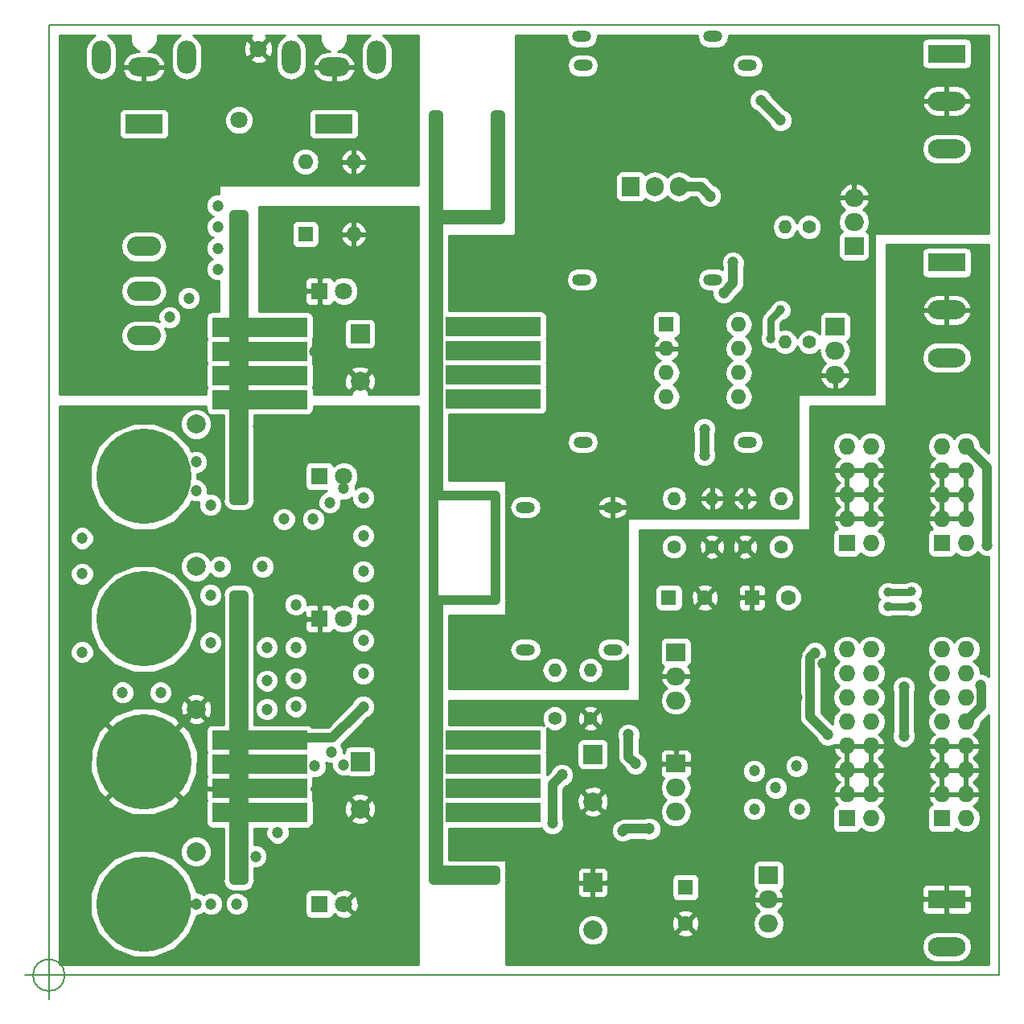
<source format=gbr>
%TF.GenerationSoftware,KiCad,Pcbnew,(5.0.2)-1*%
%TF.CreationDate,2019-03-07T23:56:34+01:00*%
%TF.ProjectId,KicadJE-EuroPowerSupply,4b696361-644a-4452-9d45-75726f506f77,Rev B*%
%TF.SameCoordinates,Original*%
%TF.FileFunction,Copper,L2,Bot*%
%TF.FilePolarity,Positive*%
%FSLAX46Y46*%
G04 Gerber Fmt 4.6, Leading zero omitted, Abs format (unit mm)*
G04 Created by KiCad (PCBNEW (5.0.2)-1) date 07/03/2019 23:56:34*
%MOMM*%
%LPD*%
G01*
G04 APERTURE LIST*
%ADD10C,1.000000*%
%ADD11C,0.150000*%
%ADD12C,0.200000*%
%ADD13R,4.000000X2.000000*%
%ADD14O,3.300000X2.000000*%
%ADD15O,2.000000X3.500000*%
%ADD16R,10.000000X2.000000*%
%ADD17C,1.524000*%
%ADD18R,2.000000X2.000000*%
%ADD19C,2.000000*%
%ADD20R,1.600000X1.600000*%
%ADD21C,1.600000*%
%ADD22O,1.600000X1.600000*%
%ADD23C,1.800000*%
%ADD24R,1.800000X1.800000*%
%ADD25R,3.960000X1.980000*%
%ADD26O,3.960000X1.980000*%
%ADD27R,1.727200X1.727200*%
%ADD28O,1.727200X1.727200*%
%ADD29R,1.905000X2.000000*%
%ADD30O,1.905000X2.000000*%
%ADD31R,2.000000X1.905000*%
%ADD32O,2.000000X1.905000*%
%ADD33O,1.400000X1.400000*%
%ADD34C,1.400000*%
%ADD35O,3.556000X2.032000*%
%ADD36C,10.000000*%
%ADD37O,2.000000X1.200000*%
%ADD38C,1.200000*%
%ADD39C,1.000000*%
%ADD40C,0.750000*%
%ADD41C,0.254000*%
G04 APERTURE END LIST*
D10*
X140500000Y-139000000D02*
X140500000Y-140000000D01*
X147000000Y-139000000D02*
X140500000Y-139000000D01*
X147000000Y-140000000D02*
X147000000Y-139000000D01*
X140500000Y-140000000D02*
X147000000Y-140000000D01*
X140500000Y-70500000D02*
X140500000Y-70000000D01*
X147500000Y-70500000D02*
X140500000Y-70500000D01*
X147500000Y-59500000D02*
X147500000Y-70500000D01*
X147000000Y-59500000D02*
X147500000Y-59500000D01*
X147000000Y-70000000D02*
X147000000Y-59500000D01*
X140500000Y-70000000D02*
X147000000Y-70000000D01*
X141000000Y-110500000D02*
X141000000Y-140000000D01*
X147000000Y-110500000D02*
X141000000Y-110500000D01*
X141000000Y-99500000D02*
X147000000Y-99500000D01*
X141000000Y-59500000D02*
X141000000Y-99500000D01*
X140500000Y-140000000D02*
X140500000Y-59500000D01*
X147000000Y-110500000D02*
X147000000Y-99500000D01*
X140500000Y-59500000D02*
X141000000Y-59500000D01*
X119500000Y-100000000D02*
X120500000Y-100000000D01*
X141000000Y-140000000D02*
X140500000Y-140000000D01*
X119500000Y-110000000D02*
X120500000Y-110000000D01*
X119500000Y-110000000D02*
X119500000Y-140000000D01*
X120500000Y-140000000D02*
X120500000Y-110000000D01*
X119500000Y-140000000D02*
X120500000Y-140000000D01*
X119500000Y-70000000D02*
X119500000Y-100000000D01*
X119500000Y-70000000D02*
X120500000Y-70000000D01*
X120500000Y-100000000D02*
X120500000Y-70000000D01*
D11*
X101666666Y-150000000D02*
G75*
G03X101666666Y-150000000I-1666666J0D01*
G01*
X97500000Y-150000000D02*
X102500000Y-150000000D01*
X100000000Y-147500000D02*
X100000000Y-152500000D01*
D12*
X200000000Y-50000000D02*
X100000000Y-50000000D01*
X200000000Y-150000000D02*
X200000000Y-50000000D01*
X100000000Y-150000000D02*
X200000000Y-150000000D01*
X100000000Y-50000000D02*
X100000000Y-150000000D01*
D13*
X130000000Y-60400000D03*
D14*
X130000000Y-54400000D03*
D15*
X134500000Y-53400000D03*
X125500000Y-53400000D03*
D16*
X146800000Y-132880000D03*
X146800000Y-130340000D03*
X146800000Y-127800000D03*
X146800000Y-125260000D03*
D17*
X150800000Y-132870000D03*
X150800000Y-130270000D03*
X150800000Y-127870000D03*
X150800000Y-125270000D03*
D16*
X122200000Y-132880000D03*
X122200000Y-130340000D03*
X122200000Y-127800000D03*
X122200000Y-125260000D03*
D17*
X126200000Y-132870000D03*
X126200000Y-130270000D03*
X126200000Y-127870000D03*
X126200000Y-125270000D03*
D18*
X132750000Y-82500000D03*
D19*
X132750000Y-87500000D03*
D20*
X165250000Y-110250000D03*
D21*
X169050000Y-110250000D03*
D18*
X157250000Y-126750000D03*
D19*
X157250000Y-131750000D03*
D20*
X167000000Y-140750000D03*
D21*
X167000000Y-144550000D03*
D19*
X132750000Y-132500000D03*
D18*
X132750000Y-127500000D03*
D21*
X177800000Y-110250000D03*
D20*
X174000000Y-110250000D03*
D19*
X157250000Y-145250000D03*
D18*
X157250000Y-140250000D03*
D22*
X127000000Y-64380000D03*
X132080000Y-72000000D03*
X132080000Y-64380000D03*
D20*
X127000000Y-72000000D03*
D23*
X131040000Y-78000000D03*
D24*
X128500000Y-78000000D03*
D23*
X131040000Y-97500000D03*
D24*
X128500000Y-97500000D03*
X128500000Y-112500000D03*
D23*
X131040000Y-112500000D03*
D24*
X128500000Y-142500000D03*
D23*
X131040000Y-142500000D03*
D25*
X194500000Y-53000000D03*
D26*
X194500000Y-58000000D03*
X194500000Y-63000000D03*
X194500000Y-85000000D03*
X194500000Y-80000000D03*
D25*
X194500000Y-75000000D03*
X194500000Y-142000000D03*
D26*
X194500000Y-147000000D03*
D27*
X194000000Y-104500000D03*
D28*
X196540000Y-104500000D03*
X194000000Y-101960000D03*
X196540000Y-101960000D03*
X194000000Y-99420000D03*
X196540000Y-99420000D03*
X194000000Y-96880000D03*
X196540000Y-96880000D03*
X194000000Y-94340000D03*
X196540000Y-94340000D03*
X186540000Y-115720000D03*
X184000000Y-115720000D03*
X186540000Y-118260000D03*
X184000000Y-118260000D03*
X186540000Y-120800000D03*
X184000000Y-120800000D03*
X186540000Y-123340000D03*
X184000000Y-123340000D03*
X186540000Y-125880000D03*
X184000000Y-125880000D03*
X186540000Y-128420000D03*
X184000000Y-128420000D03*
X186540000Y-130960000D03*
X184000000Y-130960000D03*
X186540000Y-133500000D03*
D27*
X184000000Y-133500000D03*
D28*
X186540000Y-94340000D03*
X184000000Y-94340000D03*
X186540000Y-96880000D03*
X184000000Y-96880000D03*
X186540000Y-99420000D03*
X184000000Y-99420000D03*
X186540000Y-101960000D03*
X184000000Y-101960000D03*
X186540000Y-104500000D03*
D27*
X184000000Y-104500000D03*
D28*
X196540000Y-115720000D03*
X194000000Y-115720000D03*
X196540000Y-118260000D03*
X194000000Y-118260000D03*
X196540000Y-120800000D03*
X194000000Y-120800000D03*
X196540000Y-123340000D03*
X194000000Y-123340000D03*
X196540000Y-125880000D03*
X194000000Y-125880000D03*
X196540000Y-128420000D03*
X194000000Y-128420000D03*
X196540000Y-130960000D03*
X194000000Y-130960000D03*
X196540000Y-133500000D03*
D27*
X194000000Y-133500000D03*
D29*
X161250000Y-67000000D03*
D30*
X163790000Y-67000000D03*
X166330000Y-67000000D03*
D31*
X184750000Y-73250000D03*
D32*
X184750000Y-70710000D03*
X184750000Y-68170000D03*
X182750000Y-86830000D03*
X182750000Y-84290000D03*
D31*
X182750000Y-81750000D03*
D33*
X177460000Y-71250000D03*
D34*
X180000000Y-71250000D03*
X180040000Y-83360000D03*
D33*
X177500000Y-83360000D03*
D23*
X120000000Y-60000000D03*
X122050000Y-52500000D03*
D35*
X110000000Y-73300000D03*
X110000000Y-78000000D03*
X110000000Y-82700000D03*
D19*
X115500000Y-92000000D03*
D36*
X110000000Y-97500000D03*
D19*
X115500000Y-137000000D03*
D36*
X110000000Y-142500000D03*
D19*
X115500000Y-122000000D03*
D36*
X110000000Y-127500000D03*
D19*
X115500000Y-107000000D03*
D36*
X110000000Y-112500000D03*
D31*
X166000000Y-116000000D03*
D32*
X166000000Y-118540000D03*
X166000000Y-121080000D03*
X175750000Y-144580000D03*
X175750000Y-142040000D03*
D31*
X175750000Y-139500000D03*
D37*
X150150000Y-100750000D03*
X159350000Y-100750000D03*
X150150000Y-115750000D03*
X159350000Y-115750000D03*
D32*
X166000000Y-132830000D03*
X166000000Y-130290000D03*
D31*
X166000000Y-127750000D03*
D37*
X156200000Y-54250000D03*
X173550000Y-54250000D03*
X156200000Y-93900000D03*
X173550000Y-93900000D03*
D20*
X165000000Y-81500000D03*
D22*
X172620000Y-89120000D03*
X165000000Y-84040000D03*
X172620000Y-86580000D03*
X165000000Y-86580000D03*
X172620000Y-84040000D03*
X165000000Y-89120000D03*
X172620000Y-81500000D03*
D37*
X156100000Y-51200000D03*
X169900000Y-51200000D03*
X156100000Y-76800000D03*
X169900000Y-76800000D03*
D15*
X105500000Y-53400000D03*
X114500000Y-53400000D03*
D14*
X110000000Y-54400000D03*
D13*
X110000000Y-60400000D03*
D17*
X150800000Y-81730000D03*
X150800000Y-84330000D03*
X150800000Y-86730000D03*
X150800000Y-89330000D03*
D16*
X146800000Y-81720000D03*
X146800000Y-84260000D03*
X146800000Y-86800000D03*
X146800000Y-89340000D03*
X122200000Y-89410000D03*
X122200000Y-86870000D03*
X122200000Y-84330000D03*
X122200000Y-81790000D03*
D17*
X126200000Y-89400000D03*
X126200000Y-86800000D03*
X126200000Y-84400000D03*
X126200000Y-81800000D03*
D33*
X165796416Y-99824696D03*
D34*
X165796416Y-104904696D03*
X153236923Y-122971662D03*
D33*
X153236923Y-117891662D03*
D34*
X169796416Y-104904696D03*
D33*
X169796416Y-99824696D03*
X156986923Y-117891662D03*
D34*
X156986923Y-122971662D03*
D33*
X173296416Y-99824696D03*
D34*
X173296416Y-104904696D03*
X177046416Y-104904696D03*
D33*
X177046416Y-99824696D03*
D38*
X122600000Y-82000000D03*
X122400000Y-87000000D03*
X122400000Y-89400000D03*
X143800000Y-89400000D03*
X143800000Y-86800000D03*
X143800000Y-81800000D03*
D39*
X118000000Y-82000000D03*
X118000000Y-87000000D03*
X118000000Y-89500000D03*
X143000000Y-125250000D03*
X143000000Y-133000000D03*
X118000000Y-84500000D03*
D38*
X143800000Y-84200000D03*
X128000000Y-84400000D03*
X122600000Y-84330000D03*
D39*
X118000000Y-125000000D03*
D38*
X124130000Y-125000000D03*
X133099999Y-121750000D03*
X122950001Y-122000000D03*
X122950001Y-119000000D03*
X122950001Y-115500000D03*
X117000000Y-110000000D03*
X117000000Y-115000000D03*
X111750001Y-120249999D03*
X107749999Y-120249999D03*
X103500000Y-116000000D03*
X103500000Y-104000000D03*
X133099999Y-118250000D03*
X133099999Y-114750000D03*
X133099999Y-111000000D03*
X133099999Y-107500000D03*
X133099999Y-103750000D03*
X133099999Y-99750000D03*
X131040000Y-98772792D03*
X127812792Y-102000000D03*
X115500000Y-99000000D03*
X115500000Y-96000000D03*
X117000000Y-100500000D03*
X124750000Y-102000000D03*
X129562792Y-100250000D03*
X103500000Y-107750000D03*
X198052601Y-119473842D03*
X198750000Y-104750000D03*
X174200000Y-120800000D03*
X178800000Y-120800000D03*
X178800000Y-116400000D03*
X174200000Y-116600000D03*
X189000000Y-139600000D03*
X184000000Y-144000000D03*
X189000000Y-144000000D03*
X184250000Y-139750000D03*
D39*
X143000000Y-130500000D03*
D38*
X124130000Y-130264000D03*
D39*
X118000000Y-130000000D03*
X114500000Y-123000000D03*
D38*
X138000000Y-91000000D03*
X102000000Y-91000000D03*
X102000000Y-105000000D03*
X102000000Y-121000000D03*
X102000000Y-135000000D03*
X102000000Y-148000000D03*
X120000000Y-145000000D03*
X138000000Y-145000000D03*
X138000000Y-134000000D03*
X138000000Y-105000000D03*
X120000000Y-105000000D03*
D39*
X105250000Y-105000000D03*
X122250000Y-100750000D03*
D38*
X122000000Y-92200000D03*
X138000000Y-119500000D03*
X116000000Y-130000000D03*
X181500000Y-117250000D03*
X176493000Y-118578000D03*
X186500000Y-141750000D03*
X191350010Y-117027369D03*
D39*
X143000000Y-127750000D03*
X118000000Y-128000000D03*
D38*
X124130000Y-127800000D03*
X131000000Y-127870000D03*
X128000000Y-128000000D03*
X129750000Y-126500000D03*
X126000000Y-121709998D03*
X126000000Y-111000000D03*
X122500000Y-107000000D03*
X126000000Y-118750000D03*
X126000000Y-115500000D03*
X118000000Y-107000000D03*
X154000000Y-128920000D03*
X153000000Y-134000000D03*
X124130000Y-132804000D03*
X117907000Y-132804000D03*
X115500000Y-142500000D03*
X119767781Y-142500000D03*
X121750010Y-137500000D03*
X124070000Y-135000000D03*
X117071067Y-142500000D03*
X190000000Y-119675000D03*
X190000000Y-124825000D03*
X163200000Y-134600000D03*
X160400000Y-134800000D03*
X161000000Y-124697499D03*
X161750000Y-127750000D03*
X169000000Y-92550000D03*
X169000000Y-95250000D03*
X169600000Y-68000000D03*
X171030613Y-78150000D03*
X172000000Y-75000000D03*
X174250000Y-132500000D03*
X179000000Y-132500000D03*
X174250000Y-128500000D03*
X182000000Y-124690000D03*
X180629999Y-116089998D03*
X176500000Y-130275000D03*
X178690000Y-128000000D03*
X177000000Y-60000000D03*
X174932905Y-57932905D03*
X112712000Y-80750000D03*
X114712000Y-78750000D03*
X117775000Y-75687000D03*
X117775000Y-71250000D03*
X117775000Y-69000000D03*
X117775000Y-73500000D03*
D39*
X190800004Y-109600000D03*
X188299987Y-109700383D03*
X188299997Y-111200000D03*
X190800000Y-111200000D03*
X176000000Y-83000000D03*
X177000000Y-80000000D03*
D10*
X122460000Y-125000000D02*
X122200000Y-125260000D01*
X124130000Y-125000000D02*
X122460000Y-125000000D01*
X129849999Y-125000000D02*
X132500000Y-122349999D01*
X124130000Y-125000000D02*
X129849999Y-125000000D01*
X132500000Y-122349999D02*
X133099999Y-121750000D01*
X198153601Y-119574842D02*
X198052601Y-119473842D01*
X196540000Y-123340000D02*
X198153601Y-121726399D01*
X198153601Y-121726399D02*
X198153601Y-119574842D01*
X198750000Y-96550000D02*
X196540000Y-94340000D01*
X198750000Y-104750000D02*
X198750000Y-96550000D01*
X153000000Y-129920000D02*
X153000000Y-133151472D01*
X153000000Y-133151472D02*
X153000000Y-134000000D01*
X154000000Y-128920000D02*
X153000000Y-129920000D01*
X190000000Y-119675000D02*
X190000000Y-124825000D01*
X163200000Y-134600000D02*
X160600000Y-134600000D01*
X160600000Y-134600000D02*
X160400000Y-134800000D01*
X161000000Y-124697499D02*
X161000000Y-127000000D01*
X161000000Y-127000000D02*
X161750000Y-127750000D01*
X169000000Y-92550000D02*
X169000000Y-95250000D01*
X166330000Y-67000000D02*
X168600000Y-67000000D01*
X168600000Y-67000000D02*
X169600000Y-68000000D01*
X171030613Y-78150000D02*
X172000000Y-77180613D01*
X172000000Y-77180613D02*
X172000000Y-75000000D01*
X180149999Y-116569998D02*
X180629999Y-116089998D01*
X182000000Y-124690000D02*
X180149999Y-122839999D01*
X180149999Y-122839999D02*
X180149999Y-116569998D01*
X177000000Y-60000000D02*
X174932905Y-57932905D01*
D40*
X188299987Y-109700383D02*
X190699621Y-109700383D01*
X190699621Y-109700383D02*
X190800004Y-109600000D01*
X188299997Y-111200000D02*
X190800000Y-111200000D01*
X176000000Y-83000000D02*
X176000000Y-81000000D01*
X176000000Y-81000000D02*
X177000000Y-80000000D01*
D41*
G36*
X116552560Y-90410000D02*
X116601843Y-90657765D01*
X116742191Y-90867809D01*
X116952235Y-91008157D01*
X117200000Y-91057440D01*
X118365001Y-91057440D01*
X118365001Y-99888212D01*
X118342765Y-100000000D01*
X118430854Y-100442855D01*
X118681711Y-100818289D01*
X119057145Y-101069146D01*
X119388217Y-101135000D01*
X119500000Y-101157235D01*
X119611783Y-101135000D01*
X120388217Y-101135000D01*
X120500000Y-101157235D01*
X120611783Y-101135000D01*
X120942855Y-101069146D01*
X121318289Y-100818289D01*
X121569146Y-100442855D01*
X121657235Y-100000000D01*
X121635000Y-99888217D01*
X121635000Y-96600000D01*
X126952560Y-96600000D01*
X126952560Y-98400000D01*
X127001843Y-98647765D01*
X127142191Y-98857809D01*
X127352235Y-98998157D01*
X127600000Y-99047440D01*
X129238818Y-99047440D01*
X128863221Y-99203018D01*
X128515810Y-99550429D01*
X128327792Y-100004343D01*
X128327792Y-100495657D01*
X128515810Y-100949571D01*
X128863221Y-101296982D01*
X129317135Y-101485000D01*
X129808449Y-101485000D01*
X130262363Y-101296982D01*
X130609774Y-100949571D01*
X130797792Y-100495657D01*
X130797792Y-100007792D01*
X131285657Y-100007792D01*
X131739571Y-99819774D01*
X131864999Y-99694346D01*
X131864999Y-99995657D01*
X132053017Y-100449571D01*
X132400428Y-100796982D01*
X132854342Y-100985000D01*
X133345656Y-100985000D01*
X133799570Y-100796982D01*
X134146981Y-100449571D01*
X134334999Y-99995657D01*
X134334999Y-99504343D01*
X134146981Y-99050429D01*
X133799570Y-98703018D01*
X133345656Y-98515000D01*
X132854342Y-98515000D01*
X132400428Y-98703018D01*
X132275000Y-98828446D01*
X132275000Y-98527135D01*
X132248254Y-98462563D01*
X132341310Y-98369507D01*
X132575000Y-97805330D01*
X132575000Y-97194670D01*
X132341310Y-96630493D01*
X131909507Y-96198690D01*
X131345330Y-95965000D01*
X130734670Y-95965000D01*
X130170493Y-96198690D01*
X130001275Y-96367908D01*
X129998157Y-96352235D01*
X129857809Y-96142191D01*
X129647765Y-96001843D01*
X129400000Y-95952560D01*
X127600000Y-95952560D01*
X127352235Y-96001843D01*
X127142191Y-96142191D01*
X127001843Y-96352235D01*
X126952560Y-96600000D01*
X121635000Y-96600000D01*
X121635000Y-91057440D01*
X127200000Y-91057440D01*
X127447765Y-91008157D01*
X127657809Y-90867809D01*
X127798157Y-90657765D01*
X127847440Y-90410000D01*
X127847440Y-90127000D01*
X138873000Y-90127000D01*
X138873000Y-148873000D01*
X101127000Y-148873000D01*
X101127000Y-141379129D01*
X104365000Y-141379129D01*
X104365000Y-143620871D01*
X105222878Y-145691971D01*
X106808029Y-147277122D01*
X108879129Y-148135000D01*
X111120871Y-148135000D01*
X113191971Y-147277122D01*
X114777122Y-145691971D01*
X115587726Y-143735000D01*
X115745657Y-143735000D01*
X116199571Y-143546982D01*
X116285534Y-143461020D01*
X116371496Y-143546982D01*
X116825410Y-143735000D01*
X117316724Y-143735000D01*
X117770638Y-143546982D01*
X118118049Y-143199571D01*
X118306067Y-142745657D01*
X118306067Y-142254343D01*
X118532781Y-142254343D01*
X118532781Y-142745657D01*
X118720799Y-143199571D01*
X119068210Y-143546982D01*
X119522124Y-143735000D01*
X120013438Y-143735000D01*
X120467352Y-143546982D01*
X120814763Y-143199571D01*
X121002781Y-142745657D01*
X121002781Y-142254343D01*
X120814763Y-141800429D01*
X120614334Y-141600000D01*
X126952560Y-141600000D01*
X126952560Y-143400000D01*
X127001843Y-143647765D01*
X127142191Y-143857809D01*
X127352235Y-143998157D01*
X127600000Y-144047440D01*
X129400000Y-144047440D01*
X129647765Y-143998157D01*
X129857809Y-143857809D01*
X129990058Y-143659886D01*
X130024890Y-143694718D01*
X130139447Y-143580161D01*
X130225852Y-143836643D01*
X130799336Y-144046458D01*
X131409460Y-144020839D01*
X131854148Y-143836643D01*
X131940554Y-143580159D01*
X131040000Y-142679605D01*
X131025858Y-142693748D01*
X130846253Y-142514143D01*
X130860395Y-142500000D01*
X131219605Y-142500000D01*
X132120159Y-143400554D01*
X132376643Y-143314148D01*
X132586458Y-142740664D01*
X132560839Y-142130540D01*
X132376643Y-141685852D01*
X132120159Y-141599446D01*
X131219605Y-142500000D01*
X130860395Y-142500000D01*
X130846253Y-142485858D01*
X131025858Y-142306253D01*
X131040000Y-142320395D01*
X131940554Y-141419841D01*
X131854148Y-141163357D01*
X131280664Y-140953542D01*
X130670540Y-140979161D01*
X130225852Y-141163357D01*
X130139447Y-141419839D01*
X130024890Y-141305282D01*
X129990058Y-141340114D01*
X129857809Y-141142191D01*
X129647765Y-141001843D01*
X129400000Y-140952560D01*
X127600000Y-140952560D01*
X127352235Y-141001843D01*
X127142191Y-141142191D01*
X127001843Y-141352235D01*
X126952560Y-141600000D01*
X120614334Y-141600000D01*
X120467352Y-141453018D01*
X120013438Y-141265000D01*
X119522124Y-141265000D01*
X119068210Y-141453018D01*
X118720799Y-141800429D01*
X118532781Y-142254343D01*
X118306067Y-142254343D01*
X118118049Y-141800429D01*
X117770638Y-141453018D01*
X117316724Y-141265000D01*
X116825410Y-141265000D01*
X116371496Y-141453018D01*
X116285534Y-141538981D01*
X116199571Y-141453018D01*
X115745657Y-141265000D01*
X115587726Y-141265000D01*
X114777122Y-139308029D01*
X113191971Y-137722878D01*
X111120871Y-136865000D01*
X108879129Y-136865000D01*
X106808029Y-137722878D01*
X105222878Y-139308029D01*
X104365000Y-141379129D01*
X101127000Y-141379129D01*
X101127000Y-136674778D01*
X113865000Y-136674778D01*
X113865000Y-137325222D01*
X114113914Y-137926153D01*
X114573847Y-138386086D01*
X115174778Y-138635000D01*
X115825222Y-138635000D01*
X116426153Y-138386086D01*
X116886086Y-137926153D01*
X117135000Y-137325222D01*
X117135000Y-136674778D01*
X116886086Y-136073847D01*
X116426153Y-135613914D01*
X115825222Y-135365000D01*
X115174778Y-135365000D01*
X114573847Y-135613914D01*
X114113914Y-136073847D01*
X113865000Y-136674778D01*
X101127000Y-136674778D01*
X101127000Y-131539137D01*
X106140468Y-131539137D01*
X106726511Y-132221636D01*
X108782583Y-133114933D01*
X111023995Y-133153407D01*
X113109513Y-132331202D01*
X113273489Y-132221636D01*
X113859532Y-131539137D01*
X110000000Y-127679605D01*
X106140468Y-131539137D01*
X101127000Y-131539137D01*
X101127000Y-128523995D01*
X104346593Y-128523995D01*
X105168798Y-130609513D01*
X105278364Y-130773489D01*
X105960863Y-131359532D01*
X109820395Y-127500000D01*
X110179605Y-127500000D01*
X114039137Y-131359532D01*
X114721636Y-130773489D01*
X115614933Y-128717417D01*
X115653407Y-126476005D01*
X114831202Y-124390487D01*
X114744013Y-124260000D01*
X116552560Y-124260000D01*
X116552560Y-126260000D01*
X116601843Y-126507765D01*
X116616700Y-126530000D01*
X116601843Y-126552235D01*
X116552560Y-126800000D01*
X116552560Y-128800000D01*
X116601843Y-129047765D01*
X116621527Y-129077224D01*
X116565000Y-129213691D01*
X116565000Y-130054250D01*
X116723750Y-130213000D01*
X118365001Y-130213000D01*
X118365001Y-130467000D01*
X116723750Y-130467000D01*
X116565000Y-130625750D01*
X116565000Y-131466309D01*
X116621527Y-131602776D01*
X116601843Y-131632235D01*
X116552560Y-131880000D01*
X116552560Y-133880000D01*
X116601843Y-134127765D01*
X116742191Y-134337809D01*
X116952235Y-134478157D01*
X117200000Y-134527440D01*
X118365001Y-134527440D01*
X118365001Y-139888212D01*
X118342765Y-140000000D01*
X118430854Y-140442855D01*
X118681711Y-140818289D01*
X119057145Y-141069146D01*
X119388217Y-141135000D01*
X119500000Y-141157235D01*
X119611783Y-141135000D01*
X120388217Y-141135000D01*
X120500000Y-141157235D01*
X120611783Y-141135000D01*
X120942855Y-141069146D01*
X121318289Y-140818289D01*
X121569146Y-140442855D01*
X121657235Y-140000000D01*
X121635000Y-139888217D01*
X121635000Y-138735000D01*
X121995667Y-138735000D01*
X122449581Y-138546982D01*
X122796992Y-138199571D01*
X122985010Y-137745657D01*
X122985010Y-137254343D01*
X122796992Y-136800429D01*
X122449581Y-136453018D01*
X121995667Y-136265000D01*
X121635000Y-136265000D01*
X121635000Y-134527440D01*
X122928987Y-134527440D01*
X122835000Y-134754343D01*
X122835000Y-135245657D01*
X123023018Y-135699571D01*
X123370429Y-136046982D01*
X123824343Y-136235000D01*
X124315657Y-136235000D01*
X124769571Y-136046982D01*
X125116982Y-135699571D01*
X125305000Y-135245657D01*
X125305000Y-134754343D01*
X125211013Y-134527440D01*
X127200000Y-134527440D01*
X127447765Y-134478157D01*
X127657809Y-134337809D01*
X127798157Y-134127765D01*
X127847440Y-133880000D01*
X127847440Y-133652532D01*
X131777073Y-133652532D01*
X131875736Y-133919387D01*
X132485461Y-134145908D01*
X133135460Y-134121856D01*
X133624264Y-133919387D01*
X133722927Y-133652532D01*
X132750000Y-132679605D01*
X131777073Y-133652532D01*
X127847440Y-133652532D01*
X127847440Y-132235461D01*
X131104092Y-132235461D01*
X131128144Y-132885460D01*
X131330613Y-133374264D01*
X131597468Y-133472927D01*
X132570395Y-132500000D01*
X132929605Y-132500000D01*
X133902532Y-133472927D01*
X134169387Y-133374264D01*
X134395908Y-132764539D01*
X134371856Y-132114540D01*
X134169387Y-131625736D01*
X133902532Y-131527073D01*
X132929605Y-132500000D01*
X132570395Y-132500000D01*
X131597468Y-131527073D01*
X131330613Y-131625736D01*
X131104092Y-132235461D01*
X127847440Y-132235461D01*
X127847440Y-131880000D01*
X127798157Y-131632235D01*
X127778473Y-131602776D01*
X127835000Y-131466309D01*
X127835000Y-131347468D01*
X131777073Y-131347468D01*
X132750000Y-132320395D01*
X133722927Y-131347468D01*
X133624264Y-131080613D01*
X133014539Y-130854092D01*
X132364540Y-130878144D01*
X131875736Y-131080613D01*
X131777073Y-131347468D01*
X127835000Y-131347468D01*
X127835000Y-130625750D01*
X127676250Y-130467000D01*
X127608609Y-130467000D01*
X127595895Y-130213000D01*
X127676250Y-130213000D01*
X127835000Y-130054250D01*
X127835000Y-129235000D01*
X128245657Y-129235000D01*
X128699571Y-129046982D01*
X129046982Y-128699571D01*
X129235000Y-128245657D01*
X129235000Y-127754343D01*
X129169545Y-127596322D01*
X129504343Y-127735000D01*
X129765000Y-127735000D01*
X129765000Y-128115657D01*
X129953018Y-128569571D01*
X130300429Y-128916982D01*
X130754343Y-129105000D01*
X131245657Y-129105000D01*
X131410369Y-129036774D01*
X131502235Y-129098157D01*
X131750000Y-129147440D01*
X133750000Y-129147440D01*
X133997765Y-129098157D01*
X134207809Y-128957809D01*
X134348157Y-128747765D01*
X134397440Y-128500000D01*
X134397440Y-126500000D01*
X134348157Y-126252235D01*
X134207809Y-126042191D01*
X133997765Y-125901843D01*
X133750000Y-125852560D01*
X131750000Y-125852560D01*
X131502235Y-125901843D01*
X131292191Y-126042191D01*
X131151843Y-126252235D01*
X131102560Y-126500000D01*
X131102560Y-126635000D01*
X130985000Y-126635000D01*
X130985000Y-126254343D01*
X130796982Y-125800429D01*
X130726989Y-125730436D01*
X130731612Y-125723518D01*
X133381608Y-123073523D01*
X133381610Y-123073520D01*
X133558147Y-122896983D01*
X133799570Y-122796982D01*
X134146981Y-122449571D01*
X134334999Y-121995657D01*
X134334999Y-121504343D01*
X134146981Y-121050429D01*
X133799570Y-120703018D01*
X133345656Y-120515000D01*
X132854342Y-120515000D01*
X132400428Y-120703018D01*
X132053017Y-121050429D01*
X131953016Y-121291852D01*
X131776479Y-121468389D01*
X131776476Y-121468391D01*
X129379868Y-123865000D01*
X127699777Y-123865000D01*
X127657809Y-123802191D01*
X127447765Y-123661843D01*
X127200000Y-123612560D01*
X121635000Y-123612560D01*
X121635000Y-121754343D01*
X121715001Y-121754343D01*
X121715001Y-122245657D01*
X121903019Y-122699571D01*
X122250430Y-123046982D01*
X122704344Y-123235000D01*
X123195658Y-123235000D01*
X123649572Y-123046982D01*
X123996983Y-122699571D01*
X124185001Y-122245657D01*
X124185001Y-121754343D01*
X124064878Y-121464341D01*
X124765000Y-121464341D01*
X124765000Y-121955655D01*
X124953018Y-122409569D01*
X125300429Y-122756980D01*
X125754343Y-122944998D01*
X126245657Y-122944998D01*
X126699571Y-122756980D01*
X127046982Y-122409569D01*
X127235000Y-121955655D01*
X127235000Y-121464341D01*
X127046982Y-121010427D01*
X126699571Y-120663016D01*
X126245657Y-120474998D01*
X125754343Y-120474998D01*
X125300429Y-120663016D01*
X124953018Y-121010427D01*
X124765000Y-121464341D01*
X124064878Y-121464341D01*
X123996983Y-121300429D01*
X123649572Y-120953018D01*
X123195658Y-120765000D01*
X122704344Y-120765000D01*
X122250430Y-120953018D01*
X121903019Y-121300429D01*
X121715001Y-121754343D01*
X121635000Y-121754343D01*
X121635000Y-118754343D01*
X121715001Y-118754343D01*
X121715001Y-119245657D01*
X121903019Y-119699571D01*
X122250430Y-120046982D01*
X122704344Y-120235000D01*
X123195658Y-120235000D01*
X123649572Y-120046982D01*
X123996983Y-119699571D01*
X124185001Y-119245657D01*
X124185001Y-118754343D01*
X124081448Y-118504343D01*
X124765000Y-118504343D01*
X124765000Y-118995657D01*
X124953018Y-119449571D01*
X125300429Y-119796982D01*
X125754343Y-119985000D01*
X126245657Y-119985000D01*
X126699571Y-119796982D01*
X127046982Y-119449571D01*
X127235000Y-118995657D01*
X127235000Y-118504343D01*
X127046982Y-118050429D01*
X127000896Y-118004343D01*
X131864999Y-118004343D01*
X131864999Y-118495657D01*
X132053017Y-118949571D01*
X132400428Y-119296982D01*
X132854342Y-119485000D01*
X133345656Y-119485000D01*
X133799570Y-119296982D01*
X134146981Y-118949571D01*
X134334999Y-118495657D01*
X134334999Y-118004343D01*
X134146981Y-117550429D01*
X133799570Y-117203018D01*
X133345656Y-117015000D01*
X132854342Y-117015000D01*
X132400428Y-117203018D01*
X132053017Y-117550429D01*
X131864999Y-118004343D01*
X127000896Y-118004343D01*
X126699571Y-117703018D01*
X126245657Y-117515000D01*
X125754343Y-117515000D01*
X125300429Y-117703018D01*
X124953018Y-118050429D01*
X124765000Y-118504343D01*
X124081448Y-118504343D01*
X123996983Y-118300429D01*
X123649572Y-117953018D01*
X123195658Y-117765000D01*
X122704344Y-117765000D01*
X122250430Y-117953018D01*
X121903019Y-118300429D01*
X121715001Y-118754343D01*
X121635000Y-118754343D01*
X121635000Y-115254343D01*
X121715001Y-115254343D01*
X121715001Y-115745657D01*
X121903019Y-116199571D01*
X122250430Y-116546982D01*
X122704344Y-116735000D01*
X123195658Y-116735000D01*
X123649572Y-116546982D01*
X123996983Y-116199571D01*
X124185001Y-115745657D01*
X124185001Y-115254343D01*
X124765000Y-115254343D01*
X124765000Y-115745657D01*
X124953018Y-116199571D01*
X125300429Y-116546982D01*
X125754343Y-116735000D01*
X126245657Y-116735000D01*
X126699571Y-116546982D01*
X127046982Y-116199571D01*
X127235000Y-115745657D01*
X127235000Y-115254343D01*
X127046982Y-114800429D01*
X126750896Y-114504343D01*
X131864999Y-114504343D01*
X131864999Y-114995657D01*
X132053017Y-115449571D01*
X132400428Y-115796982D01*
X132854342Y-115985000D01*
X133345656Y-115985000D01*
X133799570Y-115796982D01*
X134146981Y-115449571D01*
X134334999Y-114995657D01*
X134334999Y-114504343D01*
X134146981Y-114050429D01*
X133799570Y-113703018D01*
X133345656Y-113515000D01*
X132854342Y-113515000D01*
X132400428Y-113703018D01*
X132053017Y-114050429D01*
X131864999Y-114504343D01*
X126750896Y-114504343D01*
X126699571Y-114453018D01*
X126245657Y-114265000D01*
X125754343Y-114265000D01*
X125300429Y-114453018D01*
X124953018Y-114800429D01*
X124765000Y-115254343D01*
X124185001Y-115254343D01*
X123996983Y-114800429D01*
X123649572Y-114453018D01*
X123195658Y-114265000D01*
X122704344Y-114265000D01*
X122250430Y-114453018D01*
X121903019Y-114800429D01*
X121715001Y-115254343D01*
X121635000Y-115254343D01*
X121635000Y-112785750D01*
X126965000Y-112785750D01*
X126965000Y-113526310D01*
X127061673Y-113759699D01*
X127240302Y-113938327D01*
X127473691Y-114035000D01*
X128214250Y-114035000D01*
X128373000Y-113876250D01*
X128373000Y-112627000D01*
X127123750Y-112627000D01*
X126965000Y-112785750D01*
X121635000Y-112785750D01*
X121635000Y-110754343D01*
X124765000Y-110754343D01*
X124765000Y-111245657D01*
X124953018Y-111699571D01*
X125300429Y-112046982D01*
X125754343Y-112235000D01*
X126245657Y-112235000D01*
X126699571Y-112046982D01*
X126965000Y-111781553D01*
X126965000Y-112214250D01*
X127123750Y-112373000D01*
X128373000Y-112373000D01*
X128373000Y-111123750D01*
X128627000Y-111123750D01*
X128627000Y-112373000D01*
X128647000Y-112373000D01*
X128647000Y-112627000D01*
X128627000Y-112627000D01*
X128627000Y-113876250D01*
X128785750Y-114035000D01*
X129526309Y-114035000D01*
X129759698Y-113938327D01*
X129938327Y-113759699D01*
X129994139Y-113624956D01*
X130170493Y-113801310D01*
X130734670Y-114035000D01*
X131345330Y-114035000D01*
X131909507Y-113801310D01*
X132341310Y-113369507D01*
X132575000Y-112805330D01*
X132575000Y-112194670D01*
X132537311Y-112103681D01*
X132854342Y-112235000D01*
X133345656Y-112235000D01*
X133799570Y-112046982D01*
X134146981Y-111699571D01*
X134334999Y-111245657D01*
X134334999Y-110754343D01*
X134146981Y-110300429D01*
X133799570Y-109953018D01*
X133345656Y-109765000D01*
X132854342Y-109765000D01*
X132400428Y-109953018D01*
X132053017Y-110300429D01*
X131864999Y-110754343D01*
X131864999Y-111180254D01*
X131345330Y-110965000D01*
X130734670Y-110965000D01*
X130170493Y-111198690D01*
X129994139Y-111375044D01*
X129938327Y-111240301D01*
X129759698Y-111061673D01*
X129526309Y-110965000D01*
X128785750Y-110965000D01*
X128627000Y-111123750D01*
X128373000Y-111123750D01*
X128214250Y-110965000D01*
X127473691Y-110965000D01*
X127240302Y-111061673D01*
X127235000Y-111066975D01*
X127235000Y-110754343D01*
X127046982Y-110300429D01*
X126699571Y-109953018D01*
X126245657Y-109765000D01*
X125754343Y-109765000D01*
X125300429Y-109953018D01*
X124953018Y-110300429D01*
X124765000Y-110754343D01*
X121635000Y-110754343D01*
X121635000Y-110111783D01*
X121657235Y-110000000D01*
X121569146Y-109557145D01*
X121318289Y-109181711D01*
X120942855Y-108930854D01*
X120611783Y-108865000D01*
X120500000Y-108842765D01*
X120388217Y-108865000D01*
X119611783Y-108865000D01*
X119500000Y-108842765D01*
X119388217Y-108865000D01*
X119057145Y-108930854D01*
X118681711Y-109181711D01*
X118430854Y-109557145D01*
X118342765Y-110000000D01*
X118365000Y-110111783D01*
X118365000Y-123612560D01*
X117200000Y-123612560D01*
X116952235Y-123661843D01*
X116742191Y-123802191D01*
X116601843Y-124012235D01*
X116552560Y-124260000D01*
X114744013Y-124260000D01*
X114721636Y-124226511D01*
X114039137Y-123640468D01*
X110179605Y-127500000D01*
X109820395Y-127500000D01*
X105960863Y-123640468D01*
X105278364Y-124226511D01*
X104385067Y-126282583D01*
X104346593Y-128523995D01*
X101127000Y-128523995D01*
X101127000Y-123460863D01*
X106140468Y-123460863D01*
X110000000Y-127320395D01*
X113859532Y-123460863D01*
X113594777Y-123152532D01*
X114527073Y-123152532D01*
X114625736Y-123419387D01*
X115235461Y-123645908D01*
X115885460Y-123621856D01*
X116374264Y-123419387D01*
X116472927Y-123152532D01*
X115500000Y-122179605D01*
X114527073Y-123152532D01*
X113594777Y-123152532D01*
X113273489Y-122778364D01*
X111217417Y-121885067D01*
X108976005Y-121846593D01*
X106890487Y-122668798D01*
X106726511Y-122778364D01*
X106140468Y-123460863D01*
X101127000Y-123460863D01*
X101127000Y-121735461D01*
X113854092Y-121735461D01*
X113878144Y-122385460D01*
X114080613Y-122874264D01*
X114347468Y-122972927D01*
X115320395Y-122000000D01*
X115679605Y-122000000D01*
X116652532Y-122972927D01*
X116919387Y-122874264D01*
X117145908Y-122264539D01*
X117121856Y-121614540D01*
X116919387Y-121125736D01*
X116652532Y-121027073D01*
X115679605Y-122000000D01*
X115320395Y-122000000D01*
X114347468Y-121027073D01*
X114080613Y-121125736D01*
X113854092Y-121735461D01*
X101127000Y-121735461D01*
X101127000Y-120004342D01*
X106514999Y-120004342D01*
X106514999Y-120495656D01*
X106703017Y-120949570D01*
X107050428Y-121296981D01*
X107504342Y-121484999D01*
X107995656Y-121484999D01*
X108449570Y-121296981D01*
X108796981Y-120949570D01*
X108984999Y-120495656D01*
X108984999Y-120004342D01*
X110515001Y-120004342D01*
X110515001Y-120495656D01*
X110703019Y-120949570D01*
X111050430Y-121296981D01*
X111504344Y-121484999D01*
X111995658Y-121484999D01*
X112449572Y-121296981D01*
X112796983Y-120949570D01*
X112839275Y-120847468D01*
X114527073Y-120847468D01*
X115500000Y-121820395D01*
X116472927Y-120847468D01*
X116374264Y-120580613D01*
X115764539Y-120354092D01*
X115114540Y-120378144D01*
X114625736Y-120580613D01*
X114527073Y-120847468D01*
X112839275Y-120847468D01*
X112985001Y-120495656D01*
X112985001Y-120004342D01*
X112796983Y-119550428D01*
X112449572Y-119203017D01*
X111995658Y-119014999D01*
X111504344Y-119014999D01*
X111050430Y-119203017D01*
X110703019Y-119550428D01*
X110515001Y-120004342D01*
X108984999Y-120004342D01*
X108796981Y-119550428D01*
X108449570Y-119203017D01*
X107995656Y-119014999D01*
X107504342Y-119014999D01*
X107050428Y-119203017D01*
X106703017Y-119550428D01*
X106514999Y-120004342D01*
X101127000Y-120004342D01*
X101127000Y-115754343D01*
X102265000Y-115754343D01*
X102265000Y-116245657D01*
X102453018Y-116699571D01*
X102800429Y-117046982D01*
X103254343Y-117235000D01*
X103745657Y-117235000D01*
X104199571Y-117046982D01*
X104546982Y-116699571D01*
X104735000Y-116245657D01*
X104735000Y-115754343D01*
X104546982Y-115300429D01*
X104199571Y-114953018D01*
X103745657Y-114765000D01*
X103254343Y-114765000D01*
X102800429Y-114953018D01*
X102453018Y-115300429D01*
X102265000Y-115754343D01*
X101127000Y-115754343D01*
X101127000Y-111379129D01*
X104365000Y-111379129D01*
X104365000Y-113620871D01*
X105222878Y-115691971D01*
X106808029Y-117277122D01*
X108879129Y-118135000D01*
X111120871Y-118135000D01*
X113191971Y-117277122D01*
X114777122Y-115691971D01*
X115165500Y-114754343D01*
X115765000Y-114754343D01*
X115765000Y-115245657D01*
X115953018Y-115699571D01*
X116300429Y-116046982D01*
X116754343Y-116235000D01*
X117245657Y-116235000D01*
X117699571Y-116046982D01*
X118046982Y-115699571D01*
X118235000Y-115245657D01*
X118235000Y-114754343D01*
X118046982Y-114300429D01*
X117699571Y-113953018D01*
X117245657Y-113765000D01*
X116754343Y-113765000D01*
X116300429Y-113953018D01*
X115953018Y-114300429D01*
X115765000Y-114754343D01*
X115165500Y-114754343D01*
X115635000Y-113620871D01*
X115635000Y-111379129D01*
X114961992Y-109754343D01*
X115765000Y-109754343D01*
X115765000Y-110245657D01*
X115953018Y-110699571D01*
X116300429Y-111046982D01*
X116754343Y-111235000D01*
X117245657Y-111235000D01*
X117699571Y-111046982D01*
X118046982Y-110699571D01*
X118235000Y-110245657D01*
X118235000Y-109754343D01*
X118046982Y-109300429D01*
X117699571Y-108953018D01*
X117245657Y-108765000D01*
X116754343Y-108765000D01*
X116300429Y-108953018D01*
X115953018Y-109300429D01*
X115765000Y-109754343D01*
X114961992Y-109754343D01*
X114777122Y-109308029D01*
X113191971Y-107722878D01*
X111120871Y-106865000D01*
X108879129Y-106865000D01*
X106808029Y-107722878D01*
X105222878Y-109308029D01*
X104365000Y-111379129D01*
X101127000Y-111379129D01*
X101127000Y-107504343D01*
X102265000Y-107504343D01*
X102265000Y-107995657D01*
X102453018Y-108449571D01*
X102800429Y-108796982D01*
X103254343Y-108985000D01*
X103745657Y-108985000D01*
X104199571Y-108796982D01*
X104546982Y-108449571D01*
X104735000Y-107995657D01*
X104735000Y-107504343D01*
X104546982Y-107050429D01*
X104199571Y-106703018D01*
X104131394Y-106674778D01*
X113865000Y-106674778D01*
X113865000Y-107325222D01*
X114113914Y-107926153D01*
X114573847Y-108386086D01*
X115174778Y-108635000D01*
X115825222Y-108635000D01*
X116426153Y-108386086D01*
X116886086Y-107926153D01*
X116972054Y-107718607D01*
X117300429Y-108046982D01*
X117754343Y-108235000D01*
X118245657Y-108235000D01*
X118699571Y-108046982D01*
X119046982Y-107699571D01*
X119235000Y-107245657D01*
X119235000Y-106754343D01*
X121265000Y-106754343D01*
X121265000Y-107245657D01*
X121453018Y-107699571D01*
X121800429Y-108046982D01*
X122254343Y-108235000D01*
X122745657Y-108235000D01*
X123199571Y-108046982D01*
X123546982Y-107699571D01*
X123731402Y-107254343D01*
X131864999Y-107254343D01*
X131864999Y-107745657D01*
X132053017Y-108199571D01*
X132400428Y-108546982D01*
X132854342Y-108735000D01*
X133345656Y-108735000D01*
X133799570Y-108546982D01*
X134146981Y-108199571D01*
X134334999Y-107745657D01*
X134334999Y-107254343D01*
X134146981Y-106800429D01*
X133799570Y-106453018D01*
X133345656Y-106265000D01*
X132854342Y-106265000D01*
X132400428Y-106453018D01*
X132053017Y-106800429D01*
X131864999Y-107254343D01*
X123731402Y-107254343D01*
X123735000Y-107245657D01*
X123735000Y-106754343D01*
X123546982Y-106300429D01*
X123199571Y-105953018D01*
X122745657Y-105765000D01*
X122254343Y-105765000D01*
X121800429Y-105953018D01*
X121453018Y-106300429D01*
X121265000Y-106754343D01*
X119235000Y-106754343D01*
X119046982Y-106300429D01*
X118699571Y-105953018D01*
X118245657Y-105765000D01*
X117754343Y-105765000D01*
X117300429Y-105953018D01*
X116972054Y-106281393D01*
X116886086Y-106073847D01*
X116426153Y-105613914D01*
X115825222Y-105365000D01*
X115174778Y-105365000D01*
X114573847Y-105613914D01*
X114113914Y-106073847D01*
X113865000Y-106674778D01*
X104131394Y-106674778D01*
X103745657Y-106515000D01*
X103254343Y-106515000D01*
X102800429Y-106703018D01*
X102453018Y-107050429D01*
X102265000Y-107504343D01*
X101127000Y-107504343D01*
X101127000Y-103754343D01*
X102265000Y-103754343D01*
X102265000Y-104245657D01*
X102453018Y-104699571D01*
X102800429Y-105046982D01*
X103254343Y-105235000D01*
X103745657Y-105235000D01*
X104199571Y-105046982D01*
X104546982Y-104699571D01*
X104735000Y-104245657D01*
X104735000Y-103754343D01*
X104631447Y-103504343D01*
X131864999Y-103504343D01*
X131864999Y-103995657D01*
X132053017Y-104449571D01*
X132400428Y-104796982D01*
X132854342Y-104985000D01*
X133345656Y-104985000D01*
X133799570Y-104796982D01*
X134146981Y-104449571D01*
X134334999Y-103995657D01*
X134334999Y-103504343D01*
X134146981Y-103050429D01*
X133799570Y-102703018D01*
X133345656Y-102515000D01*
X132854342Y-102515000D01*
X132400428Y-102703018D01*
X132053017Y-103050429D01*
X131864999Y-103504343D01*
X104631447Y-103504343D01*
X104546982Y-103300429D01*
X104199571Y-102953018D01*
X103745657Y-102765000D01*
X103254343Y-102765000D01*
X102800429Y-102953018D01*
X102453018Y-103300429D01*
X102265000Y-103754343D01*
X101127000Y-103754343D01*
X101127000Y-96379129D01*
X104365000Y-96379129D01*
X104365000Y-98620871D01*
X105222878Y-100691971D01*
X106808029Y-102277122D01*
X108879129Y-103135000D01*
X111120871Y-103135000D01*
X113191971Y-102277122D01*
X113714750Y-101754343D01*
X123515000Y-101754343D01*
X123515000Y-102245657D01*
X123703018Y-102699571D01*
X124050429Y-103046982D01*
X124504343Y-103235000D01*
X124995657Y-103235000D01*
X125449571Y-103046982D01*
X125796982Y-102699571D01*
X125985000Y-102245657D01*
X125985000Y-101754343D01*
X126577792Y-101754343D01*
X126577792Y-102245657D01*
X126765810Y-102699571D01*
X127113221Y-103046982D01*
X127567135Y-103235000D01*
X128058449Y-103235000D01*
X128512363Y-103046982D01*
X128859774Y-102699571D01*
X129047792Y-102245657D01*
X129047792Y-101754343D01*
X128859774Y-101300429D01*
X128512363Y-100953018D01*
X128058449Y-100765000D01*
X127567135Y-100765000D01*
X127113221Y-100953018D01*
X126765810Y-101300429D01*
X126577792Y-101754343D01*
X125985000Y-101754343D01*
X125796982Y-101300429D01*
X125449571Y-100953018D01*
X124995657Y-100765000D01*
X124504343Y-100765000D01*
X124050429Y-100953018D01*
X123703018Y-101300429D01*
X123515000Y-101754343D01*
X113714750Y-101754343D01*
X114777122Y-100691971D01*
X115008573Y-100133198D01*
X115254343Y-100235000D01*
X115745657Y-100235000D01*
X115778678Y-100221322D01*
X115765000Y-100254343D01*
X115765000Y-100745657D01*
X115953018Y-101199571D01*
X116300429Y-101546982D01*
X116754343Y-101735000D01*
X117245657Y-101735000D01*
X117699571Y-101546982D01*
X118046982Y-101199571D01*
X118235000Y-100745657D01*
X118235000Y-100254343D01*
X118046982Y-99800429D01*
X117699571Y-99453018D01*
X117245657Y-99265000D01*
X116754343Y-99265000D01*
X116721322Y-99278678D01*
X116735000Y-99245657D01*
X116735000Y-98754343D01*
X116546982Y-98300429D01*
X116199571Y-97953018D01*
X115745657Y-97765000D01*
X115635000Y-97765000D01*
X115635000Y-97235000D01*
X115745657Y-97235000D01*
X116199571Y-97046982D01*
X116546982Y-96699571D01*
X116735000Y-96245657D01*
X116735000Y-95754343D01*
X116546982Y-95300429D01*
X116199571Y-94953018D01*
X115745657Y-94765000D01*
X115254343Y-94765000D01*
X115008573Y-94866802D01*
X114777122Y-94308029D01*
X113191971Y-92722878D01*
X111120871Y-91865000D01*
X108879129Y-91865000D01*
X106808029Y-92722878D01*
X105222878Y-94308029D01*
X104365000Y-96379129D01*
X101127000Y-96379129D01*
X101127000Y-91674778D01*
X113865000Y-91674778D01*
X113865000Y-92325222D01*
X114113914Y-92926153D01*
X114573847Y-93386086D01*
X115174778Y-93635000D01*
X115825222Y-93635000D01*
X116426153Y-93386086D01*
X116886086Y-92926153D01*
X117135000Y-92325222D01*
X117135000Y-91674778D01*
X116886086Y-91073847D01*
X116426153Y-90613914D01*
X115825222Y-90365000D01*
X115174778Y-90365000D01*
X114573847Y-90613914D01*
X114113914Y-91073847D01*
X113865000Y-91674778D01*
X101127000Y-91674778D01*
X101127000Y-90127000D01*
X116552560Y-90127000D01*
X116552560Y-90410000D01*
X116552560Y-90410000D01*
G37*
X116552560Y-90410000D02*
X116601843Y-90657765D01*
X116742191Y-90867809D01*
X116952235Y-91008157D01*
X117200000Y-91057440D01*
X118365001Y-91057440D01*
X118365001Y-99888212D01*
X118342765Y-100000000D01*
X118430854Y-100442855D01*
X118681711Y-100818289D01*
X119057145Y-101069146D01*
X119388217Y-101135000D01*
X119500000Y-101157235D01*
X119611783Y-101135000D01*
X120388217Y-101135000D01*
X120500000Y-101157235D01*
X120611783Y-101135000D01*
X120942855Y-101069146D01*
X121318289Y-100818289D01*
X121569146Y-100442855D01*
X121657235Y-100000000D01*
X121635000Y-99888217D01*
X121635000Y-96600000D01*
X126952560Y-96600000D01*
X126952560Y-98400000D01*
X127001843Y-98647765D01*
X127142191Y-98857809D01*
X127352235Y-98998157D01*
X127600000Y-99047440D01*
X129238818Y-99047440D01*
X128863221Y-99203018D01*
X128515810Y-99550429D01*
X128327792Y-100004343D01*
X128327792Y-100495657D01*
X128515810Y-100949571D01*
X128863221Y-101296982D01*
X129317135Y-101485000D01*
X129808449Y-101485000D01*
X130262363Y-101296982D01*
X130609774Y-100949571D01*
X130797792Y-100495657D01*
X130797792Y-100007792D01*
X131285657Y-100007792D01*
X131739571Y-99819774D01*
X131864999Y-99694346D01*
X131864999Y-99995657D01*
X132053017Y-100449571D01*
X132400428Y-100796982D01*
X132854342Y-100985000D01*
X133345656Y-100985000D01*
X133799570Y-100796982D01*
X134146981Y-100449571D01*
X134334999Y-99995657D01*
X134334999Y-99504343D01*
X134146981Y-99050429D01*
X133799570Y-98703018D01*
X133345656Y-98515000D01*
X132854342Y-98515000D01*
X132400428Y-98703018D01*
X132275000Y-98828446D01*
X132275000Y-98527135D01*
X132248254Y-98462563D01*
X132341310Y-98369507D01*
X132575000Y-97805330D01*
X132575000Y-97194670D01*
X132341310Y-96630493D01*
X131909507Y-96198690D01*
X131345330Y-95965000D01*
X130734670Y-95965000D01*
X130170493Y-96198690D01*
X130001275Y-96367908D01*
X129998157Y-96352235D01*
X129857809Y-96142191D01*
X129647765Y-96001843D01*
X129400000Y-95952560D01*
X127600000Y-95952560D01*
X127352235Y-96001843D01*
X127142191Y-96142191D01*
X127001843Y-96352235D01*
X126952560Y-96600000D01*
X121635000Y-96600000D01*
X121635000Y-91057440D01*
X127200000Y-91057440D01*
X127447765Y-91008157D01*
X127657809Y-90867809D01*
X127798157Y-90657765D01*
X127847440Y-90410000D01*
X127847440Y-90127000D01*
X138873000Y-90127000D01*
X138873000Y-148873000D01*
X101127000Y-148873000D01*
X101127000Y-141379129D01*
X104365000Y-141379129D01*
X104365000Y-143620871D01*
X105222878Y-145691971D01*
X106808029Y-147277122D01*
X108879129Y-148135000D01*
X111120871Y-148135000D01*
X113191971Y-147277122D01*
X114777122Y-145691971D01*
X115587726Y-143735000D01*
X115745657Y-143735000D01*
X116199571Y-143546982D01*
X116285534Y-143461020D01*
X116371496Y-143546982D01*
X116825410Y-143735000D01*
X117316724Y-143735000D01*
X117770638Y-143546982D01*
X118118049Y-143199571D01*
X118306067Y-142745657D01*
X118306067Y-142254343D01*
X118532781Y-142254343D01*
X118532781Y-142745657D01*
X118720799Y-143199571D01*
X119068210Y-143546982D01*
X119522124Y-143735000D01*
X120013438Y-143735000D01*
X120467352Y-143546982D01*
X120814763Y-143199571D01*
X121002781Y-142745657D01*
X121002781Y-142254343D01*
X120814763Y-141800429D01*
X120614334Y-141600000D01*
X126952560Y-141600000D01*
X126952560Y-143400000D01*
X127001843Y-143647765D01*
X127142191Y-143857809D01*
X127352235Y-143998157D01*
X127600000Y-144047440D01*
X129400000Y-144047440D01*
X129647765Y-143998157D01*
X129857809Y-143857809D01*
X129990058Y-143659886D01*
X130024890Y-143694718D01*
X130139447Y-143580161D01*
X130225852Y-143836643D01*
X130799336Y-144046458D01*
X131409460Y-144020839D01*
X131854148Y-143836643D01*
X131940554Y-143580159D01*
X131040000Y-142679605D01*
X131025858Y-142693748D01*
X130846253Y-142514143D01*
X130860395Y-142500000D01*
X131219605Y-142500000D01*
X132120159Y-143400554D01*
X132376643Y-143314148D01*
X132586458Y-142740664D01*
X132560839Y-142130540D01*
X132376643Y-141685852D01*
X132120159Y-141599446D01*
X131219605Y-142500000D01*
X130860395Y-142500000D01*
X130846253Y-142485858D01*
X131025858Y-142306253D01*
X131040000Y-142320395D01*
X131940554Y-141419841D01*
X131854148Y-141163357D01*
X131280664Y-140953542D01*
X130670540Y-140979161D01*
X130225852Y-141163357D01*
X130139447Y-141419839D01*
X130024890Y-141305282D01*
X129990058Y-141340114D01*
X129857809Y-141142191D01*
X129647765Y-141001843D01*
X129400000Y-140952560D01*
X127600000Y-140952560D01*
X127352235Y-141001843D01*
X127142191Y-141142191D01*
X127001843Y-141352235D01*
X126952560Y-141600000D01*
X120614334Y-141600000D01*
X120467352Y-141453018D01*
X120013438Y-141265000D01*
X119522124Y-141265000D01*
X119068210Y-141453018D01*
X118720799Y-141800429D01*
X118532781Y-142254343D01*
X118306067Y-142254343D01*
X118118049Y-141800429D01*
X117770638Y-141453018D01*
X117316724Y-141265000D01*
X116825410Y-141265000D01*
X116371496Y-141453018D01*
X116285534Y-141538981D01*
X116199571Y-141453018D01*
X115745657Y-141265000D01*
X115587726Y-141265000D01*
X114777122Y-139308029D01*
X113191971Y-137722878D01*
X111120871Y-136865000D01*
X108879129Y-136865000D01*
X106808029Y-137722878D01*
X105222878Y-139308029D01*
X104365000Y-141379129D01*
X101127000Y-141379129D01*
X101127000Y-136674778D01*
X113865000Y-136674778D01*
X113865000Y-137325222D01*
X114113914Y-137926153D01*
X114573847Y-138386086D01*
X115174778Y-138635000D01*
X115825222Y-138635000D01*
X116426153Y-138386086D01*
X116886086Y-137926153D01*
X117135000Y-137325222D01*
X117135000Y-136674778D01*
X116886086Y-136073847D01*
X116426153Y-135613914D01*
X115825222Y-135365000D01*
X115174778Y-135365000D01*
X114573847Y-135613914D01*
X114113914Y-136073847D01*
X113865000Y-136674778D01*
X101127000Y-136674778D01*
X101127000Y-131539137D01*
X106140468Y-131539137D01*
X106726511Y-132221636D01*
X108782583Y-133114933D01*
X111023995Y-133153407D01*
X113109513Y-132331202D01*
X113273489Y-132221636D01*
X113859532Y-131539137D01*
X110000000Y-127679605D01*
X106140468Y-131539137D01*
X101127000Y-131539137D01*
X101127000Y-128523995D01*
X104346593Y-128523995D01*
X105168798Y-130609513D01*
X105278364Y-130773489D01*
X105960863Y-131359532D01*
X109820395Y-127500000D01*
X110179605Y-127500000D01*
X114039137Y-131359532D01*
X114721636Y-130773489D01*
X115614933Y-128717417D01*
X115653407Y-126476005D01*
X114831202Y-124390487D01*
X114744013Y-124260000D01*
X116552560Y-124260000D01*
X116552560Y-126260000D01*
X116601843Y-126507765D01*
X116616700Y-126530000D01*
X116601843Y-126552235D01*
X116552560Y-126800000D01*
X116552560Y-128800000D01*
X116601843Y-129047765D01*
X116621527Y-129077224D01*
X116565000Y-129213691D01*
X116565000Y-130054250D01*
X116723750Y-130213000D01*
X118365001Y-130213000D01*
X118365001Y-130467000D01*
X116723750Y-130467000D01*
X116565000Y-130625750D01*
X116565000Y-131466309D01*
X116621527Y-131602776D01*
X116601843Y-131632235D01*
X116552560Y-131880000D01*
X116552560Y-133880000D01*
X116601843Y-134127765D01*
X116742191Y-134337809D01*
X116952235Y-134478157D01*
X117200000Y-134527440D01*
X118365001Y-134527440D01*
X118365001Y-139888212D01*
X118342765Y-140000000D01*
X118430854Y-140442855D01*
X118681711Y-140818289D01*
X119057145Y-141069146D01*
X119388217Y-141135000D01*
X119500000Y-141157235D01*
X119611783Y-141135000D01*
X120388217Y-141135000D01*
X120500000Y-141157235D01*
X120611783Y-141135000D01*
X120942855Y-141069146D01*
X121318289Y-140818289D01*
X121569146Y-140442855D01*
X121657235Y-140000000D01*
X121635000Y-139888217D01*
X121635000Y-138735000D01*
X121995667Y-138735000D01*
X122449581Y-138546982D01*
X122796992Y-138199571D01*
X122985010Y-137745657D01*
X122985010Y-137254343D01*
X122796992Y-136800429D01*
X122449581Y-136453018D01*
X121995667Y-136265000D01*
X121635000Y-136265000D01*
X121635000Y-134527440D01*
X122928987Y-134527440D01*
X122835000Y-134754343D01*
X122835000Y-135245657D01*
X123023018Y-135699571D01*
X123370429Y-136046982D01*
X123824343Y-136235000D01*
X124315657Y-136235000D01*
X124769571Y-136046982D01*
X125116982Y-135699571D01*
X125305000Y-135245657D01*
X125305000Y-134754343D01*
X125211013Y-134527440D01*
X127200000Y-134527440D01*
X127447765Y-134478157D01*
X127657809Y-134337809D01*
X127798157Y-134127765D01*
X127847440Y-133880000D01*
X127847440Y-133652532D01*
X131777073Y-133652532D01*
X131875736Y-133919387D01*
X132485461Y-134145908D01*
X133135460Y-134121856D01*
X133624264Y-133919387D01*
X133722927Y-133652532D01*
X132750000Y-132679605D01*
X131777073Y-133652532D01*
X127847440Y-133652532D01*
X127847440Y-132235461D01*
X131104092Y-132235461D01*
X131128144Y-132885460D01*
X131330613Y-133374264D01*
X131597468Y-133472927D01*
X132570395Y-132500000D01*
X132929605Y-132500000D01*
X133902532Y-133472927D01*
X134169387Y-133374264D01*
X134395908Y-132764539D01*
X134371856Y-132114540D01*
X134169387Y-131625736D01*
X133902532Y-131527073D01*
X132929605Y-132500000D01*
X132570395Y-132500000D01*
X131597468Y-131527073D01*
X131330613Y-131625736D01*
X131104092Y-132235461D01*
X127847440Y-132235461D01*
X127847440Y-131880000D01*
X127798157Y-131632235D01*
X127778473Y-131602776D01*
X127835000Y-131466309D01*
X127835000Y-131347468D01*
X131777073Y-131347468D01*
X132750000Y-132320395D01*
X133722927Y-131347468D01*
X133624264Y-131080613D01*
X133014539Y-130854092D01*
X132364540Y-130878144D01*
X131875736Y-131080613D01*
X131777073Y-131347468D01*
X127835000Y-131347468D01*
X127835000Y-130625750D01*
X127676250Y-130467000D01*
X127608609Y-130467000D01*
X127595895Y-130213000D01*
X127676250Y-130213000D01*
X127835000Y-130054250D01*
X127835000Y-129235000D01*
X128245657Y-129235000D01*
X128699571Y-129046982D01*
X129046982Y-128699571D01*
X129235000Y-128245657D01*
X129235000Y-127754343D01*
X129169545Y-127596322D01*
X129504343Y-127735000D01*
X129765000Y-127735000D01*
X129765000Y-128115657D01*
X129953018Y-128569571D01*
X130300429Y-128916982D01*
X130754343Y-129105000D01*
X131245657Y-129105000D01*
X131410369Y-129036774D01*
X131502235Y-129098157D01*
X131750000Y-129147440D01*
X133750000Y-129147440D01*
X133997765Y-129098157D01*
X134207809Y-128957809D01*
X134348157Y-128747765D01*
X134397440Y-128500000D01*
X134397440Y-126500000D01*
X134348157Y-126252235D01*
X134207809Y-126042191D01*
X133997765Y-125901843D01*
X133750000Y-125852560D01*
X131750000Y-125852560D01*
X131502235Y-125901843D01*
X131292191Y-126042191D01*
X131151843Y-126252235D01*
X131102560Y-126500000D01*
X131102560Y-126635000D01*
X130985000Y-126635000D01*
X130985000Y-126254343D01*
X130796982Y-125800429D01*
X130726989Y-125730436D01*
X130731612Y-125723518D01*
X133381608Y-123073523D01*
X133381610Y-123073520D01*
X133558147Y-122896983D01*
X133799570Y-122796982D01*
X134146981Y-122449571D01*
X134334999Y-121995657D01*
X134334999Y-121504343D01*
X134146981Y-121050429D01*
X133799570Y-120703018D01*
X133345656Y-120515000D01*
X132854342Y-120515000D01*
X132400428Y-120703018D01*
X132053017Y-121050429D01*
X131953016Y-121291852D01*
X131776479Y-121468389D01*
X131776476Y-121468391D01*
X129379868Y-123865000D01*
X127699777Y-123865000D01*
X127657809Y-123802191D01*
X127447765Y-123661843D01*
X127200000Y-123612560D01*
X121635000Y-123612560D01*
X121635000Y-121754343D01*
X121715001Y-121754343D01*
X121715001Y-122245657D01*
X121903019Y-122699571D01*
X122250430Y-123046982D01*
X122704344Y-123235000D01*
X123195658Y-123235000D01*
X123649572Y-123046982D01*
X123996983Y-122699571D01*
X124185001Y-122245657D01*
X124185001Y-121754343D01*
X124064878Y-121464341D01*
X124765000Y-121464341D01*
X124765000Y-121955655D01*
X124953018Y-122409569D01*
X125300429Y-122756980D01*
X125754343Y-122944998D01*
X126245657Y-122944998D01*
X126699571Y-122756980D01*
X127046982Y-122409569D01*
X127235000Y-121955655D01*
X127235000Y-121464341D01*
X127046982Y-121010427D01*
X126699571Y-120663016D01*
X126245657Y-120474998D01*
X125754343Y-120474998D01*
X125300429Y-120663016D01*
X124953018Y-121010427D01*
X124765000Y-121464341D01*
X124064878Y-121464341D01*
X123996983Y-121300429D01*
X123649572Y-120953018D01*
X123195658Y-120765000D01*
X122704344Y-120765000D01*
X122250430Y-120953018D01*
X121903019Y-121300429D01*
X121715001Y-121754343D01*
X121635000Y-121754343D01*
X121635000Y-118754343D01*
X121715001Y-118754343D01*
X121715001Y-119245657D01*
X121903019Y-119699571D01*
X122250430Y-120046982D01*
X122704344Y-120235000D01*
X123195658Y-120235000D01*
X123649572Y-120046982D01*
X123996983Y-119699571D01*
X124185001Y-119245657D01*
X124185001Y-118754343D01*
X124081448Y-118504343D01*
X124765000Y-118504343D01*
X124765000Y-118995657D01*
X124953018Y-119449571D01*
X125300429Y-119796982D01*
X125754343Y-119985000D01*
X126245657Y-119985000D01*
X126699571Y-119796982D01*
X127046982Y-119449571D01*
X127235000Y-118995657D01*
X127235000Y-118504343D01*
X127046982Y-118050429D01*
X127000896Y-118004343D01*
X131864999Y-118004343D01*
X131864999Y-118495657D01*
X132053017Y-118949571D01*
X132400428Y-119296982D01*
X132854342Y-119485000D01*
X133345656Y-119485000D01*
X133799570Y-119296982D01*
X134146981Y-118949571D01*
X134334999Y-118495657D01*
X134334999Y-118004343D01*
X134146981Y-117550429D01*
X133799570Y-117203018D01*
X133345656Y-117015000D01*
X132854342Y-117015000D01*
X132400428Y-117203018D01*
X132053017Y-117550429D01*
X131864999Y-118004343D01*
X127000896Y-118004343D01*
X126699571Y-117703018D01*
X126245657Y-117515000D01*
X125754343Y-117515000D01*
X125300429Y-117703018D01*
X124953018Y-118050429D01*
X124765000Y-118504343D01*
X124081448Y-118504343D01*
X123996983Y-118300429D01*
X123649572Y-117953018D01*
X123195658Y-117765000D01*
X122704344Y-117765000D01*
X122250430Y-117953018D01*
X121903019Y-118300429D01*
X121715001Y-118754343D01*
X121635000Y-118754343D01*
X121635000Y-115254343D01*
X121715001Y-115254343D01*
X121715001Y-115745657D01*
X121903019Y-116199571D01*
X122250430Y-116546982D01*
X122704344Y-116735000D01*
X123195658Y-116735000D01*
X123649572Y-116546982D01*
X123996983Y-116199571D01*
X124185001Y-115745657D01*
X124185001Y-115254343D01*
X124765000Y-115254343D01*
X124765000Y-115745657D01*
X124953018Y-116199571D01*
X125300429Y-116546982D01*
X125754343Y-116735000D01*
X126245657Y-116735000D01*
X126699571Y-116546982D01*
X127046982Y-116199571D01*
X127235000Y-115745657D01*
X127235000Y-115254343D01*
X127046982Y-114800429D01*
X126750896Y-114504343D01*
X131864999Y-114504343D01*
X131864999Y-114995657D01*
X132053017Y-115449571D01*
X132400428Y-115796982D01*
X132854342Y-115985000D01*
X133345656Y-115985000D01*
X133799570Y-115796982D01*
X134146981Y-115449571D01*
X134334999Y-114995657D01*
X134334999Y-114504343D01*
X134146981Y-114050429D01*
X133799570Y-113703018D01*
X133345656Y-113515000D01*
X132854342Y-113515000D01*
X132400428Y-113703018D01*
X132053017Y-114050429D01*
X131864999Y-114504343D01*
X126750896Y-114504343D01*
X126699571Y-114453018D01*
X126245657Y-114265000D01*
X125754343Y-114265000D01*
X125300429Y-114453018D01*
X124953018Y-114800429D01*
X124765000Y-115254343D01*
X124185001Y-115254343D01*
X123996983Y-114800429D01*
X123649572Y-114453018D01*
X123195658Y-114265000D01*
X122704344Y-114265000D01*
X122250430Y-114453018D01*
X121903019Y-114800429D01*
X121715001Y-115254343D01*
X121635000Y-115254343D01*
X121635000Y-112785750D01*
X126965000Y-112785750D01*
X126965000Y-113526310D01*
X127061673Y-113759699D01*
X127240302Y-113938327D01*
X127473691Y-114035000D01*
X128214250Y-114035000D01*
X128373000Y-113876250D01*
X128373000Y-112627000D01*
X127123750Y-112627000D01*
X126965000Y-112785750D01*
X121635000Y-112785750D01*
X121635000Y-110754343D01*
X124765000Y-110754343D01*
X124765000Y-111245657D01*
X124953018Y-111699571D01*
X125300429Y-112046982D01*
X125754343Y-112235000D01*
X126245657Y-112235000D01*
X126699571Y-112046982D01*
X126965000Y-111781553D01*
X126965000Y-112214250D01*
X127123750Y-112373000D01*
X128373000Y-112373000D01*
X128373000Y-111123750D01*
X128627000Y-111123750D01*
X128627000Y-112373000D01*
X128647000Y-112373000D01*
X128647000Y-112627000D01*
X128627000Y-112627000D01*
X128627000Y-113876250D01*
X128785750Y-114035000D01*
X129526309Y-114035000D01*
X129759698Y-113938327D01*
X129938327Y-113759699D01*
X129994139Y-113624956D01*
X130170493Y-113801310D01*
X130734670Y-114035000D01*
X131345330Y-114035000D01*
X131909507Y-113801310D01*
X132341310Y-113369507D01*
X132575000Y-112805330D01*
X132575000Y-112194670D01*
X132537311Y-112103681D01*
X132854342Y-112235000D01*
X133345656Y-112235000D01*
X133799570Y-112046982D01*
X134146981Y-111699571D01*
X134334999Y-111245657D01*
X134334999Y-110754343D01*
X134146981Y-110300429D01*
X133799570Y-109953018D01*
X133345656Y-109765000D01*
X132854342Y-109765000D01*
X132400428Y-109953018D01*
X132053017Y-110300429D01*
X131864999Y-110754343D01*
X131864999Y-111180254D01*
X131345330Y-110965000D01*
X130734670Y-110965000D01*
X130170493Y-111198690D01*
X129994139Y-111375044D01*
X129938327Y-111240301D01*
X129759698Y-111061673D01*
X129526309Y-110965000D01*
X128785750Y-110965000D01*
X128627000Y-111123750D01*
X128373000Y-111123750D01*
X128214250Y-110965000D01*
X127473691Y-110965000D01*
X127240302Y-111061673D01*
X127235000Y-111066975D01*
X127235000Y-110754343D01*
X127046982Y-110300429D01*
X126699571Y-109953018D01*
X126245657Y-109765000D01*
X125754343Y-109765000D01*
X125300429Y-109953018D01*
X124953018Y-110300429D01*
X124765000Y-110754343D01*
X121635000Y-110754343D01*
X121635000Y-110111783D01*
X121657235Y-110000000D01*
X121569146Y-109557145D01*
X121318289Y-109181711D01*
X120942855Y-108930854D01*
X120611783Y-108865000D01*
X120500000Y-108842765D01*
X120388217Y-108865000D01*
X119611783Y-108865000D01*
X119500000Y-108842765D01*
X119388217Y-108865000D01*
X119057145Y-108930854D01*
X118681711Y-109181711D01*
X118430854Y-109557145D01*
X118342765Y-110000000D01*
X118365000Y-110111783D01*
X118365000Y-123612560D01*
X117200000Y-123612560D01*
X116952235Y-123661843D01*
X116742191Y-123802191D01*
X116601843Y-124012235D01*
X116552560Y-124260000D01*
X114744013Y-124260000D01*
X114721636Y-124226511D01*
X114039137Y-123640468D01*
X110179605Y-127500000D01*
X109820395Y-127500000D01*
X105960863Y-123640468D01*
X105278364Y-124226511D01*
X104385067Y-126282583D01*
X104346593Y-128523995D01*
X101127000Y-128523995D01*
X101127000Y-123460863D01*
X106140468Y-123460863D01*
X110000000Y-127320395D01*
X113859532Y-123460863D01*
X113594777Y-123152532D01*
X114527073Y-123152532D01*
X114625736Y-123419387D01*
X115235461Y-123645908D01*
X115885460Y-123621856D01*
X116374264Y-123419387D01*
X116472927Y-123152532D01*
X115500000Y-122179605D01*
X114527073Y-123152532D01*
X113594777Y-123152532D01*
X113273489Y-122778364D01*
X111217417Y-121885067D01*
X108976005Y-121846593D01*
X106890487Y-122668798D01*
X106726511Y-122778364D01*
X106140468Y-123460863D01*
X101127000Y-123460863D01*
X101127000Y-121735461D01*
X113854092Y-121735461D01*
X113878144Y-122385460D01*
X114080613Y-122874264D01*
X114347468Y-122972927D01*
X115320395Y-122000000D01*
X115679605Y-122000000D01*
X116652532Y-122972927D01*
X116919387Y-122874264D01*
X117145908Y-122264539D01*
X117121856Y-121614540D01*
X116919387Y-121125736D01*
X116652532Y-121027073D01*
X115679605Y-122000000D01*
X115320395Y-122000000D01*
X114347468Y-121027073D01*
X114080613Y-121125736D01*
X113854092Y-121735461D01*
X101127000Y-121735461D01*
X101127000Y-120004342D01*
X106514999Y-120004342D01*
X106514999Y-120495656D01*
X106703017Y-120949570D01*
X107050428Y-121296981D01*
X107504342Y-121484999D01*
X107995656Y-121484999D01*
X108449570Y-121296981D01*
X108796981Y-120949570D01*
X108984999Y-120495656D01*
X108984999Y-120004342D01*
X110515001Y-120004342D01*
X110515001Y-120495656D01*
X110703019Y-120949570D01*
X111050430Y-121296981D01*
X111504344Y-121484999D01*
X111995658Y-121484999D01*
X112449572Y-121296981D01*
X112796983Y-120949570D01*
X112839275Y-120847468D01*
X114527073Y-120847468D01*
X115500000Y-121820395D01*
X116472927Y-120847468D01*
X116374264Y-120580613D01*
X115764539Y-120354092D01*
X115114540Y-120378144D01*
X114625736Y-120580613D01*
X114527073Y-120847468D01*
X112839275Y-120847468D01*
X112985001Y-120495656D01*
X112985001Y-120004342D01*
X112796983Y-119550428D01*
X112449572Y-119203017D01*
X111995658Y-119014999D01*
X111504344Y-119014999D01*
X111050430Y-119203017D01*
X110703019Y-119550428D01*
X110515001Y-120004342D01*
X108984999Y-120004342D01*
X108796981Y-119550428D01*
X108449570Y-119203017D01*
X107995656Y-119014999D01*
X107504342Y-119014999D01*
X107050428Y-119203017D01*
X106703017Y-119550428D01*
X106514999Y-120004342D01*
X101127000Y-120004342D01*
X101127000Y-115754343D01*
X102265000Y-115754343D01*
X102265000Y-116245657D01*
X102453018Y-116699571D01*
X102800429Y-117046982D01*
X103254343Y-117235000D01*
X103745657Y-117235000D01*
X104199571Y-117046982D01*
X104546982Y-116699571D01*
X104735000Y-116245657D01*
X104735000Y-115754343D01*
X104546982Y-115300429D01*
X104199571Y-114953018D01*
X103745657Y-114765000D01*
X103254343Y-114765000D01*
X102800429Y-114953018D01*
X102453018Y-115300429D01*
X102265000Y-115754343D01*
X101127000Y-115754343D01*
X101127000Y-111379129D01*
X104365000Y-111379129D01*
X104365000Y-113620871D01*
X105222878Y-115691971D01*
X106808029Y-117277122D01*
X108879129Y-118135000D01*
X111120871Y-118135000D01*
X113191971Y-117277122D01*
X114777122Y-115691971D01*
X115165500Y-114754343D01*
X115765000Y-114754343D01*
X115765000Y-115245657D01*
X115953018Y-115699571D01*
X116300429Y-116046982D01*
X116754343Y-116235000D01*
X117245657Y-116235000D01*
X117699571Y-116046982D01*
X118046982Y-115699571D01*
X118235000Y-115245657D01*
X118235000Y-114754343D01*
X118046982Y-114300429D01*
X117699571Y-113953018D01*
X117245657Y-113765000D01*
X116754343Y-113765000D01*
X116300429Y-113953018D01*
X115953018Y-114300429D01*
X115765000Y-114754343D01*
X115165500Y-114754343D01*
X115635000Y-113620871D01*
X115635000Y-111379129D01*
X114961992Y-109754343D01*
X115765000Y-109754343D01*
X115765000Y-110245657D01*
X115953018Y-110699571D01*
X116300429Y-111046982D01*
X116754343Y-111235000D01*
X117245657Y-111235000D01*
X117699571Y-111046982D01*
X118046982Y-110699571D01*
X118235000Y-110245657D01*
X118235000Y-109754343D01*
X118046982Y-109300429D01*
X117699571Y-108953018D01*
X117245657Y-108765000D01*
X116754343Y-108765000D01*
X116300429Y-108953018D01*
X115953018Y-109300429D01*
X115765000Y-109754343D01*
X114961992Y-109754343D01*
X114777122Y-109308029D01*
X113191971Y-107722878D01*
X111120871Y-106865000D01*
X108879129Y-106865000D01*
X106808029Y-107722878D01*
X105222878Y-109308029D01*
X104365000Y-111379129D01*
X101127000Y-111379129D01*
X101127000Y-107504343D01*
X102265000Y-107504343D01*
X102265000Y-107995657D01*
X102453018Y-108449571D01*
X102800429Y-108796982D01*
X103254343Y-108985000D01*
X103745657Y-108985000D01*
X104199571Y-108796982D01*
X104546982Y-108449571D01*
X104735000Y-107995657D01*
X104735000Y-107504343D01*
X104546982Y-107050429D01*
X104199571Y-106703018D01*
X104131394Y-106674778D01*
X113865000Y-106674778D01*
X113865000Y-107325222D01*
X114113914Y-107926153D01*
X114573847Y-108386086D01*
X115174778Y-108635000D01*
X115825222Y-108635000D01*
X116426153Y-108386086D01*
X116886086Y-107926153D01*
X116972054Y-107718607D01*
X117300429Y-108046982D01*
X117754343Y-108235000D01*
X118245657Y-108235000D01*
X118699571Y-108046982D01*
X119046982Y-107699571D01*
X119235000Y-107245657D01*
X119235000Y-106754343D01*
X121265000Y-106754343D01*
X121265000Y-107245657D01*
X121453018Y-107699571D01*
X121800429Y-108046982D01*
X122254343Y-108235000D01*
X122745657Y-108235000D01*
X123199571Y-108046982D01*
X123546982Y-107699571D01*
X123731402Y-107254343D01*
X131864999Y-107254343D01*
X131864999Y-107745657D01*
X132053017Y-108199571D01*
X132400428Y-108546982D01*
X132854342Y-108735000D01*
X133345656Y-108735000D01*
X133799570Y-108546982D01*
X134146981Y-108199571D01*
X134334999Y-107745657D01*
X134334999Y-107254343D01*
X134146981Y-106800429D01*
X133799570Y-106453018D01*
X133345656Y-106265000D01*
X132854342Y-106265000D01*
X132400428Y-106453018D01*
X132053017Y-106800429D01*
X131864999Y-107254343D01*
X123731402Y-107254343D01*
X123735000Y-107245657D01*
X123735000Y-106754343D01*
X123546982Y-106300429D01*
X123199571Y-105953018D01*
X122745657Y-105765000D01*
X122254343Y-105765000D01*
X121800429Y-105953018D01*
X121453018Y-106300429D01*
X121265000Y-106754343D01*
X119235000Y-106754343D01*
X119046982Y-106300429D01*
X118699571Y-105953018D01*
X118245657Y-105765000D01*
X117754343Y-105765000D01*
X117300429Y-105953018D01*
X116972054Y-106281393D01*
X116886086Y-106073847D01*
X116426153Y-105613914D01*
X115825222Y-105365000D01*
X115174778Y-105365000D01*
X114573847Y-105613914D01*
X114113914Y-106073847D01*
X113865000Y-106674778D01*
X104131394Y-106674778D01*
X103745657Y-106515000D01*
X103254343Y-106515000D01*
X102800429Y-106703018D01*
X102453018Y-107050429D01*
X102265000Y-107504343D01*
X101127000Y-107504343D01*
X101127000Y-103754343D01*
X102265000Y-103754343D01*
X102265000Y-104245657D01*
X102453018Y-104699571D01*
X102800429Y-105046982D01*
X103254343Y-105235000D01*
X103745657Y-105235000D01*
X104199571Y-105046982D01*
X104546982Y-104699571D01*
X104735000Y-104245657D01*
X104735000Y-103754343D01*
X104631447Y-103504343D01*
X131864999Y-103504343D01*
X131864999Y-103995657D01*
X132053017Y-104449571D01*
X132400428Y-104796982D01*
X132854342Y-104985000D01*
X133345656Y-104985000D01*
X133799570Y-104796982D01*
X134146981Y-104449571D01*
X134334999Y-103995657D01*
X134334999Y-103504343D01*
X134146981Y-103050429D01*
X133799570Y-102703018D01*
X133345656Y-102515000D01*
X132854342Y-102515000D01*
X132400428Y-102703018D01*
X132053017Y-103050429D01*
X131864999Y-103504343D01*
X104631447Y-103504343D01*
X104546982Y-103300429D01*
X104199571Y-102953018D01*
X103745657Y-102765000D01*
X103254343Y-102765000D01*
X102800429Y-102953018D01*
X102453018Y-103300429D01*
X102265000Y-103754343D01*
X101127000Y-103754343D01*
X101127000Y-96379129D01*
X104365000Y-96379129D01*
X104365000Y-98620871D01*
X105222878Y-100691971D01*
X106808029Y-102277122D01*
X108879129Y-103135000D01*
X111120871Y-103135000D01*
X113191971Y-102277122D01*
X113714750Y-101754343D01*
X123515000Y-101754343D01*
X123515000Y-102245657D01*
X123703018Y-102699571D01*
X124050429Y-103046982D01*
X124504343Y-103235000D01*
X124995657Y-103235000D01*
X125449571Y-103046982D01*
X125796982Y-102699571D01*
X125985000Y-102245657D01*
X125985000Y-101754343D01*
X126577792Y-101754343D01*
X126577792Y-102245657D01*
X126765810Y-102699571D01*
X127113221Y-103046982D01*
X127567135Y-103235000D01*
X128058449Y-103235000D01*
X128512363Y-103046982D01*
X128859774Y-102699571D01*
X129047792Y-102245657D01*
X129047792Y-101754343D01*
X128859774Y-101300429D01*
X128512363Y-100953018D01*
X128058449Y-100765000D01*
X127567135Y-100765000D01*
X127113221Y-100953018D01*
X126765810Y-101300429D01*
X126577792Y-101754343D01*
X125985000Y-101754343D01*
X125796982Y-101300429D01*
X125449571Y-100953018D01*
X124995657Y-100765000D01*
X124504343Y-100765000D01*
X124050429Y-100953018D01*
X123703018Y-101300429D01*
X123515000Y-101754343D01*
X113714750Y-101754343D01*
X114777122Y-100691971D01*
X115008573Y-100133198D01*
X115254343Y-100235000D01*
X115745657Y-100235000D01*
X115778678Y-100221322D01*
X115765000Y-100254343D01*
X115765000Y-100745657D01*
X115953018Y-101199571D01*
X116300429Y-101546982D01*
X116754343Y-101735000D01*
X117245657Y-101735000D01*
X117699571Y-101546982D01*
X118046982Y-101199571D01*
X118235000Y-100745657D01*
X118235000Y-100254343D01*
X118046982Y-99800429D01*
X117699571Y-99453018D01*
X117245657Y-99265000D01*
X116754343Y-99265000D01*
X116721322Y-99278678D01*
X116735000Y-99245657D01*
X116735000Y-98754343D01*
X116546982Y-98300429D01*
X116199571Y-97953018D01*
X115745657Y-97765000D01*
X115635000Y-97765000D01*
X115635000Y-97235000D01*
X115745657Y-97235000D01*
X116199571Y-97046982D01*
X116546982Y-96699571D01*
X116735000Y-96245657D01*
X116735000Y-95754343D01*
X116546982Y-95300429D01*
X116199571Y-94953018D01*
X115745657Y-94765000D01*
X115254343Y-94765000D01*
X115008573Y-94866802D01*
X114777122Y-94308029D01*
X113191971Y-92722878D01*
X111120871Y-91865000D01*
X108879129Y-91865000D01*
X106808029Y-92722878D01*
X105222878Y-94308029D01*
X104365000Y-96379129D01*
X101127000Y-96379129D01*
X101127000Y-91674778D01*
X113865000Y-91674778D01*
X113865000Y-92325222D01*
X114113914Y-92926153D01*
X114573847Y-93386086D01*
X115174778Y-93635000D01*
X115825222Y-93635000D01*
X116426153Y-93386086D01*
X116886086Y-92926153D01*
X117135000Y-92325222D01*
X117135000Y-91674778D01*
X116886086Y-91073847D01*
X116426153Y-90613914D01*
X115825222Y-90365000D01*
X115174778Y-90365000D01*
X114573847Y-90613914D01*
X114113914Y-91073847D01*
X113865000Y-91674778D01*
X101127000Y-91674778D01*
X101127000Y-90127000D01*
X116552560Y-90127000D01*
X116552560Y-90410000D01*
G36*
X122327000Y-130213000D02*
X124798399Y-130213000D01*
X124811112Y-130467000D01*
X122327000Y-130467000D01*
X122327000Y-130487000D01*
X122073000Y-130487000D01*
X122073000Y-130467000D01*
X121635000Y-130467000D01*
X121635000Y-130213000D01*
X122073000Y-130213000D01*
X122073000Y-130193000D01*
X122327000Y-130193000D01*
X122327000Y-130213000D01*
X122327000Y-130213000D01*
G37*
X122327000Y-130213000D02*
X124798399Y-130213000D01*
X124811112Y-130467000D01*
X122327000Y-130467000D01*
X122327000Y-130487000D01*
X122073000Y-130487000D01*
X122073000Y-130467000D01*
X121635000Y-130467000D01*
X121635000Y-130213000D01*
X122073000Y-130213000D01*
X122073000Y-130193000D01*
X122327000Y-130193000D01*
X122327000Y-130213000D01*
G36*
X126393748Y-130255858D02*
X126379605Y-130270000D01*
X126393748Y-130284143D01*
X126214143Y-130463748D01*
X126200000Y-130449605D01*
X126185858Y-130463748D01*
X126006253Y-130284143D01*
X126020395Y-130270000D01*
X126006253Y-130255858D01*
X126049110Y-130213000D01*
X126350890Y-130213000D01*
X126393748Y-130255858D01*
X126393748Y-130255858D01*
G37*
X126393748Y-130255858D02*
X126379605Y-130270000D01*
X126393748Y-130284143D01*
X126214143Y-130463748D01*
X126200000Y-130449605D01*
X126185858Y-130463748D01*
X126006253Y-130284143D01*
X126020395Y-130270000D01*
X126006253Y-130255858D01*
X126049110Y-130213000D01*
X126350890Y-130213000D01*
X126393748Y-130255858D01*
G36*
X104321232Y-51471231D02*
X103959865Y-52012055D01*
X103865000Y-52488969D01*
X103865000Y-54311030D01*
X103959864Y-54787944D01*
X104321231Y-55328769D01*
X104862055Y-55690136D01*
X105500000Y-55817031D01*
X106137944Y-55690136D01*
X106678769Y-55328769D01*
X107040136Y-54787945D01*
X107041630Y-54780434D01*
X107759876Y-54780434D01*
X107790856Y-54908355D01*
X108104078Y-55466317D01*
X108606980Y-55861942D01*
X109223000Y-56035000D01*
X109873000Y-56035000D01*
X109873000Y-54527000D01*
X110127000Y-54527000D01*
X110127000Y-56035000D01*
X110777000Y-56035000D01*
X111393020Y-55861942D01*
X111895922Y-55466317D01*
X112209144Y-54908355D01*
X112240124Y-54780434D01*
X112120777Y-54527000D01*
X110127000Y-54527000D01*
X109873000Y-54527000D01*
X107879223Y-54527000D01*
X107759876Y-54780434D01*
X107041630Y-54780434D01*
X107135000Y-54311031D01*
X107135000Y-52488969D01*
X107040136Y-52012055D01*
X106678769Y-51471231D01*
X106163591Y-51127000D01*
X108565000Y-51127000D01*
X108565000Y-51685439D01*
X108783466Y-52212862D01*
X109187138Y-52616534D01*
X109545566Y-52765000D01*
X109223000Y-52765000D01*
X108606980Y-52938058D01*
X108104078Y-53333683D01*
X107790856Y-53891645D01*
X107759876Y-54019566D01*
X107879223Y-54273000D01*
X109873000Y-54273000D01*
X109873000Y-54253000D01*
X110127000Y-54253000D01*
X110127000Y-54273000D01*
X112120777Y-54273000D01*
X112240124Y-54019566D01*
X112209144Y-53891645D01*
X111895922Y-53333683D01*
X111393020Y-52938058D01*
X110777000Y-52765000D01*
X110454434Y-52765000D01*
X110812862Y-52616534D01*
X111216534Y-52212862D01*
X111435000Y-51685439D01*
X111435000Y-51127000D01*
X113836410Y-51127000D01*
X113321232Y-51471231D01*
X112959865Y-52012055D01*
X112865000Y-52488969D01*
X112865000Y-54311030D01*
X112959864Y-54787944D01*
X113321231Y-55328769D01*
X113862055Y-55690136D01*
X114500000Y-55817031D01*
X115137944Y-55690136D01*
X115678769Y-55328769D01*
X116040136Y-54787945D01*
X116135000Y-54311031D01*
X116135000Y-53580159D01*
X121149446Y-53580159D01*
X121235852Y-53836643D01*
X121809336Y-54046458D01*
X122419460Y-54020839D01*
X122864148Y-53836643D01*
X122950554Y-53580159D01*
X122050000Y-52679605D01*
X121149446Y-53580159D01*
X116135000Y-53580159D01*
X116135000Y-52488969D01*
X116089324Y-52259336D01*
X120503542Y-52259336D01*
X120529161Y-52869460D01*
X120713357Y-53314148D01*
X120969841Y-53400554D01*
X121870395Y-52500000D01*
X122229605Y-52500000D01*
X123130159Y-53400554D01*
X123386643Y-53314148D01*
X123596458Y-52740664D01*
X123570839Y-52130540D01*
X123386643Y-51685852D01*
X123130159Y-51599446D01*
X122229605Y-52500000D01*
X121870395Y-52500000D01*
X120969841Y-51599446D01*
X120713357Y-51685852D01*
X120503542Y-52259336D01*
X116089324Y-52259336D01*
X116040136Y-52012055D01*
X115678769Y-51471231D01*
X115163591Y-51127000D01*
X121323625Y-51127000D01*
X121235852Y-51163357D01*
X121149446Y-51419841D01*
X122050000Y-52320395D01*
X122950554Y-51419841D01*
X122864148Y-51163357D01*
X122764774Y-51127000D01*
X124836410Y-51127000D01*
X124321232Y-51471231D01*
X123959865Y-52012055D01*
X123865000Y-52488969D01*
X123865000Y-54311030D01*
X123959864Y-54787944D01*
X124321231Y-55328769D01*
X124862055Y-55690136D01*
X125500000Y-55817031D01*
X126137944Y-55690136D01*
X126678769Y-55328769D01*
X127040136Y-54787945D01*
X127041630Y-54780434D01*
X127759876Y-54780434D01*
X127790856Y-54908355D01*
X128104078Y-55466317D01*
X128606980Y-55861942D01*
X129223000Y-56035000D01*
X129873000Y-56035000D01*
X129873000Y-54527000D01*
X130127000Y-54527000D01*
X130127000Y-56035000D01*
X130777000Y-56035000D01*
X131393020Y-55861942D01*
X131895922Y-55466317D01*
X132209144Y-54908355D01*
X132240124Y-54780434D01*
X132120777Y-54527000D01*
X130127000Y-54527000D01*
X129873000Y-54527000D01*
X127879223Y-54527000D01*
X127759876Y-54780434D01*
X127041630Y-54780434D01*
X127135000Y-54311031D01*
X127135000Y-52488969D01*
X127040136Y-52012055D01*
X126678769Y-51471231D01*
X126163591Y-51127000D01*
X128565000Y-51127000D01*
X128565000Y-51685439D01*
X128783466Y-52212862D01*
X129187138Y-52616534D01*
X129545566Y-52765000D01*
X129223000Y-52765000D01*
X128606980Y-52938058D01*
X128104078Y-53333683D01*
X127790856Y-53891645D01*
X127759876Y-54019566D01*
X127879223Y-54273000D01*
X129873000Y-54273000D01*
X129873000Y-54253000D01*
X130127000Y-54253000D01*
X130127000Y-54273000D01*
X132120777Y-54273000D01*
X132240124Y-54019566D01*
X132209144Y-53891645D01*
X131895922Y-53333683D01*
X131393020Y-52938058D01*
X130777000Y-52765000D01*
X130454434Y-52765000D01*
X130812862Y-52616534D01*
X131216534Y-52212862D01*
X131435000Y-51685439D01*
X131435000Y-51127000D01*
X133836410Y-51127000D01*
X133321232Y-51471231D01*
X132959865Y-52012055D01*
X132865000Y-52488969D01*
X132865000Y-54311030D01*
X132959864Y-54787944D01*
X133321231Y-55328769D01*
X133862055Y-55690136D01*
X134500000Y-55817031D01*
X135137944Y-55690136D01*
X135678769Y-55328769D01*
X136040136Y-54787945D01*
X136135000Y-54311031D01*
X136135000Y-52488969D01*
X136040136Y-52012055D01*
X135678769Y-51471231D01*
X135163591Y-51127000D01*
X138873000Y-51127000D01*
X138873000Y-66873000D01*
X118000000Y-66873000D01*
X117951399Y-66882667D01*
X117910197Y-66910197D01*
X117882667Y-66951399D01*
X117873000Y-67000000D01*
X117873000Y-67765000D01*
X117529343Y-67765000D01*
X117075429Y-67953018D01*
X116728018Y-68300429D01*
X116540000Y-68754343D01*
X116540000Y-69245657D01*
X116728018Y-69699571D01*
X117075429Y-70046982D01*
X117263780Y-70125000D01*
X117075429Y-70203018D01*
X116728018Y-70550429D01*
X116540000Y-71004343D01*
X116540000Y-71495657D01*
X116728018Y-71949571D01*
X117075429Y-72296982D01*
X117263780Y-72375000D01*
X117075429Y-72453018D01*
X116728018Y-72800429D01*
X116540000Y-73254343D01*
X116540000Y-73745657D01*
X116728018Y-74199571D01*
X117075429Y-74546982D01*
X117187733Y-74593500D01*
X117075429Y-74640018D01*
X116728018Y-74987429D01*
X116540000Y-75441343D01*
X116540000Y-75932657D01*
X116728018Y-76386571D01*
X117075429Y-76733982D01*
X117529343Y-76922000D01*
X117873000Y-76922000D01*
X117873000Y-80142560D01*
X117200000Y-80142560D01*
X116952235Y-80191843D01*
X116742191Y-80332191D01*
X116601843Y-80542235D01*
X116552560Y-80790000D01*
X116552560Y-82790000D01*
X116601843Y-83037765D01*
X116616700Y-83060000D01*
X116601843Y-83082235D01*
X116552560Y-83330000D01*
X116552560Y-85330000D01*
X116601843Y-85577765D01*
X116616700Y-85600000D01*
X116601843Y-85622235D01*
X116552560Y-85870000D01*
X116552560Y-87870000D01*
X116601843Y-88117765D01*
X116616700Y-88140000D01*
X116601843Y-88162235D01*
X116552560Y-88410000D01*
X116552560Y-88873000D01*
X101127000Y-88873000D01*
X101127000Y-82700000D01*
X107554655Y-82700000D01*
X107682792Y-83344188D01*
X108047695Y-83890305D01*
X108593812Y-84255208D01*
X109075391Y-84351000D01*
X110924609Y-84351000D01*
X111406188Y-84255208D01*
X111952305Y-83890305D01*
X112317208Y-83344188D01*
X112445345Y-82700000D01*
X112317208Y-82055812D01*
X112194715Y-81872487D01*
X112466343Y-81985000D01*
X112957657Y-81985000D01*
X113411571Y-81796982D01*
X113758982Y-81449571D01*
X113947000Y-80995657D01*
X113947000Y-80504343D01*
X113758982Y-80050429D01*
X113411571Y-79703018D01*
X112957657Y-79515000D01*
X112466343Y-79515000D01*
X112012429Y-79703018D01*
X111665018Y-80050429D01*
X111477000Y-80504343D01*
X111477000Y-80995657D01*
X111589513Y-81267285D01*
X111406188Y-81144792D01*
X110924609Y-81049000D01*
X109075391Y-81049000D01*
X108593812Y-81144792D01*
X108047695Y-81509695D01*
X107682792Y-82055812D01*
X107554655Y-82700000D01*
X101127000Y-82700000D01*
X101127000Y-78000000D01*
X107554655Y-78000000D01*
X107682792Y-78644188D01*
X108047695Y-79190305D01*
X108593812Y-79555208D01*
X109075391Y-79651000D01*
X110924609Y-79651000D01*
X111406188Y-79555208D01*
X111952305Y-79190305D01*
X112317208Y-78644188D01*
X112345024Y-78504343D01*
X113477000Y-78504343D01*
X113477000Y-78995657D01*
X113665018Y-79449571D01*
X114012429Y-79796982D01*
X114466343Y-79985000D01*
X114957657Y-79985000D01*
X115411571Y-79796982D01*
X115758982Y-79449571D01*
X115947000Y-78995657D01*
X115947000Y-78504343D01*
X115758982Y-78050429D01*
X115411571Y-77703018D01*
X114957657Y-77515000D01*
X114466343Y-77515000D01*
X114012429Y-77703018D01*
X113665018Y-78050429D01*
X113477000Y-78504343D01*
X112345024Y-78504343D01*
X112445345Y-78000000D01*
X112317208Y-77355812D01*
X111952305Y-76809695D01*
X111406188Y-76444792D01*
X110924609Y-76349000D01*
X109075391Y-76349000D01*
X108593812Y-76444792D01*
X108047695Y-76809695D01*
X107682792Y-77355812D01*
X107554655Y-78000000D01*
X101127000Y-78000000D01*
X101127000Y-73300000D01*
X107554655Y-73300000D01*
X107682792Y-73944188D01*
X108047695Y-74490305D01*
X108593812Y-74855208D01*
X109075391Y-74951000D01*
X110924609Y-74951000D01*
X111406188Y-74855208D01*
X111952305Y-74490305D01*
X112317208Y-73944188D01*
X112445345Y-73300000D01*
X112317208Y-72655812D01*
X111952305Y-72109695D01*
X111406188Y-71744792D01*
X110924609Y-71649000D01*
X109075391Y-71649000D01*
X108593812Y-71744792D01*
X108047695Y-72109695D01*
X107682792Y-72655812D01*
X107554655Y-73300000D01*
X101127000Y-73300000D01*
X101127000Y-64380000D01*
X125536887Y-64380000D01*
X125648260Y-64939909D01*
X125965423Y-65414577D01*
X126440091Y-65731740D01*
X126858667Y-65815000D01*
X127141333Y-65815000D01*
X127559909Y-65731740D01*
X128034577Y-65414577D01*
X128351740Y-64939909D01*
X128393684Y-64729041D01*
X130688086Y-64729041D01*
X130927611Y-65235134D01*
X131342577Y-65611041D01*
X131730961Y-65771904D01*
X131953000Y-65649915D01*
X131953000Y-64507000D01*
X132207000Y-64507000D01*
X132207000Y-65649915D01*
X132429039Y-65771904D01*
X132817423Y-65611041D01*
X133232389Y-65235134D01*
X133471914Y-64729041D01*
X133350629Y-64507000D01*
X132207000Y-64507000D01*
X131953000Y-64507000D01*
X130809371Y-64507000D01*
X130688086Y-64729041D01*
X128393684Y-64729041D01*
X128463113Y-64380000D01*
X128393685Y-64030959D01*
X130688086Y-64030959D01*
X130809371Y-64253000D01*
X131953000Y-64253000D01*
X131953000Y-63110085D01*
X132207000Y-63110085D01*
X132207000Y-64253000D01*
X133350629Y-64253000D01*
X133471914Y-64030959D01*
X133232389Y-63524866D01*
X132817423Y-63148959D01*
X132429039Y-62988096D01*
X132207000Y-63110085D01*
X131953000Y-63110085D01*
X131730961Y-62988096D01*
X131342577Y-63148959D01*
X130927611Y-63524866D01*
X130688086Y-64030959D01*
X128393685Y-64030959D01*
X128351740Y-63820091D01*
X128034577Y-63345423D01*
X127559909Y-63028260D01*
X127141333Y-62945000D01*
X126858667Y-62945000D01*
X126440091Y-63028260D01*
X125965423Y-63345423D01*
X125648260Y-63820091D01*
X125536887Y-64380000D01*
X101127000Y-64380000D01*
X101127000Y-59400000D01*
X107352560Y-59400000D01*
X107352560Y-61400000D01*
X107401843Y-61647765D01*
X107542191Y-61857809D01*
X107752235Y-61998157D01*
X108000000Y-62047440D01*
X112000000Y-62047440D01*
X112247765Y-61998157D01*
X112457809Y-61857809D01*
X112598157Y-61647765D01*
X112647440Y-61400000D01*
X112647440Y-59694670D01*
X118465000Y-59694670D01*
X118465000Y-60305330D01*
X118698690Y-60869507D01*
X119130493Y-61301310D01*
X119694670Y-61535000D01*
X120305330Y-61535000D01*
X120869507Y-61301310D01*
X121301310Y-60869507D01*
X121535000Y-60305330D01*
X121535000Y-59694670D01*
X121412944Y-59400000D01*
X127352560Y-59400000D01*
X127352560Y-61400000D01*
X127401843Y-61647765D01*
X127542191Y-61857809D01*
X127752235Y-61998157D01*
X128000000Y-62047440D01*
X132000000Y-62047440D01*
X132247765Y-61998157D01*
X132457809Y-61857809D01*
X132598157Y-61647765D01*
X132647440Y-61400000D01*
X132647440Y-59400000D01*
X132598157Y-59152235D01*
X132457809Y-58942191D01*
X132247765Y-58801843D01*
X132000000Y-58752560D01*
X128000000Y-58752560D01*
X127752235Y-58801843D01*
X127542191Y-58942191D01*
X127401843Y-59152235D01*
X127352560Y-59400000D01*
X121412944Y-59400000D01*
X121301310Y-59130493D01*
X120869507Y-58698690D01*
X120305330Y-58465000D01*
X119694670Y-58465000D01*
X119130493Y-58698690D01*
X118698690Y-59130493D01*
X118465000Y-59694670D01*
X112647440Y-59694670D01*
X112647440Y-59400000D01*
X112598157Y-59152235D01*
X112457809Y-58942191D01*
X112247765Y-58801843D01*
X112000000Y-58752560D01*
X108000000Y-58752560D01*
X107752235Y-58801843D01*
X107542191Y-58942191D01*
X107401843Y-59152235D01*
X107352560Y-59400000D01*
X101127000Y-59400000D01*
X101127000Y-51127000D01*
X104836410Y-51127000D01*
X104321232Y-51471231D01*
X104321232Y-51471231D01*
G37*
X104321232Y-51471231D02*
X103959865Y-52012055D01*
X103865000Y-52488969D01*
X103865000Y-54311030D01*
X103959864Y-54787944D01*
X104321231Y-55328769D01*
X104862055Y-55690136D01*
X105500000Y-55817031D01*
X106137944Y-55690136D01*
X106678769Y-55328769D01*
X107040136Y-54787945D01*
X107041630Y-54780434D01*
X107759876Y-54780434D01*
X107790856Y-54908355D01*
X108104078Y-55466317D01*
X108606980Y-55861942D01*
X109223000Y-56035000D01*
X109873000Y-56035000D01*
X109873000Y-54527000D01*
X110127000Y-54527000D01*
X110127000Y-56035000D01*
X110777000Y-56035000D01*
X111393020Y-55861942D01*
X111895922Y-55466317D01*
X112209144Y-54908355D01*
X112240124Y-54780434D01*
X112120777Y-54527000D01*
X110127000Y-54527000D01*
X109873000Y-54527000D01*
X107879223Y-54527000D01*
X107759876Y-54780434D01*
X107041630Y-54780434D01*
X107135000Y-54311031D01*
X107135000Y-52488969D01*
X107040136Y-52012055D01*
X106678769Y-51471231D01*
X106163591Y-51127000D01*
X108565000Y-51127000D01*
X108565000Y-51685439D01*
X108783466Y-52212862D01*
X109187138Y-52616534D01*
X109545566Y-52765000D01*
X109223000Y-52765000D01*
X108606980Y-52938058D01*
X108104078Y-53333683D01*
X107790856Y-53891645D01*
X107759876Y-54019566D01*
X107879223Y-54273000D01*
X109873000Y-54273000D01*
X109873000Y-54253000D01*
X110127000Y-54253000D01*
X110127000Y-54273000D01*
X112120777Y-54273000D01*
X112240124Y-54019566D01*
X112209144Y-53891645D01*
X111895922Y-53333683D01*
X111393020Y-52938058D01*
X110777000Y-52765000D01*
X110454434Y-52765000D01*
X110812862Y-52616534D01*
X111216534Y-52212862D01*
X111435000Y-51685439D01*
X111435000Y-51127000D01*
X113836410Y-51127000D01*
X113321232Y-51471231D01*
X112959865Y-52012055D01*
X112865000Y-52488969D01*
X112865000Y-54311030D01*
X112959864Y-54787944D01*
X113321231Y-55328769D01*
X113862055Y-55690136D01*
X114500000Y-55817031D01*
X115137944Y-55690136D01*
X115678769Y-55328769D01*
X116040136Y-54787945D01*
X116135000Y-54311031D01*
X116135000Y-53580159D01*
X121149446Y-53580159D01*
X121235852Y-53836643D01*
X121809336Y-54046458D01*
X122419460Y-54020839D01*
X122864148Y-53836643D01*
X122950554Y-53580159D01*
X122050000Y-52679605D01*
X121149446Y-53580159D01*
X116135000Y-53580159D01*
X116135000Y-52488969D01*
X116089324Y-52259336D01*
X120503542Y-52259336D01*
X120529161Y-52869460D01*
X120713357Y-53314148D01*
X120969841Y-53400554D01*
X121870395Y-52500000D01*
X122229605Y-52500000D01*
X123130159Y-53400554D01*
X123386643Y-53314148D01*
X123596458Y-52740664D01*
X123570839Y-52130540D01*
X123386643Y-51685852D01*
X123130159Y-51599446D01*
X122229605Y-52500000D01*
X121870395Y-52500000D01*
X120969841Y-51599446D01*
X120713357Y-51685852D01*
X120503542Y-52259336D01*
X116089324Y-52259336D01*
X116040136Y-52012055D01*
X115678769Y-51471231D01*
X115163591Y-51127000D01*
X121323625Y-51127000D01*
X121235852Y-51163357D01*
X121149446Y-51419841D01*
X122050000Y-52320395D01*
X122950554Y-51419841D01*
X122864148Y-51163357D01*
X122764774Y-51127000D01*
X124836410Y-51127000D01*
X124321232Y-51471231D01*
X123959865Y-52012055D01*
X123865000Y-52488969D01*
X123865000Y-54311030D01*
X123959864Y-54787944D01*
X124321231Y-55328769D01*
X124862055Y-55690136D01*
X125500000Y-55817031D01*
X126137944Y-55690136D01*
X126678769Y-55328769D01*
X127040136Y-54787945D01*
X127041630Y-54780434D01*
X127759876Y-54780434D01*
X127790856Y-54908355D01*
X128104078Y-55466317D01*
X128606980Y-55861942D01*
X129223000Y-56035000D01*
X129873000Y-56035000D01*
X129873000Y-54527000D01*
X130127000Y-54527000D01*
X130127000Y-56035000D01*
X130777000Y-56035000D01*
X131393020Y-55861942D01*
X131895922Y-55466317D01*
X132209144Y-54908355D01*
X132240124Y-54780434D01*
X132120777Y-54527000D01*
X130127000Y-54527000D01*
X129873000Y-54527000D01*
X127879223Y-54527000D01*
X127759876Y-54780434D01*
X127041630Y-54780434D01*
X127135000Y-54311031D01*
X127135000Y-52488969D01*
X127040136Y-52012055D01*
X126678769Y-51471231D01*
X126163591Y-51127000D01*
X128565000Y-51127000D01*
X128565000Y-51685439D01*
X128783466Y-52212862D01*
X129187138Y-52616534D01*
X129545566Y-52765000D01*
X129223000Y-52765000D01*
X128606980Y-52938058D01*
X128104078Y-53333683D01*
X127790856Y-53891645D01*
X127759876Y-54019566D01*
X127879223Y-54273000D01*
X129873000Y-54273000D01*
X129873000Y-54253000D01*
X130127000Y-54253000D01*
X130127000Y-54273000D01*
X132120777Y-54273000D01*
X132240124Y-54019566D01*
X132209144Y-53891645D01*
X131895922Y-53333683D01*
X131393020Y-52938058D01*
X130777000Y-52765000D01*
X130454434Y-52765000D01*
X130812862Y-52616534D01*
X131216534Y-52212862D01*
X131435000Y-51685439D01*
X131435000Y-51127000D01*
X133836410Y-51127000D01*
X133321232Y-51471231D01*
X132959865Y-52012055D01*
X132865000Y-52488969D01*
X132865000Y-54311030D01*
X132959864Y-54787944D01*
X133321231Y-55328769D01*
X133862055Y-55690136D01*
X134500000Y-55817031D01*
X135137944Y-55690136D01*
X135678769Y-55328769D01*
X136040136Y-54787945D01*
X136135000Y-54311031D01*
X136135000Y-52488969D01*
X136040136Y-52012055D01*
X135678769Y-51471231D01*
X135163591Y-51127000D01*
X138873000Y-51127000D01*
X138873000Y-66873000D01*
X118000000Y-66873000D01*
X117951399Y-66882667D01*
X117910197Y-66910197D01*
X117882667Y-66951399D01*
X117873000Y-67000000D01*
X117873000Y-67765000D01*
X117529343Y-67765000D01*
X117075429Y-67953018D01*
X116728018Y-68300429D01*
X116540000Y-68754343D01*
X116540000Y-69245657D01*
X116728018Y-69699571D01*
X117075429Y-70046982D01*
X117263780Y-70125000D01*
X117075429Y-70203018D01*
X116728018Y-70550429D01*
X116540000Y-71004343D01*
X116540000Y-71495657D01*
X116728018Y-71949571D01*
X117075429Y-72296982D01*
X117263780Y-72375000D01*
X117075429Y-72453018D01*
X116728018Y-72800429D01*
X116540000Y-73254343D01*
X116540000Y-73745657D01*
X116728018Y-74199571D01*
X117075429Y-74546982D01*
X117187733Y-74593500D01*
X117075429Y-74640018D01*
X116728018Y-74987429D01*
X116540000Y-75441343D01*
X116540000Y-75932657D01*
X116728018Y-76386571D01*
X117075429Y-76733982D01*
X117529343Y-76922000D01*
X117873000Y-76922000D01*
X117873000Y-80142560D01*
X117200000Y-80142560D01*
X116952235Y-80191843D01*
X116742191Y-80332191D01*
X116601843Y-80542235D01*
X116552560Y-80790000D01*
X116552560Y-82790000D01*
X116601843Y-83037765D01*
X116616700Y-83060000D01*
X116601843Y-83082235D01*
X116552560Y-83330000D01*
X116552560Y-85330000D01*
X116601843Y-85577765D01*
X116616700Y-85600000D01*
X116601843Y-85622235D01*
X116552560Y-85870000D01*
X116552560Y-87870000D01*
X116601843Y-88117765D01*
X116616700Y-88140000D01*
X116601843Y-88162235D01*
X116552560Y-88410000D01*
X116552560Y-88873000D01*
X101127000Y-88873000D01*
X101127000Y-82700000D01*
X107554655Y-82700000D01*
X107682792Y-83344188D01*
X108047695Y-83890305D01*
X108593812Y-84255208D01*
X109075391Y-84351000D01*
X110924609Y-84351000D01*
X111406188Y-84255208D01*
X111952305Y-83890305D01*
X112317208Y-83344188D01*
X112445345Y-82700000D01*
X112317208Y-82055812D01*
X112194715Y-81872487D01*
X112466343Y-81985000D01*
X112957657Y-81985000D01*
X113411571Y-81796982D01*
X113758982Y-81449571D01*
X113947000Y-80995657D01*
X113947000Y-80504343D01*
X113758982Y-80050429D01*
X113411571Y-79703018D01*
X112957657Y-79515000D01*
X112466343Y-79515000D01*
X112012429Y-79703018D01*
X111665018Y-80050429D01*
X111477000Y-80504343D01*
X111477000Y-80995657D01*
X111589513Y-81267285D01*
X111406188Y-81144792D01*
X110924609Y-81049000D01*
X109075391Y-81049000D01*
X108593812Y-81144792D01*
X108047695Y-81509695D01*
X107682792Y-82055812D01*
X107554655Y-82700000D01*
X101127000Y-82700000D01*
X101127000Y-78000000D01*
X107554655Y-78000000D01*
X107682792Y-78644188D01*
X108047695Y-79190305D01*
X108593812Y-79555208D01*
X109075391Y-79651000D01*
X110924609Y-79651000D01*
X111406188Y-79555208D01*
X111952305Y-79190305D01*
X112317208Y-78644188D01*
X112345024Y-78504343D01*
X113477000Y-78504343D01*
X113477000Y-78995657D01*
X113665018Y-79449571D01*
X114012429Y-79796982D01*
X114466343Y-79985000D01*
X114957657Y-79985000D01*
X115411571Y-79796982D01*
X115758982Y-79449571D01*
X115947000Y-78995657D01*
X115947000Y-78504343D01*
X115758982Y-78050429D01*
X115411571Y-77703018D01*
X114957657Y-77515000D01*
X114466343Y-77515000D01*
X114012429Y-77703018D01*
X113665018Y-78050429D01*
X113477000Y-78504343D01*
X112345024Y-78504343D01*
X112445345Y-78000000D01*
X112317208Y-77355812D01*
X111952305Y-76809695D01*
X111406188Y-76444792D01*
X110924609Y-76349000D01*
X109075391Y-76349000D01*
X108593812Y-76444792D01*
X108047695Y-76809695D01*
X107682792Y-77355812D01*
X107554655Y-78000000D01*
X101127000Y-78000000D01*
X101127000Y-73300000D01*
X107554655Y-73300000D01*
X107682792Y-73944188D01*
X108047695Y-74490305D01*
X108593812Y-74855208D01*
X109075391Y-74951000D01*
X110924609Y-74951000D01*
X111406188Y-74855208D01*
X111952305Y-74490305D01*
X112317208Y-73944188D01*
X112445345Y-73300000D01*
X112317208Y-72655812D01*
X111952305Y-72109695D01*
X111406188Y-71744792D01*
X110924609Y-71649000D01*
X109075391Y-71649000D01*
X108593812Y-71744792D01*
X108047695Y-72109695D01*
X107682792Y-72655812D01*
X107554655Y-73300000D01*
X101127000Y-73300000D01*
X101127000Y-64380000D01*
X125536887Y-64380000D01*
X125648260Y-64939909D01*
X125965423Y-65414577D01*
X126440091Y-65731740D01*
X126858667Y-65815000D01*
X127141333Y-65815000D01*
X127559909Y-65731740D01*
X128034577Y-65414577D01*
X128351740Y-64939909D01*
X128393684Y-64729041D01*
X130688086Y-64729041D01*
X130927611Y-65235134D01*
X131342577Y-65611041D01*
X131730961Y-65771904D01*
X131953000Y-65649915D01*
X131953000Y-64507000D01*
X132207000Y-64507000D01*
X132207000Y-65649915D01*
X132429039Y-65771904D01*
X132817423Y-65611041D01*
X133232389Y-65235134D01*
X133471914Y-64729041D01*
X133350629Y-64507000D01*
X132207000Y-64507000D01*
X131953000Y-64507000D01*
X130809371Y-64507000D01*
X130688086Y-64729041D01*
X128393684Y-64729041D01*
X128463113Y-64380000D01*
X128393685Y-64030959D01*
X130688086Y-64030959D01*
X130809371Y-64253000D01*
X131953000Y-64253000D01*
X131953000Y-63110085D01*
X132207000Y-63110085D01*
X132207000Y-64253000D01*
X133350629Y-64253000D01*
X133471914Y-64030959D01*
X133232389Y-63524866D01*
X132817423Y-63148959D01*
X132429039Y-62988096D01*
X132207000Y-63110085D01*
X131953000Y-63110085D01*
X131730961Y-62988096D01*
X131342577Y-63148959D01*
X130927611Y-63524866D01*
X130688086Y-64030959D01*
X128393685Y-64030959D01*
X128351740Y-63820091D01*
X128034577Y-63345423D01*
X127559909Y-63028260D01*
X127141333Y-62945000D01*
X126858667Y-62945000D01*
X126440091Y-63028260D01*
X125965423Y-63345423D01*
X125648260Y-63820091D01*
X125536887Y-64380000D01*
X101127000Y-64380000D01*
X101127000Y-59400000D01*
X107352560Y-59400000D01*
X107352560Y-61400000D01*
X107401843Y-61647765D01*
X107542191Y-61857809D01*
X107752235Y-61998157D01*
X108000000Y-62047440D01*
X112000000Y-62047440D01*
X112247765Y-61998157D01*
X112457809Y-61857809D01*
X112598157Y-61647765D01*
X112647440Y-61400000D01*
X112647440Y-59694670D01*
X118465000Y-59694670D01*
X118465000Y-60305330D01*
X118698690Y-60869507D01*
X119130493Y-61301310D01*
X119694670Y-61535000D01*
X120305330Y-61535000D01*
X120869507Y-61301310D01*
X121301310Y-60869507D01*
X121535000Y-60305330D01*
X121535000Y-59694670D01*
X121412944Y-59400000D01*
X127352560Y-59400000D01*
X127352560Y-61400000D01*
X127401843Y-61647765D01*
X127542191Y-61857809D01*
X127752235Y-61998157D01*
X128000000Y-62047440D01*
X132000000Y-62047440D01*
X132247765Y-61998157D01*
X132457809Y-61857809D01*
X132598157Y-61647765D01*
X132647440Y-61400000D01*
X132647440Y-59400000D01*
X132598157Y-59152235D01*
X132457809Y-58942191D01*
X132247765Y-58801843D01*
X132000000Y-58752560D01*
X128000000Y-58752560D01*
X127752235Y-58801843D01*
X127542191Y-58942191D01*
X127401843Y-59152235D01*
X127352560Y-59400000D01*
X121412944Y-59400000D01*
X121301310Y-59130493D01*
X120869507Y-58698690D01*
X120305330Y-58465000D01*
X119694670Y-58465000D01*
X119130493Y-58698690D01*
X118698690Y-59130493D01*
X118465000Y-59694670D01*
X112647440Y-59694670D01*
X112647440Y-59400000D01*
X112598157Y-59152235D01*
X112457809Y-58942191D01*
X112247765Y-58801843D01*
X112000000Y-58752560D01*
X108000000Y-58752560D01*
X107752235Y-58801843D01*
X107542191Y-58942191D01*
X107401843Y-59152235D01*
X107352560Y-59400000D01*
X101127000Y-59400000D01*
X101127000Y-51127000D01*
X104836410Y-51127000D01*
X104321232Y-51471231D01*
G36*
X138873000Y-88873000D02*
X133641414Y-88873000D01*
X133722927Y-88652532D01*
X132750000Y-87679605D01*
X131777073Y-88652532D01*
X131858586Y-88873000D01*
X127847440Y-88873000D01*
X127847440Y-88410000D01*
X127798157Y-88162235D01*
X127783300Y-88140000D01*
X127798157Y-88117765D01*
X127847440Y-87870000D01*
X127847440Y-87235461D01*
X131104092Y-87235461D01*
X131128144Y-87885460D01*
X131330613Y-88374264D01*
X131597468Y-88472927D01*
X132570395Y-87500000D01*
X132929605Y-87500000D01*
X133902532Y-88472927D01*
X134169387Y-88374264D01*
X134395908Y-87764539D01*
X134371856Y-87114540D01*
X134169387Y-86625736D01*
X133902532Y-86527073D01*
X132929605Y-87500000D01*
X132570395Y-87500000D01*
X131597468Y-86527073D01*
X131330613Y-86625736D01*
X131104092Y-87235461D01*
X127847440Y-87235461D01*
X127847440Y-86347468D01*
X131777073Y-86347468D01*
X132750000Y-87320395D01*
X133722927Y-86347468D01*
X133624264Y-86080613D01*
X133014539Y-85854092D01*
X132364540Y-85878144D01*
X131875736Y-86080613D01*
X131777073Y-86347468D01*
X127847440Y-86347468D01*
X127847440Y-85870000D01*
X127798157Y-85622235D01*
X127778473Y-85592776D01*
X127835000Y-85456309D01*
X127835000Y-84615750D01*
X127676250Y-84457000D01*
X127601601Y-84457000D01*
X127588888Y-84203000D01*
X127676250Y-84203000D01*
X127835000Y-84044250D01*
X127835000Y-83203691D01*
X127778473Y-83067224D01*
X127798157Y-83037765D01*
X127847440Y-82790000D01*
X127847440Y-81500000D01*
X131102560Y-81500000D01*
X131102560Y-83500000D01*
X131151843Y-83747765D01*
X131292191Y-83957809D01*
X131502235Y-84098157D01*
X131750000Y-84147440D01*
X133750000Y-84147440D01*
X133997765Y-84098157D01*
X134207809Y-83957809D01*
X134348157Y-83747765D01*
X134397440Y-83500000D01*
X134397440Y-81500000D01*
X134348157Y-81252235D01*
X134207809Y-81042191D01*
X133997765Y-80901843D01*
X133750000Y-80852560D01*
X131750000Y-80852560D01*
X131502235Y-80901843D01*
X131292191Y-81042191D01*
X131151843Y-81252235D01*
X131102560Y-81500000D01*
X127847440Y-81500000D01*
X127847440Y-80790000D01*
X127798157Y-80542235D01*
X127657809Y-80332191D01*
X127447765Y-80191843D01*
X127200000Y-80142560D01*
X122127000Y-80142560D01*
X122127000Y-78285750D01*
X126965000Y-78285750D01*
X126965000Y-79026310D01*
X127061673Y-79259699D01*
X127240302Y-79438327D01*
X127473691Y-79535000D01*
X128214250Y-79535000D01*
X128373000Y-79376250D01*
X128373000Y-78127000D01*
X127123750Y-78127000D01*
X126965000Y-78285750D01*
X122127000Y-78285750D01*
X122127000Y-76973690D01*
X126965000Y-76973690D01*
X126965000Y-77714250D01*
X127123750Y-77873000D01*
X128373000Y-77873000D01*
X128373000Y-76623750D01*
X128627000Y-76623750D01*
X128627000Y-77873000D01*
X128647000Y-77873000D01*
X128647000Y-78127000D01*
X128627000Y-78127000D01*
X128627000Y-79376250D01*
X128785750Y-79535000D01*
X129526309Y-79535000D01*
X129759698Y-79438327D01*
X129938327Y-79259699D01*
X129994139Y-79124956D01*
X130170493Y-79301310D01*
X130734670Y-79535000D01*
X131345330Y-79535000D01*
X131909507Y-79301310D01*
X132341310Y-78869507D01*
X132575000Y-78305330D01*
X132575000Y-77694670D01*
X132341310Y-77130493D01*
X131909507Y-76698690D01*
X131345330Y-76465000D01*
X130734670Y-76465000D01*
X130170493Y-76698690D01*
X129994139Y-76875044D01*
X129938327Y-76740301D01*
X129759698Y-76561673D01*
X129526309Y-76465000D01*
X128785750Y-76465000D01*
X128627000Y-76623750D01*
X128373000Y-76623750D01*
X128214250Y-76465000D01*
X127473691Y-76465000D01*
X127240302Y-76561673D01*
X127061673Y-76740301D01*
X126965000Y-76973690D01*
X122127000Y-76973690D01*
X122127000Y-71200000D01*
X125552560Y-71200000D01*
X125552560Y-72800000D01*
X125601843Y-73047765D01*
X125742191Y-73257809D01*
X125952235Y-73398157D01*
X126200000Y-73447440D01*
X127800000Y-73447440D01*
X128047765Y-73398157D01*
X128257809Y-73257809D01*
X128398157Y-73047765D01*
X128447440Y-72800000D01*
X128447440Y-72349041D01*
X130688086Y-72349041D01*
X130927611Y-72855134D01*
X131342577Y-73231041D01*
X131730961Y-73391904D01*
X131953000Y-73269915D01*
X131953000Y-72127000D01*
X132207000Y-72127000D01*
X132207000Y-73269915D01*
X132429039Y-73391904D01*
X132817423Y-73231041D01*
X133232389Y-72855134D01*
X133471914Y-72349041D01*
X133350629Y-72127000D01*
X132207000Y-72127000D01*
X131953000Y-72127000D01*
X130809371Y-72127000D01*
X130688086Y-72349041D01*
X128447440Y-72349041D01*
X128447440Y-71650959D01*
X130688086Y-71650959D01*
X130809371Y-71873000D01*
X131953000Y-71873000D01*
X131953000Y-70730085D01*
X132207000Y-70730085D01*
X132207000Y-71873000D01*
X133350629Y-71873000D01*
X133471914Y-71650959D01*
X133232389Y-71144866D01*
X132817423Y-70768959D01*
X132429039Y-70608096D01*
X132207000Y-70730085D01*
X131953000Y-70730085D01*
X131730961Y-70608096D01*
X131342577Y-70768959D01*
X130927611Y-71144866D01*
X130688086Y-71650959D01*
X128447440Y-71650959D01*
X128447440Y-71200000D01*
X128398157Y-70952235D01*
X128257809Y-70742191D01*
X128047765Y-70601843D01*
X127800000Y-70552560D01*
X126200000Y-70552560D01*
X125952235Y-70601843D01*
X125742191Y-70742191D01*
X125601843Y-70952235D01*
X125552560Y-71200000D01*
X122127000Y-71200000D01*
X122127000Y-69127000D01*
X138873000Y-69127000D01*
X138873000Y-88873000D01*
X138873000Y-88873000D01*
G37*
X138873000Y-88873000D02*
X133641414Y-88873000D01*
X133722927Y-88652532D01*
X132750000Y-87679605D01*
X131777073Y-88652532D01*
X131858586Y-88873000D01*
X127847440Y-88873000D01*
X127847440Y-88410000D01*
X127798157Y-88162235D01*
X127783300Y-88140000D01*
X127798157Y-88117765D01*
X127847440Y-87870000D01*
X127847440Y-87235461D01*
X131104092Y-87235461D01*
X131128144Y-87885460D01*
X131330613Y-88374264D01*
X131597468Y-88472927D01*
X132570395Y-87500000D01*
X132929605Y-87500000D01*
X133902532Y-88472927D01*
X134169387Y-88374264D01*
X134395908Y-87764539D01*
X134371856Y-87114540D01*
X134169387Y-86625736D01*
X133902532Y-86527073D01*
X132929605Y-87500000D01*
X132570395Y-87500000D01*
X131597468Y-86527073D01*
X131330613Y-86625736D01*
X131104092Y-87235461D01*
X127847440Y-87235461D01*
X127847440Y-86347468D01*
X131777073Y-86347468D01*
X132750000Y-87320395D01*
X133722927Y-86347468D01*
X133624264Y-86080613D01*
X133014539Y-85854092D01*
X132364540Y-85878144D01*
X131875736Y-86080613D01*
X131777073Y-86347468D01*
X127847440Y-86347468D01*
X127847440Y-85870000D01*
X127798157Y-85622235D01*
X127778473Y-85592776D01*
X127835000Y-85456309D01*
X127835000Y-84615750D01*
X127676250Y-84457000D01*
X127601601Y-84457000D01*
X127588888Y-84203000D01*
X127676250Y-84203000D01*
X127835000Y-84044250D01*
X127835000Y-83203691D01*
X127778473Y-83067224D01*
X127798157Y-83037765D01*
X127847440Y-82790000D01*
X127847440Y-81500000D01*
X131102560Y-81500000D01*
X131102560Y-83500000D01*
X131151843Y-83747765D01*
X131292191Y-83957809D01*
X131502235Y-84098157D01*
X131750000Y-84147440D01*
X133750000Y-84147440D01*
X133997765Y-84098157D01*
X134207809Y-83957809D01*
X134348157Y-83747765D01*
X134397440Y-83500000D01*
X134397440Y-81500000D01*
X134348157Y-81252235D01*
X134207809Y-81042191D01*
X133997765Y-80901843D01*
X133750000Y-80852560D01*
X131750000Y-80852560D01*
X131502235Y-80901843D01*
X131292191Y-81042191D01*
X131151843Y-81252235D01*
X131102560Y-81500000D01*
X127847440Y-81500000D01*
X127847440Y-80790000D01*
X127798157Y-80542235D01*
X127657809Y-80332191D01*
X127447765Y-80191843D01*
X127200000Y-80142560D01*
X122127000Y-80142560D01*
X122127000Y-78285750D01*
X126965000Y-78285750D01*
X126965000Y-79026310D01*
X127061673Y-79259699D01*
X127240302Y-79438327D01*
X127473691Y-79535000D01*
X128214250Y-79535000D01*
X128373000Y-79376250D01*
X128373000Y-78127000D01*
X127123750Y-78127000D01*
X126965000Y-78285750D01*
X122127000Y-78285750D01*
X122127000Y-76973690D01*
X126965000Y-76973690D01*
X126965000Y-77714250D01*
X127123750Y-77873000D01*
X128373000Y-77873000D01*
X128373000Y-76623750D01*
X128627000Y-76623750D01*
X128627000Y-77873000D01*
X128647000Y-77873000D01*
X128647000Y-78127000D01*
X128627000Y-78127000D01*
X128627000Y-79376250D01*
X128785750Y-79535000D01*
X129526309Y-79535000D01*
X129759698Y-79438327D01*
X129938327Y-79259699D01*
X129994139Y-79124956D01*
X130170493Y-79301310D01*
X130734670Y-79535000D01*
X131345330Y-79535000D01*
X131909507Y-79301310D01*
X132341310Y-78869507D01*
X132575000Y-78305330D01*
X132575000Y-77694670D01*
X132341310Y-77130493D01*
X131909507Y-76698690D01*
X131345330Y-76465000D01*
X130734670Y-76465000D01*
X130170493Y-76698690D01*
X129994139Y-76875044D01*
X129938327Y-76740301D01*
X129759698Y-76561673D01*
X129526309Y-76465000D01*
X128785750Y-76465000D01*
X128627000Y-76623750D01*
X128373000Y-76623750D01*
X128214250Y-76465000D01*
X127473691Y-76465000D01*
X127240302Y-76561673D01*
X127061673Y-76740301D01*
X126965000Y-76973690D01*
X122127000Y-76973690D01*
X122127000Y-71200000D01*
X125552560Y-71200000D01*
X125552560Y-72800000D01*
X125601843Y-73047765D01*
X125742191Y-73257809D01*
X125952235Y-73398157D01*
X126200000Y-73447440D01*
X127800000Y-73447440D01*
X128047765Y-73398157D01*
X128257809Y-73257809D01*
X128398157Y-73047765D01*
X128447440Y-72800000D01*
X128447440Y-72349041D01*
X130688086Y-72349041D01*
X130927611Y-72855134D01*
X131342577Y-73231041D01*
X131730961Y-73391904D01*
X131953000Y-73269915D01*
X131953000Y-72127000D01*
X132207000Y-72127000D01*
X132207000Y-73269915D01*
X132429039Y-73391904D01*
X132817423Y-73231041D01*
X133232389Y-72855134D01*
X133471914Y-72349041D01*
X133350629Y-72127000D01*
X132207000Y-72127000D01*
X131953000Y-72127000D01*
X130809371Y-72127000D01*
X130688086Y-72349041D01*
X128447440Y-72349041D01*
X128447440Y-71650959D01*
X130688086Y-71650959D01*
X130809371Y-71873000D01*
X131953000Y-71873000D01*
X131953000Y-70730085D01*
X132207000Y-70730085D01*
X132207000Y-71873000D01*
X133350629Y-71873000D01*
X133471914Y-71650959D01*
X133232389Y-71144866D01*
X132817423Y-70768959D01*
X132429039Y-70608096D01*
X132207000Y-70730085D01*
X131953000Y-70730085D01*
X131730961Y-70608096D01*
X131342577Y-70768959D01*
X130927611Y-71144866D01*
X130688086Y-71650959D01*
X128447440Y-71650959D01*
X128447440Y-71200000D01*
X128398157Y-70952235D01*
X128257809Y-70742191D01*
X128047765Y-70601843D01*
X127800000Y-70552560D01*
X126200000Y-70552560D01*
X125952235Y-70601843D01*
X125742191Y-70742191D01*
X125601843Y-70952235D01*
X125552560Y-71200000D01*
X122127000Y-71200000D01*
X122127000Y-69127000D01*
X138873000Y-69127000D01*
X138873000Y-88873000D01*
G36*
X122327000Y-84203000D02*
X124791391Y-84203000D01*
X124804105Y-84457000D01*
X122327000Y-84457000D01*
X122327000Y-84477000D01*
X122127000Y-84477000D01*
X122127000Y-84183000D01*
X122327000Y-84183000D01*
X122327000Y-84203000D01*
X122327000Y-84203000D01*
G37*
X122327000Y-84203000D02*
X124791391Y-84203000D01*
X124804105Y-84457000D01*
X122327000Y-84457000D01*
X122327000Y-84477000D01*
X122127000Y-84477000D01*
X122127000Y-84183000D01*
X122327000Y-84183000D01*
X122327000Y-84203000D01*
G36*
X126393748Y-84385858D02*
X126379605Y-84400000D01*
X126393748Y-84414143D01*
X126350890Y-84457000D01*
X126049110Y-84457000D01*
X126006253Y-84414143D01*
X126020395Y-84400000D01*
X126006253Y-84385858D01*
X126185858Y-84206253D01*
X126200000Y-84220395D01*
X126214143Y-84206253D01*
X126393748Y-84385858D01*
X126393748Y-84385858D01*
G37*
X126393748Y-84385858D02*
X126379605Y-84400000D01*
X126393748Y-84414143D01*
X126350890Y-84457000D01*
X126049110Y-84457000D01*
X126006253Y-84414143D01*
X126020395Y-84400000D01*
X126006253Y-84385858D01*
X126185858Y-84206253D01*
X126200000Y-84220395D01*
X126214143Y-84206253D01*
X126393748Y-84385858D01*
G36*
X154440805Y-51200000D02*
X154536656Y-51681873D01*
X154809615Y-52090385D01*
X155218127Y-52363344D01*
X155578364Y-52435000D01*
X156621636Y-52435000D01*
X156981873Y-52363344D01*
X157390385Y-52090385D01*
X157663344Y-51681873D01*
X157759195Y-51200000D01*
X157744674Y-51127000D01*
X168255326Y-51127000D01*
X168240805Y-51200000D01*
X168336656Y-51681873D01*
X168609615Y-52090385D01*
X169018127Y-52363344D01*
X169378364Y-52435000D01*
X170421636Y-52435000D01*
X170781873Y-52363344D01*
X171190385Y-52090385D01*
X171244096Y-52010000D01*
X191872560Y-52010000D01*
X191872560Y-53990000D01*
X191921843Y-54237765D01*
X192062191Y-54447809D01*
X192272235Y-54588157D01*
X192520000Y-54637440D01*
X196480000Y-54637440D01*
X196727765Y-54588157D01*
X196937809Y-54447809D01*
X197078157Y-54237765D01*
X197127440Y-53990000D01*
X197127440Y-52010000D01*
X197078157Y-51762235D01*
X196937809Y-51552191D01*
X196727765Y-51411843D01*
X196480000Y-51362560D01*
X192520000Y-51362560D01*
X192272235Y-51411843D01*
X192062191Y-51552191D01*
X191921843Y-51762235D01*
X191872560Y-52010000D01*
X171244096Y-52010000D01*
X171463344Y-51681873D01*
X171559195Y-51200000D01*
X171544674Y-51127000D01*
X198873000Y-51127000D01*
X198873000Y-71873000D01*
X187000000Y-71873000D01*
X186951399Y-71882667D01*
X186910197Y-71910197D01*
X186882667Y-71951399D01*
X186873000Y-72000000D01*
X186873000Y-88873000D01*
X179000000Y-88873000D01*
X178951399Y-88882667D01*
X178910197Y-88910197D01*
X178882667Y-88951399D01*
X178873000Y-89000000D01*
X178873000Y-101873000D01*
X161000000Y-101873000D01*
X160951399Y-101882667D01*
X160910197Y-101910197D01*
X160882667Y-101951399D01*
X160873000Y-102000000D01*
X160873000Y-115207748D01*
X160640385Y-114859615D01*
X160231873Y-114586656D01*
X159871636Y-114515000D01*
X158828364Y-114515000D01*
X158468127Y-114586656D01*
X158059615Y-114859615D01*
X157786656Y-115268127D01*
X157690805Y-115750000D01*
X157786656Y-116231873D01*
X158059615Y-116640385D01*
X158468127Y-116913344D01*
X158828364Y-116985000D01*
X159871636Y-116985000D01*
X160231873Y-116913344D01*
X160640385Y-116640385D01*
X160873000Y-116292252D01*
X160873000Y-119873000D01*
X142135000Y-119873000D01*
X142135000Y-117891662D01*
X151875769Y-117891662D01*
X151979381Y-118412553D01*
X152274442Y-118854143D01*
X152716032Y-119149204D01*
X153105438Y-119226662D01*
X153368408Y-119226662D01*
X153757814Y-119149204D01*
X154199404Y-118854143D01*
X154494465Y-118412553D01*
X154598077Y-117891662D01*
X155625769Y-117891662D01*
X155729381Y-118412553D01*
X156024442Y-118854143D01*
X156466032Y-119149204D01*
X156855438Y-119226662D01*
X157118408Y-119226662D01*
X157507814Y-119149204D01*
X157949404Y-118854143D01*
X158244465Y-118412553D01*
X158348077Y-117891662D01*
X158244465Y-117370771D01*
X157949404Y-116929181D01*
X157507814Y-116634120D01*
X157118408Y-116556662D01*
X156855438Y-116556662D01*
X156466032Y-116634120D01*
X156024442Y-116929181D01*
X155729381Y-117370771D01*
X155625769Y-117891662D01*
X154598077Y-117891662D01*
X154494465Y-117370771D01*
X154199404Y-116929181D01*
X153757814Y-116634120D01*
X153368408Y-116556662D01*
X153105438Y-116556662D01*
X152716032Y-116634120D01*
X152274442Y-116929181D01*
X151979381Y-117370771D01*
X151875769Y-117891662D01*
X142135000Y-117891662D01*
X142135000Y-115750000D01*
X148490805Y-115750000D01*
X148586656Y-116231873D01*
X148859615Y-116640385D01*
X149268127Y-116913344D01*
X149628364Y-116985000D01*
X150671636Y-116985000D01*
X151031873Y-116913344D01*
X151440385Y-116640385D01*
X151713344Y-116231873D01*
X151809195Y-115750000D01*
X151713344Y-115268127D01*
X151440385Y-114859615D01*
X151031873Y-114586656D01*
X150671636Y-114515000D01*
X149628364Y-114515000D01*
X149268127Y-114586656D01*
X148859615Y-114859615D01*
X148586656Y-115268127D01*
X148490805Y-115750000D01*
X142135000Y-115750000D01*
X142135000Y-112127000D01*
X148000000Y-112127000D01*
X148048601Y-112117333D01*
X148089803Y-112089803D01*
X148117333Y-112048601D01*
X148127000Y-112000000D01*
X148127000Y-110652002D01*
X148157235Y-110500000D01*
X148135000Y-110388217D01*
X148135000Y-100750000D01*
X148490805Y-100750000D01*
X148586656Y-101231873D01*
X148859615Y-101640385D01*
X149268127Y-101913344D01*
X149628364Y-101985000D01*
X150671636Y-101985000D01*
X151031873Y-101913344D01*
X151440385Y-101640385D01*
X151713344Y-101231873D01*
X151746018Y-101067609D01*
X157756538Y-101067609D01*
X157760408Y-101105281D01*
X157986920Y-101533474D01*
X158360053Y-101842390D01*
X158823000Y-101985000D01*
X159223000Y-101985000D01*
X159223000Y-100877000D01*
X159477000Y-100877000D01*
X159477000Y-101985000D01*
X159877000Y-101985000D01*
X160339947Y-101842390D01*
X160713080Y-101533474D01*
X160939592Y-101105281D01*
X160943462Y-101067609D01*
X160818731Y-100877000D01*
X159477000Y-100877000D01*
X159223000Y-100877000D01*
X157881269Y-100877000D01*
X157756538Y-101067609D01*
X151746018Y-101067609D01*
X151809195Y-100750000D01*
X151746019Y-100432391D01*
X157756538Y-100432391D01*
X157881269Y-100623000D01*
X159223000Y-100623000D01*
X159223000Y-99515000D01*
X159477000Y-99515000D01*
X159477000Y-100623000D01*
X160818731Y-100623000D01*
X160943462Y-100432391D01*
X160939592Y-100394719D01*
X160713080Y-99966526D01*
X160541767Y-99824696D01*
X164435262Y-99824696D01*
X164538874Y-100345587D01*
X164833935Y-100787177D01*
X165275525Y-101082238D01*
X165664931Y-101159696D01*
X165927901Y-101159696D01*
X166317307Y-101082238D01*
X166758897Y-100787177D01*
X167053958Y-100345587D01*
X167091266Y-100158027D01*
X168503689Y-100158027D01*
X168729652Y-100627359D01*
X169118020Y-100974493D01*
X169463087Y-101117412D01*
X169669416Y-100994070D01*
X169669416Y-99951696D01*
X169923416Y-99951696D01*
X169923416Y-100994070D01*
X170129745Y-101117412D01*
X170474812Y-100974493D01*
X170863180Y-100627359D01*
X171089143Y-100158027D01*
X172003689Y-100158027D01*
X172229652Y-100627359D01*
X172618020Y-100974493D01*
X172963087Y-101117412D01*
X173169416Y-100994070D01*
X173169416Y-99951696D01*
X173423416Y-99951696D01*
X173423416Y-100994070D01*
X173629745Y-101117412D01*
X173974812Y-100974493D01*
X174363180Y-100627359D01*
X174589143Y-100158027D01*
X174466622Y-99951696D01*
X173423416Y-99951696D01*
X173169416Y-99951696D01*
X172126210Y-99951696D01*
X172003689Y-100158027D01*
X171089143Y-100158027D01*
X170966622Y-99951696D01*
X169923416Y-99951696D01*
X169669416Y-99951696D01*
X168626210Y-99951696D01*
X168503689Y-100158027D01*
X167091266Y-100158027D01*
X167157570Y-99824696D01*
X175685262Y-99824696D01*
X175788874Y-100345587D01*
X176083935Y-100787177D01*
X176525525Y-101082238D01*
X176914931Y-101159696D01*
X177177901Y-101159696D01*
X177567307Y-101082238D01*
X178008897Y-100787177D01*
X178303958Y-100345587D01*
X178407570Y-99824696D01*
X178303958Y-99303805D01*
X178008897Y-98862215D01*
X177567307Y-98567154D01*
X177177901Y-98489696D01*
X176914931Y-98489696D01*
X176525525Y-98567154D01*
X176083935Y-98862215D01*
X175788874Y-99303805D01*
X175685262Y-99824696D01*
X167157570Y-99824696D01*
X167091267Y-99491365D01*
X168503689Y-99491365D01*
X168626210Y-99697696D01*
X169669416Y-99697696D01*
X169669416Y-98655322D01*
X169923416Y-98655322D01*
X169923416Y-99697696D01*
X170966622Y-99697696D01*
X171089143Y-99491365D01*
X172003689Y-99491365D01*
X172126210Y-99697696D01*
X173169416Y-99697696D01*
X173169416Y-98655322D01*
X173423416Y-98655322D01*
X173423416Y-99697696D01*
X174466622Y-99697696D01*
X174589143Y-99491365D01*
X174363180Y-99022033D01*
X173974812Y-98674899D01*
X173629745Y-98531980D01*
X173423416Y-98655322D01*
X173169416Y-98655322D01*
X172963087Y-98531980D01*
X172618020Y-98674899D01*
X172229652Y-99022033D01*
X172003689Y-99491365D01*
X171089143Y-99491365D01*
X170863180Y-99022033D01*
X170474812Y-98674899D01*
X170129745Y-98531980D01*
X169923416Y-98655322D01*
X169669416Y-98655322D01*
X169463087Y-98531980D01*
X169118020Y-98674899D01*
X168729652Y-99022033D01*
X168503689Y-99491365D01*
X167091267Y-99491365D01*
X167053958Y-99303805D01*
X166758897Y-98862215D01*
X166317307Y-98567154D01*
X165927901Y-98489696D01*
X165664931Y-98489696D01*
X165275525Y-98567154D01*
X164833935Y-98862215D01*
X164538874Y-99303805D01*
X164435262Y-99824696D01*
X160541767Y-99824696D01*
X160339947Y-99657610D01*
X159877000Y-99515000D01*
X159477000Y-99515000D01*
X159223000Y-99515000D01*
X158823000Y-99515000D01*
X158360053Y-99657610D01*
X157986920Y-99966526D01*
X157760408Y-100394719D01*
X157756538Y-100432391D01*
X151746019Y-100432391D01*
X151713344Y-100268127D01*
X151440385Y-99859615D01*
X151031873Y-99586656D01*
X150671636Y-99515000D01*
X149628364Y-99515000D01*
X149268127Y-99586656D01*
X148859615Y-99859615D01*
X148586656Y-100268127D01*
X148490805Y-100750000D01*
X148135000Y-100750000D01*
X148135000Y-99611783D01*
X148157235Y-99500000D01*
X148127000Y-99347998D01*
X148127000Y-98000000D01*
X148117333Y-97951399D01*
X148089803Y-97910197D01*
X148048601Y-97882667D01*
X148000000Y-97873000D01*
X142135000Y-97873000D01*
X142135000Y-93900000D01*
X154540805Y-93900000D01*
X154636656Y-94381873D01*
X154909615Y-94790385D01*
X155318127Y-95063344D01*
X155678364Y-95135000D01*
X156721636Y-95135000D01*
X157081873Y-95063344D01*
X157490385Y-94790385D01*
X157763344Y-94381873D01*
X157859195Y-93900000D01*
X157763344Y-93418127D01*
X157490385Y-93009615D01*
X157081873Y-92736656D01*
X156721636Y-92665000D01*
X155678364Y-92665000D01*
X155318127Y-92736656D01*
X154909615Y-93009615D01*
X154636656Y-93418127D01*
X154540805Y-93900000D01*
X142135000Y-93900000D01*
X142135000Y-92304343D01*
X167765000Y-92304343D01*
X167765000Y-92795657D01*
X167865000Y-93037078D01*
X167865001Y-94762921D01*
X167765000Y-95004343D01*
X167765000Y-95495657D01*
X167953018Y-95949571D01*
X168300429Y-96296982D01*
X168754343Y-96485000D01*
X169245657Y-96485000D01*
X169699571Y-96296982D01*
X170046982Y-95949571D01*
X170235000Y-95495657D01*
X170235000Y-95004343D01*
X170135000Y-94762922D01*
X170135000Y-93900000D01*
X171890805Y-93900000D01*
X171986656Y-94381873D01*
X172259615Y-94790385D01*
X172668127Y-95063344D01*
X173028364Y-95135000D01*
X174071636Y-95135000D01*
X174431873Y-95063344D01*
X174840385Y-94790385D01*
X175113344Y-94381873D01*
X175209195Y-93900000D01*
X175113344Y-93418127D01*
X174840385Y-93009615D01*
X174431873Y-92736656D01*
X174071636Y-92665000D01*
X173028364Y-92665000D01*
X172668127Y-92736656D01*
X172259615Y-93009615D01*
X171986656Y-93418127D01*
X171890805Y-93900000D01*
X170135000Y-93900000D01*
X170135000Y-93037078D01*
X170235000Y-92795657D01*
X170235000Y-92304343D01*
X170046982Y-91850429D01*
X169699571Y-91503018D01*
X169245657Y-91315000D01*
X168754343Y-91315000D01*
X168300429Y-91503018D01*
X167953018Y-91850429D01*
X167765000Y-92304343D01*
X142135000Y-92304343D01*
X142135000Y-90987440D01*
X151800000Y-90987440D01*
X152047765Y-90938157D01*
X152257809Y-90797809D01*
X152398157Y-90587765D01*
X152447440Y-90340000D01*
X152447440Y-88340000D01*
X152398157Y-88092235D01*
X152383300Y-88070000D01*
X152398157Y-88047765D01*
X152447440Y-87800000D01*
X152447440Y-86580000D01*
X163536887Y-86580000D01*
X163648260Y-87139909D01*
X163965423Y-87614577D01*
X164317758Y-87850000D01*
X163965423Y-88085423D01*
X163648260Y-88560091D01*
X163536887Y-89120000D01*
X163648260Y-89679909D01*
X163965423Y-90154577D01*
X164440091Y-90471740D01*
X164858667Y-90555000D01*
X165141333Y-90555000D01*
X165559909Y-90471740D01*
X166034577Y-90154577D01*
X166351740Y-89679909D01*
X166463113Y-89120000D01*
X166351740Y-88560091D01*
X166034577Y-88085423D01*
X165682242Y-87850000D01*
X166034577Y-87614577D01*
X166351740Y-87139909D01*
X166463113Y-86580000D01*
X166351740Y-86020091D01*
X166034577Y-85545423D01*
X165650892Y-85289053D01*
X165855134Y-85192389D01*
X166231041Y-84777423D01*
X166391904Y-84389039D01*
X166269915Y-84167000D01*
X165127000Y-84167000D01*
X165127000Y-84187000D01*
X164873000Y-84187000D01*
X164873000Y-84167000D01*
X163730085Y-84167000D01*
X163608096Y-84389039D01*
X163768959Y-84777423D01*
X164144866Y-85192389D01*
X164349108Y-85289053D01*
X163965423Y-85545423D01*
X163648260Y-86020091D01*
X163536887Y-86580000D01*
X152447440Y-86580000D01*
X152447440Y-85800000D01*
X152398157Y-85552235D01*
X152383300Y-85530000D01*
X152398157Y-85507765D01*
X152447440Y-85260000D01*
X152447440Y-83260000D01*
X152398157Y-83012235D01*
X152383300Y-82990000D01*
X152398157Y-82967765D01*
X152447440Y-82720000D01*
X152447440Y-80720000D01*
X152443462Y-80700000D01*
X163552560Y-80700000D01*
X163552560Y-82300000D01*
X163601843Y-82547765D01*
X163742191Y-82757809D01*
X163952235Y-82898157D01*
X164107361Y-82929013D01*
X163768959Y-83302577D01*
X163608096Y-83690961D01*
X163730085Y-83913000D01*
X164873000Y-83913000D01*
X164873000Y-83893000D01*
X165127000Y-83893000D01*
X165127000Y-83913000D01*
X166269915Y-83913000D01*
X166391904Y-83690961D01*
X166231041Y-83302577D01*
X165892639Y-82929013D01*
X166047765Y-82898157D01*
X166257809Y-82757809D01*
X166398157Y-82547765D01*
X166447440Y-82300000D01*
X166447440Y-81500000D01*
X171156887Y-81500000D01*
X171268260Y-82059909D01*
X171585423Y-82534577D01*
X171937758Y-82770000D01*
X171585423Y-83005423D01*
X171268260Y-83480091D01*
X171156887Y-84040000D01*
X171268260Y-84599909D01*
X171585423Y-85074577D01*
X171937758Y-85310000D01*
X171585423Y-85545423D01*
X171268260Y-86020091D01*
X171156887Y-86580000D01*
X171268260Y-87139909D01*
X171585423Y-87614577D01*
X171937758Y-87850000D01*
X171585423Y-88085423D01*
X171268260Y-88560091D01*
X171156887Y-89120000D01*
X171268260Y-89679909D01*
X171585423Y-90154577D01*
X172060091Y-90471740D01*
X172478667Y-90555000D01*
X172761333Y-90555000D01*
X173179909Y-90471740D01*
X173654577Y-90154577D01*
X173971740Y-89679909D01*
X174083113Y-89120000D01*
X173971740Y-88560091D01*
X173654577Y-88085423D01*
X173302242Y-87850000D01*
X173654577Y-87614577D01*
X173929597Y-87202980D01*
X181159437Y-87202980D01*
X181374027Y-87696924D01*
X181806909Y-88139318D01*
X182376136Y-88382380D01*
X182623000Y-88255572D01*
X182623000Y-86957000D01*
X182877000Y-86957000D01*
X182877000Y-88255572D01*
X183123864Y-88382380D01*
X183693091Y-88139318D01*
X184125973Y-87696924D01*
X184340563Y-87202980D01*
X184220594Y-86957000D01*
X182877000Y-86957000D01*
X182623000Y-86957000D01*
X181279406Y-86957000D01*
X181159437Y-87202980D01*
X173929597Y-87202980D01*
X173971740Y-87139909D01*
X174083113Y-86580000D01*
X173971740Y-86020091D01*
X173654577Y-85545423D01*
X173302242Y-85310000D01*
X173654577Y-85074577D01*
X173971740Y-84599909D01*
X174083113Y-84040000D01*
X173971740Y-83480091D01*
X173654577Y-83005423D01*
X173308579Y-82774234D01*
X174865000Y-82774234D01*
X174865000Y-83225766D01*
X175037793Y-83642926D01*
X175357074Y-83962207D01*
X175774234Y-84135000D01*
X176225766Y-84135000D01*
X176371824Y-84074501D01*
X176537519Y-84322481D01*
X176979109Y-84617542D01*
X177368515Y-84695000D01*
X177631485Y-84695000D01*
X178020891Y-84617542D01*
X178462481Y-84322481D01*
X178757542Y-83880891D01*
X178774809Y-83794082D01*
X178908242Y-84116217D01*
X179283783Y-84491758D01*
X179774452Y-84695000D01*
X180305548Y-84695000D01*
X180796217Y-84491758D01*
X181105236Y-84182739D01*
X181083900Y-84290000D01*
X181207109Y-84909411D01*
X181557977Y-85434523D01*
X181759474Y-85569159D01*
X181374027Y-85963076D01*
X181159437Y-86457020D01*
X181279406Y-86703000D01*
X182623000Y-86703000D01*
X182623000Y-86683000D01*
X182877000Y-86683000D01*
X182877000Y-86703000D01*
X184220594Y-86703000D01*
X184340563Y-86457020D01*
X184125973Y-85963076D01*
X183740526Y-85569159D01*
X183942023Y-85434523D01*
X184292891Y-84909411D01*
X184416100Y-84290000D01*
X184292891Y-83670589D01*
X184030912Y-83278509D01*
X184207809Y-83160309D01*
X184348157Y-82950265D01*
X184397440Y-82702500D01*
X184397440Y-80797500D01*
X184348157Y-80549735D01*
X184207809Y-80339691D01*
X183997765Y-80199343D01*
X183750000Y-80150060D01*
X181750000Y-80150060D01*
X181502235Y-80199343D01*
X181292191Y-80339691D01*
X181151843Y-80549735D01*
X181102560Y-80797500D01*
X181102560Y-82534585D01*
X180796217Y-82228242D01*
X180305548Y-82025000D01*
X179774452Y-82025000D01*
X179283783Y-82228242D01*
X178908242Y-82603783D01*
X178774809Y-82925918D01*
X178757542Y-82839109D01*
X178462481Y-82397519D01*
X178020891Y-82102458D01*
X177631485Y-82025000D01*
X177368515Y-82025000D01*
X177010000Y-82096313D01*
X177010000Y-81418355D01*
X177341149Y-81087207D01*
X177642926Y-80962207D01*
X177962207Y-80642926D01*
X178135000Y-80225766D01*
X178135000Y-79774234D01*
X177962207Y-79357074D01*
X177642926Y-79037793D01*
X177225766Y-78865000D01*
X176774234Y-78865000D01*
X176357074Y-79037793D01*
X176037793Y-79357074D01*
X175912793Y-79658851D01*
X175356160Y-80215485D01*
X175271832Y-80271831D01*
X175215485Y-80356160D01*
X175215482Y-80356163D01*
X175048602Y-80605918D01*
X174970214Y-81000000D01*
X174990001Y-81099475D01*
X174990000Y-82472456D01*
X174865000Y-82774234D01*
X173308579Y-82774234D01*
X173302242Y-82770000D01*
X173654577Y-82534577D01*
X173971740Y-82059909D01*
X174083113Y-81500000D01*
X173971740Y-80940091D01*
X173654577Y-80465423D01*
X173179909Y-80148260D01*
X172761333Y-80065000D01*
X172478667Y-80065000D01*
X172060091Y-80148260D01*
X171585423Y-80465423D01*
X171268260Y-80940091D01*
X171156887Y-81500000D01*
X166447440Y-81500000D01*
X166447440Y-80700000D01*
X166398157Y-80452235D01*
X166257809Y-80242191D01*
X166047765Y-80101843D01*
X165800000Y-80052560D01*
X164200000Y-80052560D01*
X163952235Y-80101843D01*
X163742191Y-80242191D01*
X163601843Y-80452235D01*
X163552560Y-80700000D01*
X152443462Y-80700000D01*
X152398157Y-80472235D01*
X152257809Y-80262191D01*
X152047765Y-80121843D01*
X151800000Y-80072560D01*
X142135000Y-80072560D01*
X142135000Y-76800000D01*
X154440805Y-76800000D01*
X154536656Y-77281873D01*
X154809615Y-77690385D01*
X155218127Y-77963344D01*
X155578364Y-78035000D01*
X156621636Y-78035000D01*
X156981873Y-77963344D01*
X157390385Y-77690385D01*
X157663344Y-77281873D01*
X157759195Y-76800000D01*
X168240805Y-76800000D01*
X168336656Y-77281873D01*
X168609615Y-77690385D01*
X169018127Y-77963344D01*
X169378364Y-78035000D01*
X169795613Y-78035000D01*
X169795613Y-78395657D01*
X169983631Y-78849571D01*
X170331042Y-79196982D01*
X170784956Y-79385000D01*
X171276270Y-79385000D01*
X171730184Y-79196982D01*
X172077595Y-78849571D01*
X172177596Y-78608149D01*
X172723521Y-78062224D01*
X172818289Y-77998902D01*
X173069146Y-77623468D01*
X173135000Y-77292396D01*
X173135000Y-77292395D01*
X173157235Y-77180614D01*
X173135000Y-77068832D01*
X173135000Y-75487078D01*
X173235000Y-75245657D01*
X173235000Y-74754343D01*
X173046982Y-74300429D01*
X172699571Y-73953018D01*
X172245657Y-73765000D01*
X171754343Y-73765000D01*
X171300429Y-73953018D01*
X170953018Y-74300429D01*
X170765000Y-74754343D01*
X170765000Y-75245657D01*
X170865001Y-75487079D01*
X170865001Y-75692200D01*
X170781873Y-75636656D01*
X170421636Y-75565000D01*
X169378364Y-75565000D01*
X169018127Y-75636656D01*
X168609615Y-75909615D01*
X168336656Y-76318127D01*
X168240805Y-76800000D01*
X157759195Y-76800000D01*
X157663344Y-76318127D01*
X157390385Y-75909615D01*
X156981873Y-75636656D01*
X156621636Y-75565000D01*
X155578364Y-75565000D01*
X155218127Y-75636656D01*
X154809615Y-75909615D01*
X154536656Y-76318127D01*
X154440805Y-76800000D01*
X142135000Y-76800000D01*
X142135000Y-72127000D01*
X149000000Y-72127000D01*
X149048601Y-72117333D01*
X149089803Y-72089803D01*
X149117333Y-72048601D01*
X149127000Y-72000000D01*
X149127000Y-71250000D01*
X176098846Y-71250000D01*
X176202458Y-71770891D01*
X176497519Y-72212481D01*
X176939109Y-72507542D01*
X177328515Y-72585000D01*
X177591485Y-72585000D01*
X177980891Y-72507542D01*
X178422481Y-72212481D01*
X178717542Y-71770891D01*
X178734809Y-71684082D01*
X178868242Y-72006217D01*
X179243783Y-72381758D01*
X179734452Y-72585000D01*
X180265548Y-72585000D01*
X180756217Y-72381758D01*
X181131758Y-72006217D01*
X181335000Y-71515548D01*
X181335000Y-70984452D01*
X181221319Y-70710000D01*
X183083900Y-70710000D01*
X183207109Y-71329411D01*
X183469088Y-71721491D01*
X183292191Y-71839691D01*
X183151843Y-72049735D01*
X183102560Y-72297500D01*
X183102560Y-74202500D01*
X183151843Y-74450265D01*
X183292191Y-74660309D01*
X183502235Y-74800657D01*
X183750000Y-74849940D01*
X185750000Y-74849940D01*
X185997765Y-74800657D01*
X186207809Y-74660309D01*
X186348157Y-74450265D01*
X186397440Y-74202500D01*
X186397440Y-72297500D01*
X186348157Y-72049735D01*
X186207809Y-71839691D01*
X186030912Y-71721491D01*
X186292891Y-71329411D01*
X186416100Y-70710000D01*
X186292891Y-70090589D01*
X185942023Y-69565477D01*
X185740526Y-69430841D01*
X186125973Y-69036924D01*
X186340563Y-68542980D01*
X186220594Y-68297000D01*
X184877000Y-68297000D01*
X184877000Y-68317000D01*
X184623000Y-68317000D01*
X184623000Y-68297000D01*
X183279406Y-68297000D01*
X183159437Y-68542980D01*
X183374027Y-69036924D01*
X183759474Y-69430841D01*
X183557977Y-69565477D01*
X183207109Y-70090589D01*
X183083900Y-70710000D01*
X181221319Y-70710000D01*
X181131758Y-70493783D01*
X180756217Y-70118242D01*
X180265548Y-69915000D01*
X179734452Y-69915000D01*
X179243783Y-70118242D01*
X178868242Y-70493783D01*
X178734809Y-70815918D01*
X178717542Y-70729109D01*
X178422481Y-70287519D01*
X177980891Y-69992458D01*
X177591485Y-69915000D01*
X177328515Y-69915000D01*
X176939109Y-69992458D01*
X176497519Y-70287519D01*
X176202458Y-70729109D01*
X176098846Y-71250000D01*
X149127000Y-71250000D01*
X149127000Y-66000000D01*
X159650060Y-66000000D01*
X159650060Y-68000000D01*
X159699343Y-68247765D01*
X159839691Y-68457809D01*
X160049735Y-68598157D01*
X160297500Y-68647440D01*
X162202500Y-68647440D01*
X162450265Y-68598157D01*
X162660309Y-68457809D01*
X162778509Y-68280912D01*
X163170590Y-68542891D01*
X163790000Y-68666100D01*
X164409411Y-68542891D01*
X164934523Y-68192023D01*
X165060000Y-68004233D01*
X165185477Y-68192023D01*
X165710590Y-68542891D01*
X166330000Y-68666100D01*
X166949411Y-68542891D01*
X167474523Y-68192023D01*
X167512624Y-68135000D01*
X168129868Y-68135000D01*
X168453018Y-68458150D01*
X168553018Y-68699571D01*
X168900429Y-69046982D01*
X169354343Y-69235000D01*
X169845657Y-69235000D01*
X170299571Y-69046982D01*
X170646982Y-68699571D01*
X170835000Y-68245657D01*
X170835000Y-67797020D01*
X183159437Y-67797020D01*
X183279406Y-68043000D01*
X184623000Y-68043000D01*
X184623000Y-66744428D01*
X184877000Y-66744428D01*
X184877000Y-68043000D01*
X186220594Y-68043000D01*
X186340563Y-67797020D01*
X186125973Y-67303076D01*
X185693091Y-66860682D01*
X185123864Y-66617620D01*
X184877000Y-66744428D01*
X184623000Y-66744428D01*
X184376136Y-66617620D01*
X183806909Y-66860682D01*
X183374027Y-67303076D01*
X183159437Y-67797020D01*
X170835000Y-67797020D01*
X170835000Y-67754343D01*
X170646982Y-67300429D01*
X170299571Y-66953018D01*
X170058150Y-66853018D01*
X169481612Y-66276481D01*
X169418289Y-66181711D01*
X169042855Y-65930854D01*
X168711783Y-65865000D01*
X168600000Y-65842765D01*
X168488217Y-65865000D01*
X167512624Y-65865000D01*
X167474523Y-65807977D01*
X166949410Y-65457109D01*
X166330000Y-65333900D01*
X165710589Y-65457109D01*
X165185477Y-65807977D01*
X165060000Y-65995767D01*
X164934523Y-65807977D01*
X164409410Y-65457109D01*
X163790000Y-65333900D01*
X163170589Y-65457109D01*
X162778509Y-65719088D01*
X162660309Y-65542191D01*
X162450265Y-65401843D01*
X162202500Y-65352560D01*
X160297500Y-65352560D01*
X160049735Y-65401843D01*
X159839691Y-65542191D01*
X159699343Y-65752235D01*
X159650060Y-66000000D01*
X149127000Y-66000000D01*
X149127000Y-63000000D01*
X191853165Y-63000000D01*
X191979284Y-63634043D01*
X192338441Y-64171559D01*
X192875957Y-64530716D01*
X193349955Y-64625000D01*
X195650045Y-64625000D01*
X196124043Y-64530716D01*
X196661559Y-64171559D01*
X197020716Y-63634043D01*
X197146835Y-63000000D01*
X197020716Y-62365957D01*
X196661559Y-61828441D01*
X196124043Y-61469284D01*
X195650045Y-61375000D01*
X193349955Y-61375000D01*
X192875957Y-61469284D01*
X192338441Y-61828441D01*
X191979284Y-62365957D01*
X191853165Y-63000000D01*
X149127000Y-63000000D01*
X149127000Y-57687248D01*
X173697905Y-57687248D01*
X173697905Y-58178562D01*
X173885923Y-58632476D01*
X174233334Y-58979887D01*
X174474757Y-59079888D01*
X175853018Y-60458149D01*
X175953018Y-60699571D01*
X176300429Y-61046982D01*
X176754343Y-61235000D01*
X177245657Y-61235000D01*
X177699571Y-61046982D01*
X178046982Y-60699571D01*
X178235000Y-60245657D01*
X178235000Y-59754343D01*
X178046982Y-59300429D01*
X177699571Y-58953018D01*
X177458149Y-58853018D01*
X176983996Y-58378865D01*
X191929782Y-58378865D01*
X191960095Y-58504528D01*
X192271149Y-59059246D01*
X192770807Y-59452703D01*
X193383000Y-59625000D01*
X194373000Y-59625000D01*
X194373000Y-58127000D01*
X194627000Y-58127000D01*
X194627000Y-59625000D01*
X195617000Y-59625000D01*
X196229193Y-59452703D01*
X196728851Y-59059246D01*
X197039905Y-58504528D01*
X197070218Y-58378865D01*
X196950740Y-58127000D01*
X194627000Y-58127000D01*
X194373000Y-58127000D01*
X192049260Y-58127000D01*
X191929782Y-58378865D01*
X176983996Y-58378865D01*
X176226266Y-57621135D01*
X191929782Y-57621135D01*
X192049260Y-57873000D01*
X194373000Y-57873000D01*
X194373000Y-56375000D01*
X194627000Y-56375000D01*
X194627000Y-57873000D01*
X196950740Y-57873000D01*
X197070218Y-57621135D01*
X197039905Y-57495472D01*
X196728851Y-56940754D01*
X196229193Y-56547297D01*
X195617000Y-56375000D01*
X194627000Y-56375000D01*
X194373000Y-56375000D01*
X193383000Y-56375000D01*
X192770807Y-56547297D01*
X192271149Y-56940754D01*
X191960095Y-57495472D01*
X191929782Y-57621135D01*
X176226266Y-57621135D01*
X176079888Y-57474757D01*
X175979887Y-57233334D01*
X175632476Y-56885923D01*
X175178562Y-56697905D01*
X174687248Y-56697905D01*
X174233334Y-56885923D01*
X173885923Y-57233334D01*
X173697905Y-57687248D01*
X149127000Y-57687248D01*
X149127000Y-54250000D01*
X154540805Y-54250000D01*
X154636656Y-54731873D01*
X154909615Y-55140385D01*
X155318127Y-55413344D01*
X155678364Y-55485000D01*
X156721636Y-55485000D01*
X157081873Y-55413344D01*
X157490385Y-55140385D01*
X157763344Y-54731873D01*
X157859195Y-54250000D01*
X171890805Y-54250000D01*
X171986656Y-54731873D01*
X172259615Y-55140385D01*
X172668127Y-55413344D01*
X173028364Y-55485000D01*
X174071636Y-55485000D01*
X174431873Y-55413344D01*
X174840385Y-55140385D01*
X175113344Y-54731873D01*
X175209195Y-54250000D01*
X175113344Y-53768127D01*
X174840385Y-53359615D01*
X174431873Y-53086656D01*
X174071636Y-53015000D01*
X173028364Y-53015000D01*
X172668127Y-53086656D01*
X172259615Y-53359615D01*
X171986656Y-53768127D01*
X171890805Y-54250000D01*
X157859195Y-54250000D01*
X157763344Y-53768127D01*
X157490385Y-53359615D01*
X157081873Y-53086656D01*
X156721636Y-53015000D01*
X155678364Y-53015000D01*
X155318127Y-53086656D01*
X154909615Y-53359615D01*
X154636656Y-53768127D01*
X154540805Y-54250000D01*
X149127000Y-54250000D01*
X149127000Y-51127000D01*
X154455326Y-51127000D01*
X154440805Y-51200000D01*
X154440805Y-51200000D01*
G37*
X154440805Y-51200000D02*
X154536656Y-51681873D01*
X154809615Y-52090385D01*
X155218127Y-52363344D01*
X155578364Y-52435000D01*
X156621636Y-52435000D01*
X156981873Y-52363344D01*
X157390385Y-52090385D01*
X157663344Y-51681873D01*
X157759195Y-51200000D01*
X157744674Y-51127000D01*
X168255326Y-51127000D01*
X168240805Y-51200000D01*
X168336656Y-51681873D01*
X168609615Y-52090385D01*
X169018127Y-52363344D01*
X169378364Y-52435000D01*
X170421636Y-52435000D01*
X170781873Y-52363344D01*
X171190385Y-52090385D01*
X171244096Y-52010000D01*
X191872560Y-52010000D01*
X191872560Y-53990000D01*
X191921843Y-54237765D01*
X192062191Y-54447809D01*
X192272235Y-54588157D01*
X192520000Y-54637440D01*
X196480000Y-54637440D01*
X196727765Y-54588157D01*
X196937809Y-54447809D01*
X197078157Y-54237765D01*
X197127440Y-53990000D01*
X197127440Y-52010000D01*
X197078157Y-51762235D01*
X196937809Y-51552191D01*
X196727765Y-51411843D01*
X196480000Y-51362560D01*
X192520000Y-51362560D01*
X192272235Y-51411843D01*
X192062191Y-51552191D01*
X191921843Y-51762235D01*
X191872560Y-52010000D01*
X171244096Y-52010000D01*
X171463344Y-51681873D01*
X171559195Y-51200000D01*
X171544674Y-51127000D01*
X198873000Y-51127000D01*
X198873000Y-71873000D01*
X187000000Y-71873000D01*
X186951399Y-71882667D01*
X186910197Y-71910197D01*
X186882667Y-71951399D01*
X186873000Y-72000000D01*
X186873000Y-88873000D01*
X179000000Y-88873000D01*
X178951399Y-88882667D01*
X178910197Y-88910197D01*
X178882667Y-88951399D01*
X178873000Y-89000000D01*
X178873000Y-101873000D01*
X161000000Y-101873000D01*
X160951399Y-101882667D01*
X160910197Y-101910197D01*
X160882667Y-101951399D01*
X160873000Y-102000000D01*
X160873000Y-115207748D01*
X160640385Y-114859615D01*
X160231873Y-114586656D01*
X159871636Y-114515000D01*
X158828364Y-114515000D01*
X158468127Y-114586656D01*
X158059615Y-114859615D01*
X157786656Y-115268127D01*
X157690805Y-115750000D01*
X157786656Y-116231873D01*
X158059615Y-116640385D01*
X158468127Y-116913344D01*
X158828364Y-116985000D01*
X159871636Y-116985000D01*
X160231873Y-116913344D01*
X160640385Y-116640385D01*
X160873000Y-116292252D01*
X160873000Y-119873000D01*
X142135000Y-119873000D01*
X142135000Y-117891662D01*
X151875769Y-117891662D01*
X151979381Y-118412553D01*
X152274442Y-118854143D01*
X152716032Y-119149204D01*
X153105438Y-119226662D01*
X153368408Y-119226662D01*
X153757814Y-119149204D01*
X154199404Y-118854143D01*
X154494465Y-118412553D01*
X154598077Y-117891662D01*
X155625769Y-117891662D01*
X155729381Y-118412553D01*
X156024442Y-118854143D01*
X156466032Y-119149204D01*
X156855438Y-119226662D01*
X157118408Y-119226662D01*
X157507814Y-119149204D01*
X157949404Y-118854143D01*
X158244465Y-118412553D01*
X158348077Y-117891662D01*
X158244465Y-117370771D01*
X157949404Y-116929181D01*
X157507814Y-116634120D01*
X157118408Y-116556662D01*
X156855438Y-116556662D01*
X156466032Y-116634120D01*
X156024442Y-116929181D01*
X155729381Y-117370771D01*
X155625769Y-117891662D01*
X154598077Y-117891662D01*
X154494465Y-117370771D01*
X154199404Y-116929181D01*
X153757814Y-116634120D01*
X153368408Y-116556662D01*
X153105438Y-116556662D01*
X152716032Y-116634120D01*
X152274442Y-116929181D01*
X151979381Y-117370771D01*
X151875769Y-117891662D01*
X142135000Y-117891662D01*
X142135000Y-115750000D01*
X148490805Y-115750000D01*
X148586656Y-116231873D01*
X148859615Y-116640385D01*
X149268127Y-116913344D01*
X149628364Y-116985000D01*
X150671636Y-116985000D01*
X151031873Y-116913344D01*
X151440385Y-116640385D01*
X151713344Y-116231873D01*
X151809195Y-115750000D01*
X151713344Y-115268127D01*
X151440385Y-114859615D01*
X151031873Y-114586656D01*
X150671636Y-114515000D01*
X149628364Y-114515000D01*
X149268127Y-114586656D01*
X148859615Y-114859615D01*
X148586656Y-115268127D01*
X148490805Y-115750000D01*
X142135000Y-115750000D01*
X142135000Y-112127000D01*
X148000000Y-112127000D01*
X148048601Y-112117333D01*
X148089803Y-112089803D01*
X148117333Y-112048601D01*
X148127000Y-112000000D01*
X148127000Y-110652002D01*
X148157235Y-110500000D01*
X148135000Y-110388217D01*
X148135000Y-100750000D01*
X148490805Y-100750000D01*
X148586656Y-101231873D01*
X148859615Y-101640385D01*
X149268127Y-101913344D01*
X149628364Y-101985000D01*
X150671636Y-101985000D01*
X151031873Y-101913344D01*
X151440385Y-101640385D01*
X151713344Y-101231873D01*
X151746018Y-101067609D01*
X157756538Y-101067609D01*
X157760408Y-101105281D01*
X157986920Y-101533474D01*
X158360053Y-101842390D01*
X158823000Y-101985000D01*
X159223000Y-101985000D01*
X159223000Y-100877000D01*
X159477000Y-100877000D01*
X159477000Y-101985000D01*
X159877000Y-101985000D01*
X160339947Y-101842390D01*
X160713080Y-101533474D01*
X160939592Y-101105281D01*
X160943462Y-101067609D01*
X160818731Y-100877000D01*
X159477000Y-100877000D01*
X159223000Y-100877000D01*
X157881269Y-100877000D01*
X157756538Y-101067609D01*
X151746018Y-101067609D01*
X151809195Y-100750000D01*
X151746019Y-100432391D01*
X157756538Y-100432391D01*
X157881269Y-100623000D01*
X159223000Y-100623000D01*
X159223000Y-99515000D01*
X159477000Y-99515000D01*
X159477000Y-100623000D01*
X160818731Y-100623000D01*
X160943462Y-100432391D01*
X160939592Y-100394719D01*
X160713080Y-99966526D01*
X160541767Y-99824696D01*
X164435262Y-99824696D01*
X164538874Y-100345587D01*
X164833935Y-100787177D01*
X165275525Y-101082238D01*
X165664931Y-101159696D01*
X165927901Y-101159696D01*
X166317307Y-101082238D01*
X166758897Y-100787177D01*
X167053958Y-100345587D01*
X167091266Y-100158027D01*
X168503689Y-100158027D01*
X168729652Y-100627359D01*
X169118020Y-100974493D01*
X169463087Y-101117412D01*
X169669416Y-100994070D01*
X169669416Y-99951696D01*
X169923416Y-99951696D01*
X169923416Y-100994070D01*
X170129745Y-101117412D01*
X170474812Y-100974493D01*
X170863180Y-100627359D01*
X171089143Y-100158027D01*
X172003689Y-100158027D01*
X172229652Y-100627359D01*
X172618020Y-100974493D01*
X172963087Y-101117412D01*
X173169416Y-100994070D01*
X173169416Y-99951696D01*
X173423416Y-99951696D01*
X173423416Y-100994070D01*
X173629745Y-101117412D01*
X173974812Y-100974493D01*
X174363180Y-100627359D01*
X174589143Y-100158027D01*
X174466622Y-99951696D01*
X173423416Y-99951696D01*
X173169416Y-99951696D01*
X172126210Y-99951696D01*
X172003689Y-100158027D01*
X171089143Y-100158027D01*
X170966622Y-99951696D01*
X169923416Y-99951696D01*
X169669416Y-99951696D01*
X168626210Y-99951696D01*
X168503689Y-100158027D01*
X167091266Y-100158027D01*
X167157570Y-99824696D01*
X175685262Y-99824696D01*
X175788874Y-100345587D01*
X176083935Y-100787177D01*
X176525525Y-101082238D01*
X176914931Y-101159696D01*
X177177901Y-101159696D01*
X177567307Y-101082238D01*
X178008897Y-100787177D01*
X178303958Y-100345587D01*
X178407570Y-99824696D01*
X178303958Y-99303805D01*
X178008897Y-98862215D01*
X177567307Y-98567154D01*
X177177901Y-98489696D01*
X176914931Y-98489696D01*
X176525525Y-98567154D01*
X176083935Y-98862215D01*
X175788874Y-99303805D01*
X175685262Y-99824696D01*
X167157570Y-99824696D01*
X167091267Y-99491365D01*
X168503689Y-99491365D01*
X168626210Y-99697696D01*
X169669416Y-99697696D01*
X169669416Y-98655322D01*
X169923416Y-98655322D01*
X169923416Y-99697696D01*
X170966622Y-99697696D01*
X171089143Y-99491365D01*
X172003689Y-99491365D01*
X172126210Y-99697696D01*
X173169416Y-99697696D01*
X173169416Y-98655322D01*
X173423416Y-98655322D01*
X173423416Y-99697696D01*
X174466622Y-99697696D01*
X174589143Y-99491365D01*
X174363180Y-99022033D01*
X173974812Y-98674899D01*
X173629745Y-98531980D01*
X173423416Y-98655322D01*
X173169416Y-98655322D01*
X172963087Y-98531980D01*
X172618020Y-98674899D01*
X172229652Y-99022033D01*
X172003689Y-99491365D01*
X171089143Y-99491365D01*
X170863180Y-99022033D01*
X170474812Y-98674899D01*
X170129745Y-98531980D01*
X169923416Y-98655322D01*
X169669416Y-98655322D01*
X169463087Y-98531980D01*
X169118020Y-98674899D01*
X168729652Y-99022033D01*
X168503689Y-99491365D01*
X167091267Y-99491365D01*
X167053958Y-99303805D01*
X166758897Y-98862215D01*
X166317307Y-98567154D01*
X165927901Y-98489696D01*
X165664931Y-98489696D01*
X165275525Y-98567154D01*
X164833935Y-98862215D01*
X164538874Y-99303805D01*
X164435262Y-99824696D01*
X160541767Y-99824696D01*
X160339947Y-99657610D01*
X159877000Y-99515000D01*
X159477000Y-99515000D01*
X159223000Y-99515000D01*
X158823000Y-99515000D01*
X158360053Y-99657610D01*
X157986920Y-99966526D01*
X157760408Y-100394719D01*
X157756538Y-100432391D01*
X151746019Y-100432391D01*
X151713344Y-100268127D01*
X151440385Y-99859615D01*
X151031873Y-99586656D01*
X150671636Y-99515000D01*
X149628364Y-99515000D01*
X149268127Y-99586656D01*
X148859615Y-99859615D01*
X148586656Y-100268127D01*
X148490805Y-100750000D01*
X148135000Y-100750000D01*
X148135000Y-99611783D01*
X148157235Y-99500000D01*
X148127000Y-99347998D01*
X148127000Y-98000000D01*
X148117333Y-97951399D01*
X148089803Y-97910197D01*
X148048601Y-97882667D01*
X148000000Y-97873000D01*
X142135000Y-97873000D01*
X142135000Y-93900000D01*
X154540805Y-93900000D01*
X154636656Y-94381873D01*
X154909615Y-94790385D01*
X155318127Y-95063344D01*
X155678364Y-95135000D01*
X156721636Y-95135000D01*
X157081873Y-95063344D01*
X157490385Y-94790385D01*
X157763344Y-94381873D01*
X157859195Y-93900000D01*
X157763344Y-93418127D01*
X157490385Y-93009615D01*
X157081873Y-92736656D01*
X156721636Y-92665000D01*
X155678364Y-92665000D01*
X155318127Y-92736656D01*
X154909615Y-93009615D01*
X154636656Y-93418127D01*
X154540805Y-93900000D01*
X142135000Y-93900000D01*
X142135000Y-92304343D01*
X167765000Y-92304343D01*
X167765000Y-92795657D01*
X167865000Y-93037078D01*
X167865001Y-94762921D01*
X167765000Y-95004343D01*
X167765000Y-95495657D01*
X167953018Y-95949571D01*
X168300429Y-96296982D01*
X168754343Y-96485000D01*
X169245657Y-96485000D01*
X169699571Y-96296982D01*
X170046982Y-95949571D01*
X170235000Y-95495657D01*
X170235000Y-95004343D01*
X170135000Y-94762922D01*
X170135000Y-93900000D01*
X171890805Y-93900000D01*
X171986656Y-94381873D01*
X172259615Y-94790385D01*
X172668127Y-95063344D01*
X173028364Y-95135000D01*
X174071636Y-95135000D01*
X174431873Y-95063344D01*
X174840385Y-94790385D01*
X175113344Y-94381873D01*
X175209195Y-93900000D01*
X175113344Y-93418127D01*
X174840385Y-93009615D01*
X174431873Y-92736656D01*
X174071636Y-92665000D01*
X173028364Y-92665000D01*
X172668127Y-92736656D01*
X172259615Y-93009615D01*
X171986656Y-93418127D01*
X171890805Y-93900000D01*
X170135000Y-93900000D01*
X170135000Y-93037078D01*
X170235000Y-92795657D01*
X170235000Y-92304343D01*
X170046982Y-91850429D01*
X169699571Y-91503018D01*
X169245657Y-91315000D01*
X168754343Y-91315000D01*
X168300429Y-91503018D01*
X167953018Y-91850429D01*
X167765000Y-92304343D01*
X142135000Y-92304343D01*
X142135000Y-90987440D01*
X151800000Y-90987440D01*
X152047765Y-90938157D01*
X152257809Y-90797809D01*
X152398157Y-90587765D01*
X152447440Y-90340000D01*
X152447440Y-88340000D01*
X152398157Y-88092235D01*
X152383300Y-88070000D01*
X152398157Y-88047765D01*
X152447440Y-87800000D01*
X152447440Y-86580000D01*
X163536887Y-86580000D01*
X163648260Y-87139909D01*
X163965423Y-87614577D01*
X164317758Y-87850000D01*
X163965423Y-88085423D01*
X163648260Y-88560091D01*
X163536887Y-89120000D01*
X163648260Y-89679909D01*
X163965423Y-90154577D01*
X164440091Y-90471740D01*
X164858667Y-90555000D01*
X165141333Y-90555000D01*
X165559909Y-90471740D01*
X166034577Y-90154577D01*
X166351740Y-89679909D01*
X166463113Y-89120000D01*
X166351740Y-88560091D01*
X166034577Y-88085423D01*
X165682242Y-87850000D01*
X166034577Y-87614577D01*
X166351740Y-87139909D01*
X166463113Y-86580000D01*
X166351740Y-86020091D01*
X166034577Y-85545423D01*
X165650892Y-85289053D01*
X165855134Y-85192389D01*
X166231041Y-84777423D01*
X166391904Y-84389039D01*
X166269915Y-84167000D01*
X165127000Y-84167000D01*
X165127000Y-84187000D01*
X164873000Y-84187000D01*
X164873000Y-84167000D01*
X163730085Y-84167000D01*
X163608096Y-84389039D01*
X163768959Y-84777423D01*
X164144866Y-85192389D01*
X164349108Y-85289053D01*
X163965423Y-85545423D01*
X163648260Y-86020091D01*
X163536887Y-86580000D01*
X152447440Y-86580000D01*
X152447440Y-85800000D01*
X152398157Y-85552235D01*
X152383300Y-85530000D01*
X152398157Y-85507765D01*
X152447440Y-85260000D01*
X152447440Y-83260000D01*
X152398157Y-83012235D01*
X152383300Y-82990000D01*
X152398157Y-82967765D01*
X152447440Y-82720000D01*
X152447440Y-80720000D01*
X152443462Y-80700000D01*
X163552560Y-80700000D01*
X163552560Y-82300000D01*
X163601843Y-82547765D01*
X163742191Y-82757809D01*
X163952235Y-82898157D01*
X164107361Y-82929013D01*
X163768959Y-83302577D01*
X163608096Y-83690961D01*
X163730085Y-83913000D01*
X164873000Y-83913000D01*
X164873000Y-83893000D01*
X165127000Y-83893000D01*
X165127000Y-83913000D01*
X166269915Y-83913000D01*
X166391904Y-83690961D01*
X166231041Y-83302577D01*
X165892639Y-82929013D01*
X166047765Y-82898157D01*
X166257809Y-82757809D01*
X166398157Y-82547765D01*
X166447440Y-82300000D01*
X166447440Y-81500000D01*
X171156887Y-81500000D01*
X171268260Y-82059909D01*
X171585423Y-82534577D01*
X171937758Y-82770000D01*
X171585423Y-83005423D01*
X171268260Y-83480091D01*
X171156887Y-84040000D01*
X171268260Y-84599909D01*
X171585423Y-85074577D01*
X171937758Y-85310000D01*
X171585423Y-85545423D01*
X171268260Y-86020091D01*
X171156887Y-86580000D01*
X171268260Y-87139909D01*
X171585423Y-87614577D01*
X171937758Y-87850000D01*
X171585423Y-88085423D01*
X171268260Y-88560091D01*
X171156887Y-89120000D01*
X171268260Y-89679909D01*
X171585423Y-90154577D01*
X172060091Y-90471740D01*
X172478667Y-90555000D01*
X172761333Y-90555000D01*
X173179909Y-90471740D01*
X173654577Y-90154577D01*
X173971740Y-89679909D01*
X174083113Y-89120000D01*
X173971740Y-88560091D01*
X173654577Y-88085423D01*
X173302242Y-87850000D01*
X173654577Y-87614577D01*
X173929597Y-87202980D01*
X181159437Y-87202980D01*
X181374027Y-87696924D01*
X181806909Y-88139318D01*
X182376136Y-88382380D01*
X182623000Y-88255572D01*
X182623000Y-86957000D01*
X182877000Y-86957000D01*
X182877000Y-88255572D01*
X183123864Y-88382380D01*
X183693091Y-88139318D01*
X184125973Y-87696924D01*
X184340563Y-87202980D01*
X184220594Y-86957000D01*
X182877000Y-86957000D01*
X182623000Y-86957000D01*
X181279406Y-86957000D01*
X181159437Y-87202980D01*
X173929597Y-87202980D01*
X173971740Y-87139909D01*
X174083113Y-86580000D01*
X173971740Y-86020091D01*
X173654577Y-85545423D01*
X173302242Y-85310000D01*
X173654577Y-85074577D01*
X173971740Y-84599909D01*
X174083113Y-84040000D01*
X173971740Y-83480091D01*
X173654577Y-83005423D01*
X173308579Y-82774234D01*
X174865000Y-82774234D01*
X174865000Y-83225766D01*
X175037793Y-83642926D01*
X175357074Y-83962207D01*
X175774234Y-84135000D01*
X176225766Y-84135000D01*
X176371824Y-84074501D01*
X176537519Y-84322481D01*
X176979109Y-84617542D01*
X177368515Y-84695000D01*
X177631485Y-84695000D01*
X178020891Y-84617542D01*
X178462481Y-84322481D01*
X178757542Y-83880891D01*
X178774809Y-83794082D01*
X178908242Y-84116217D01*
X179283783Y-84491758D01*
X179774452Y-84695000D01*
X180305548Y-84695000D01*
X180796217Y-84491758D01*
X181105236Y-84182739D01*
X181083900Y-84290000D01*
X181207109Y-84909411D01*
X181557977Y-85434523D01*
X181759474Y-85569159D01*
X181374027Y-85963076D01*
X181159437Y-86457020D01*
X181279406Y-86703000D01*
X182623000Y-86703000D01*
X182623000Y-86683000D01*
X182877000Y-86683000D01*
X182877000Y-86703000D01*
X184220594Y-86703000D01*
X184340563Y-86457020D01*
X184125973Y-85963076D01*
X183740526Y-85569159D01*
X183942023Y-85434523D01*
X184292891Y-84909411D01*
X184416100Y-84290000D01*
X184292891Y-83670589D01*
X184030912Y-83278509D01*
X184207809Y-83160309D01*
X184348157Y-82950265D01*
X184397440Y-82702500D01*
X184397440Y-80797500D01*
X184348157Y-80549735D01*
X184207809Y-80339691D01*
X183997765Y-80199343D01*
X183750000Y-80150060D01*
X181750000Y-80150060D01*
X181502235Y-80199343D01*
X181292191Y-80339691D01*
X181151843Y-80549735D01*
X181102560Y-80797500D01*
X181102560Y-82534585D01*
X180796217Y-82228242D01*
X180305548Y-82025000D01*
X179774452Y-82025000D01*
X179283783Y-82228242D01*
X178908242Y-82603783D01*
X178774809Y-82925918D01*
X178757542Y-82839109D01*
X178462481Y-82397519D01*
X178020891Y-82102458D01*
X177631485Y-82025000D01*
X177368515Y-82025000D01*
X177010000Y-82096313D01*
X177010000Y-81418355D01*
X177341149Y-81087207D01*
X177642926Y-80962207D01*
X177962207Y-80642926D01*
X178135000Y-80225766D01*
X178135000Y-79774234D01*
X177962207Y-79357074D01*
X177642926Y-79037793D01*
X177225766Y-78865000D01*
X176774234Y-78865000D01*
X176357074Y-79037793D01*
X176037793Y-79357074D01*
X175912793Y-79658851D01*
X175356160Y-80215485D01*
X175271832Y-80271831D01*
X175215485Y-80356160D01*
X175215482Y-80356163D01*
X175048602Y-80605918D01*
X174970214Y-81000000D01*
X174990001Y-81099475D01*
X174990000Y-82472456D01*
X174865000Y-82774234D01*
X173308579Y-82774234D01*
X173302242Y-82770000D01*
X173654577Y-82534577D01*
X173971740Y-82059909D01*
X174083113Y-81500000D01*
X173971740Y-80940091D01*
X173654577Y-80465423D01*
X173179909Y-80148260D01*
X172761333Y-80065000D01*
X172478667Y-80065000D01*
X172060091Y-80148260D01*
X171585423Y-80465423D01*
X171268260Y-80940091D01*
X171156887Y-81500000D01*
X166447440Y-81500000D01*
X166447440Y-80700000D01*
X166398157Y-80452235D01*
X166257809Y-80242191D01*
X166047765Y-80101843D01*
X165800000Y-80052560D01*
X164200000Y-80052560D01*
X163952235Y-80101843D01*
X163742191Y-80242191D01*
X163601843Y-80452235D01*
X163552560Y-80700000D01*
X152443462Y-80700000D01*
X152398157Y-80472235D01*
X152257809Y-80262191D01*
X152047765Y-80121843D01*
X151800000Y-80072560D01*
X142135000Y-80072560D01*
X142135000Y-76800000D01*
X154440805Y-76800000D01*
X154536656Y-77281873D01*
X154809615Y-77690385D01*
X155218127Y-77963344D01*
X155578364Y-78035000D01*
X156621636Y-78035000D01*
X156981873Y-77963344D01*
X157390385Y-77690385D01*
X157663344Y-77281873D01*
X157759195Y-76800000D01*
X168240805Y-76800000D01*
X168336656Y-77281873D01*
X168609615Y-77690385D01*
X169018127Y-77963344D01*
X169378364Y-78035000D01*
X169795613Y-78035000D01*
X169795613Y-78395657D01*
X169983631Y-78849571D01*
X170331042Y-79196982D01*
X170784956Y-79385000D01*
X171276270Y-79385000D01*
X171730184Y-79196982D01*
X172077595Y-78849571D01*
X172177596Y-78608149D01*
X172723521Y-78062224D01*
X172818289Y-77998902D01*
X173069146Y-77623468D01*
X173135000Y-77292396D01*
X173135000Y-77292395D01*
X173157235Y-77180614D01*
X173135000Y-77068832D01*
X173135000Y-75487078D01*
X173235000Y-75245657D01*
X173235000Y-74754343D01*
X173046982Y-74300429D01*
X172699571Y-73953018D01*
X172245657Y-73765000D01*
X171754343Y-73765000D01*
X171300429Y-73953018D01*
X170953018Y-74300429D01*
X170765000Y-74754343D01*
X170765000Y-75245657D01*
X170865001Y-75487079D01*
X170865001Y-75692200D01*
X170781873Y-75636656D01*
X170421636Y-75565000D01*
X169378364Y-75565000D01*
X169018127Y-75636656D01*
X168609615Y-75909615D01*
X168336656Y-76318127D01*
X168240805Y-76800000D01*
X157759195Y-76800000D01*
X157663344Y-76318127D01*
X157390385Y-75909615D01*
X156981873Y-75636656D01*
X156621636Y-75565000D01*
X155578364Y-75565000D01*
X155218127Y-75636656D01*
X154809615Y-75909615D01*
X154536656Y-76318127D01*
X154440805Y-76800000D01*
X142135000Y-76800000D01*
X142135000Y-72127000D01*
X149000000Y-72127000D01*
X149048601Y-72117333D01*
X149089803Y-72089803D01*
X149117333Y-72048601D01*
X149127000Y-72000000D01*
X149127000Y-71250000D01*
X176098846Y-71250000D01*
X176202458Y-71770891D01*
X176497519Y-72212481D01*
X176939109Y-72507542D01*
X177328515Y-72585000D01*
X177591485Y-72585000D01*
X177980891Y-72507542D01*
X178422481Y-72212481D01*
X178717542Y-71770891D01*
X178734809Y-71684082D01*
X178868242Y-72006217D01*
X179243783Y-72381758D01*
X179734452Y-72585000D01*
X180265548Y-72585000D01*
X180756217Y-72381758D01*
X181131758Y-72006217D01*
X181335000Y-71515548D01*
X181335000Y-70984452D01*
X181221319Y-70710000D01*
X183083900Y-70710000D01*
X183207109Y-71329411D01*
X183469088Y-71721491D01*
X183292191Y-71839691D01*
X183151843Y-72049735D01*
X183102560Y-72297500D01*
X183102560Y-74202500D01*
X183151843Y-74450265D01*
X183292191Y-74660309D01*
X183502235Y-74800657D01*
X183750000Y-74849940D01*
X185750000Y-74849940D01*
X185997765Y-74800657D01*
X186207809Y-74660309D01*
X186348157Y-74450265D01*
X186397440Y-74202500D01*
X186397440Y-72297500D01*
X186348157Y-72049735D01*
X186207809Y-71839691D01*
X186030912Y-71721491D01*
X186292891Y-71329411D01*
X186416100Y-70710000D01*
X186292891Y-70090589D01*
X185942023Y-69565477D01*
X185740526Y-69430841D01*
X186125973Y-69036924D01*
X186340563Y-68542980D01*
X186220594Y-68297000D01*
X184877000Y-68297000D01*
X184877000Y-68317000D01*
X184623000Y-68317000D01*
X184623000Y-68297000D01*
X183279406Y-68297000D01*
X183159437Y-68542980D01*
X183374027Y-69036924D01*
X183759474Y-69430841D01*
X183557977Y-69565477D01*
X183207109Y-70090589D01*
X183083900Y-70710000D01*
X181221319Y-70710000D01*
X181131758Y-70493783D01*
X180756217Y-70118242D01*
X180265548Y-69915000D01*
X179734452Y-69915000D01*
X179243783Y-70118242D01*
X178868242Y-70493783D01*
X178734809Y-70815918D01*
X178717542Y-70729109D01*
X178422481Y-70287519D01*
X177980891Y-69992458D01*
X177591485Y-69915000D01*
X177328515Y-69915000D01*
X176939109Y-69992458D01*
X176497519Y-70287519D01*
X176202458Y-70729109D01*
X176098846Y-71250000D01*
X149127000Y-71250000D01*
X149127000Y-66000000D01*
X159650060Y-66000000D01*
X159650060Y-68000000D01*
X159699343Y-68247765D01*
X159839691Y-68457809D01*
X160049735Y-68598157D01*
X160297500Y-68647440D01*
X162202500Y-68647440D01*
X162450265Y-68598157D01*
X162660309Y-68457809D01*
X162778509Y-68280912D01*
X163170590Y-68542891D01*
X163790000Y-68666100D01*
X164409411Y-68542891D01*
X164934523Y-68192023D01*
X165060000Y-68004233D01*
X165185477Y-68192023D01*
X165710590Y-68542891D01*
X166330000Y-68666100D01*
X166949411Y-68542891D01*
X167474523Y-68192023D01*
X167512624Y-68135000D01*
X168129868Y-68135000D01*
X168453018Y-68458150D01*
X168553018Y-68699571D01*
X168900429Y-69046982D01*
X169354343Y-69235000D01*
X169845657Y-69235000D01*
X170299571Y-69046982D01*
X170646982Y-68699571D01*
X170835000Y-68245657D01*
X170835000Y-67797020D01*
X183159437Y-67797020D01*
X183279406Y-68043000D01*
X184623000Y-68043000D01*
X184623000Y-66744428D01*
X184877000Y-66744428D01*
X184877000Y-68043000D01*
X186220594Y-68043000D01*
X186340563Y-67797020D01*
X186125973Y-67303076D01*
X185693091Y-66860682D01*
X185123864Y-66617620D01*
X184877000Y-66744428D01*
X184623000Y-66744428D01*
X184376136Y-66617620D01*
X183806909Y-66860682D01*
X183374027Y-67303076D01*
X183159437Y-67797020D01*
X170835000Y-67797020D01*
X170835000Y-67754343D01*
X170646982Y-67300429D01*
X170299571Y-66953018D01*
X170058150Y-66853018D01*
X169481612Y-66276481D01*
X169418289Y-66181711D01*
X169042855Y-65930854D01*
X168711783Y-65865000D01*
X168600000Y-65842765D01*
X168488217Y-65865000D01*
X167512624Y-65865000D01*
X167474523Y-65807977D01*
X166949410Y-65457109D01*
X166330000Y-65333900D01*
X165710589Y-65457109D01*
X165185477Y-65807977D01*
X165060000Y-65995767D01*
X164934523Y-65807977D01*
X164409410Y-65457109D01*
X163790000Y-65333900D01*
X163170589Y-65457109D01*
X162778509Y-65719088D01*
X162660309Y-65542191D01*
X162450265Y-65401843D01*
X162202500Y-65352560D01*
X160297500Y-65352560D01*
X160049735Y-65401843D01*
X159839691Y-65542191D01*
X159699343Y-65752235D01*
X159650060Y-66000000D01*
X149127000Y-66000000D01*
X149127000Y-63000000D01*
X191853165Y-63000000D01*
X191979284Y-63634043D01*
X192338441Y-64171559D01*
X192875957Y-64530716D01*
X193349955Y-64625000D01*
X195650045Y-64625000D01*
X196124043Y-64530716D01*
X196661559Y-64171559D01*
X197020716Y-63634043D01*
X197146835Y-63000000D01*
X197020716Y-62365957D01*
X196661559Y-61828441D01*
X196124043Y-61469284D01*
X195650045Y-61375000D01*
X193349955Y-61375000D01*
X192875957Y-61469284D01*
X192338441Y-61828441D01*
X191979284Y-62365957D01*
X191853165Y-63000000D01*
X149127000Y-63000000D01*
X149127000Y-57687248D01*
X173697905Y-57687248D01*
X173697905Y-58178562D01*
X173885923Y-58632476D01*
X174233334Y-58979887D01*
X174474757Y-59079888D01*
X175853018Y-60458149D01*
X175953018Y-60699571D01*
X176300429Y-61046982D01*
X176754343Y-61235000D01*
X177245657Y-61235000D01*
X177699571Y-61046982D01*
X178046982Y-60699571D01*
X178235000Y-60245657D01*
X178235000Y-59754343D01*
X178046982Y-59300429D01*
X177699571Y-58953018D01*
X177458149Y-58853018D01*
X176983996Y-58378865D01*
X191929782Y-58378865D01*
X191960095Y-58504528D01*
X192271149Y-59059246D01*
X192770807Y-59452703D01*
X193383000Y-59625000D01*
X194373000Y-59625000D01*
X194373000Y-58127000D01*
X194627000Y-58127000D01*
X194627000Y-59625000D01*
X195617000Y-59625000D01*
X196229193Y-59452703D01*
X196728851Y-59059246D01*
X197039905Y-58504528D01*
X197070218Y-58378865D01*
X196950740Y-58127000D01*
X194627000Y-58127000D01*
X194373000Y-58127000D01*
X192049260Y-58127000D01*
X191929782Y-58378865D01*
X176983996Y-58378865D01*
X176226266Y-57621135D01*
X191929782Y-57621135D01*
X192049260Y-57873000D01*
X194373000Y-57873000D01*
X194373000Y-56375000D01*
X194627000Y-56375000D01*
X194627000Y-57873000D01*
X196950740Y-57873000D01*
X197070218Y-57621135D01*
X197039905Y-57495472D01*
X196728851Y-56940754D01*
X196229193Y-56547297D01*
X195617000Y-56375000D01*
X194627000Y-56375000D01*
X194373000Y-56375000D01*
X193383000Y-56375000D01*
X192770807Y-56547297D01*
X192271149Y-56940754D01*
X191960095Y-57495472D01*
X191929782Y-57621135D01*
X176226266Y-57621135D01*
X176079888Y-57474757D01*
X175979887Y-57233334D01*
X175632476Y-56885923D01*
X175178562Y-56697905D01*
X174687248Y-56697905D01*
X174233334Y-56885923D01*
X173885923Y-57233334D01*
X173697905Y-57687248D01*
X149127000Y-57687248D01*
X149127000Y-54250000D01*
X154540805Y-54250000D01*
X154636656Y-54731873D01*
X154909615Y-55140385D01*
X155318127Y-55413344D01*
X155678364Y-55485000D01*
X156721636Y-55485000D01*
X157081873Y-55413344D01*
X157490385Y-55140385D01*
X157763344Y-54731873D01*
X157859195Y-54250000D01*
X171890805Y-54250000D01*
X171986656Y-54731873D01*
X172259615Y-55140385D01*
X172668127Y-55413344D01*
X173028364Y-55485000D01*
X174071636Y-55485000D01*
X174431873Y-55413344D01*
X174840385Y-55140385D01*
X175113344Y-54731873D01*
X175209195Y-54250000D01*
X175113344Y-53768127D01*
X174840385Y-53359615D01*
X174431873Y-53086656D01*
X174071636Y-53015000D01*
X173028364Y-53015000D01*
X172668127Y-53086656D01*
X172259615Y-53359615D01*
X171986656Y-53768127D01*
X171890805Y-54250000D01*
X157859195Y-54250000D01*
X157763344Y-53768127D01*
X157490385Y-53359615D01*
X157081873Y-53086656D01*
X156721636Y-53015000D01*
X155678364Y-53015000D01*
X155318127Y-53086656D01*
X154909615Y-53359615D01*
X154636656Y-53768127D01*
X154540805Y-54250000D01*
X149127000Y-54250000D01*
X149127000Y-51127000D01*
X154455326Y-51127000D01*
X154440805Y-51200000D01*
G36*
X198873000Y-95067868D02*
X198048797Y-94243666D01*
X197951650Y-93755275D01*
X197620430Y-93259570D01*
X197124725Y-92928350D01*
X196687598Y-92841400D01*
X196392402Y-92841400D01*
X195955275Y-92928350D01*
X195459570Y-93259570D01*
X195270000Y-93543281D01*
X195080430Y-93259570D01*
X194584725Y-92928350D01*
X194147598Y-92841400D01*
X193852402Y-92841400D01*
X193415275Y-92928350D01*
X192919570Y-93259570D01*
X192588350Y-93755275D01*
X192472041Y-94340000D01*
X192588350Y-94924725D01*
X192919570Y-95420430D01*
X193221021Y-95621854D01*
X193111510Y-95673179D01*
X192717312Y-96105053D01*
X192545042Y-96520974D01*
X192666183Y-96753000D01*
X193873000Y-96753000D01*
X193873000Y-96733000D01*
X194127000Y-96733000D01*
X194127000Y-96753000D01*
X196413000Y-96753000D01*
X196413000Y-96733000D01*
X196667000Y-96733000D01*
X196667000Y-96753000D01*
X196687000Y-96753000D01*
X196687000Y-97007000D01*
X196667000Y-97007000D01*
X196667000Y-99293000D01*
X196687000Y-99293000D01*
X196687000Y-99547000D01*
X196667000Y-99547000D01*
X196667000Y-101833000D01*
X196687000Y-101833000D01*
X196687000Y-102087000D01*
X196667000Y-102087000D01*
X196667000Y-102107000D01*
X196413000Y-102107000D01*
X196413000Y-102087000D01*
X194127000Y-102087000D01*
X194127000Y-102107000D01*
X193873000Y-102107000D01*
X193873000Y-102087000D01*
X192666183Y-102087000D01*
X192545042Y-102319026D01*
X192717312Y-102734947D01*
X192977936Y-103020480D01*
X192888635Y-103038243D01*
X192678591Y-103178591D01*
X192538243Y-103388635D01*
X192488960Y-103636400D01*
X192488960Y-105363600D01*
X192538243Y-105611365D01*
X192678591Y-105821409D01*
X192888635Y-105961757D01*
X193136400Y-106011040D01*
X194863600Y-106011040D01*
X195111365Y-105961757D01*
X195321409Y-105821409D01*
X195461757Y-105611365D01*
X195466932Y-105585349D01*
X195955275Y-105911650D01*
X196392402Y-105998600D01*
X196687598Y-105998600D01*
X197124725Y-105911650D01*
X197620430Y-105580430D01*
X197705925Y-105452478D01*
X198050429Y-105796982D01*
X198504343Y-105985000D01*
X198873000Y-105985000D01*
X198873000Y-118547688D01*
X198752172Y-118426860D01*
X198298258Y-118238842D01*
X198063750Y-118238842D01*
X197951650Y-117675275D01*
X197620430Y-117179570D01*
X197336719Y-116990000D01*
X197620430Y-116800430D01*
X197951650Y-116304725D01*
X198067959Y-115720000D01*
X197951650Y-115135275D01*
X197620430Y-114639570D01*
X197124725Y-114308350D01*
X196687598Y-114221400D01*
X196392402Y-114221400D01*
X195955275Y-114308350D01*
X195459570Y-114639570D01*
X195270000Y-114923281D01*
X195080430Y-114639570D01*
X194584725Y-114308350D01*
X194147598Y-114221400D01*
X193852402Y-114221400D01*
X193415275Y-114308350D01*
X192919570Y-114639570D01*
X192588350Y-115135275D01*
X192472041Y-115720000D01*
X192588350Y-116304725D01*
X192919570Y-116800430D01*
X193203281Y-116990000D01*
X192919570Y-117179570D01*
X192588350Y-117675275D01*
X192472041Y-118260000D01*
X192588350Y-118844725D01*
X192919570Y-119340430D01*
X193203281Y-119530000D01*
X192919570Y-119719570D01*
X192588350Y-120215275D01*
X192472041Y-120800000D01*
X192588350Y-121384725D01*
X192919570Y-121880430D01*
X193203281Y-122070000D01*
X192919570Y-122259570D01*
X192588350Y-122755275D01*
X192472041Y-123340000D01*
X192588350Y-123924725D01*
X192919570Y-124420430D01*
X193221021Y-124621854D01*
X193111510Y-124673179D01*
X192717312Y-125105053D01*
X192545042Y-125520974D01*
X192666183Y-125753000D01*
X193873000Y-125753000D01*
X193873000Y-125733000D01*
X194127000Y-125733000D01*
X194127000Y-125753000D01*
X196413000Y-125753000D01*
X196413000Y-125733000D01*
X196667000Y-125733000D01*
X196667000Y-125753000D01*
X197873817Y-125753000D01*
X197994958Y-125520974D01*
X197822688Y-125105053D01*
X197428490Y-124673179D01*
X197318979Y-124621854D01*
X197620430Y-124420430D01*
X197951650Y-123924725D01*
X198048797Y-123436335D01*
X198873000Y-122612132D01*
X198873000Y-148873000D01*
X148127000Y-148873000D01*
X148127000Y-147000000D01*
X191853165Y-147000000D01*
X191979284Y-147634043D01*
X192338441Y-148171559D01*
X192875957Y-148530716D01*
X193349955Y-148625000D01*
X195650045Y-148625000D01*
X196124043Y-148530716D01*
X196661559Y-148171559D01*
X197020716Y-147634043D01*
X197146835Y-147000000D01*
X197020716Y-146365957D01*
X196661559Y-145828441D01*
X196124043Y-145469284D01*
X195650045Y-145375000D01*
X193349955Y-145375000D01*
X192875957Y-145469284D01*
X192338441Y-145828441D01*
X191979284Y-146365957D01*
X191853165Y-147000000D01*
X148127000Y-147000000D01*
X148127000Y-144924778D01*
X155615000Y-144924778D01*
X155615000Y-145575222D01*
X155863914Y-146176153D01*
X156323847Y-146636086D01*
X156924778Y-146885000D01*
X157575222Y-146885000D01*
X158176153Y-146636086D01*
X158636086Y-146176153D01*
X158885000Y-145575222D01*
X158885000Y-145557745D01*
X166171861Y-145557745D01*
X166245995Y-145803864D01*
X166783223Y-145996965D01*
X167353454Y-145969778D01*
X167754005Y-145803864D01*
X167828139Y-145557745D01*
X167000000Y-144729605D01*
X166171861Y-145557745D01*
X158885000Y-145557745D01*
X158885000Y-144924778D01*
X158639970Y-144333223D01*
X165553035Y-144333223D01*
X165580222Y-144903454D01*
X165746136Y-145304005D01*
X165992255Y-145378139D01*
X166820395Y-144550000D01*
X167179605Y-144550000D01*
X168007745Y-145378139D01*
X168253864Y-145304005D01*
X168446965Y-144766777D01*
X168438061Y-144580000D01*
X174083900Y-144580000D01*
X174207109Y-145199411D01*
X174557977Y-145724523D01*
X175083089Y-146075391D01*
X175546150Y-146167500D01*
X175953850Y-146167500D01*
X176416911Y-146075391D01*
X176942023Y-145724523D01*
X177292891Y-145199411D01*
X177416100Y-144580000D01*
X177292891Y-143960589D01*
X176942023Y-143435477D01*
X176740526Y-143300841D01*
X177125973Y-142906924D01*
X177340563Y-142412980D01*
X177278511Y-142285750D01*
X191885000Y-142285750D01*
X191885000Y-143116309D01*
X191981673Y-143349698D01*
X192160301Y-143528327D01*
X192393690Y-143625000D01*
X194214250Y-143625000D01*
X194373000Y-143466250D01*
X194373000Y-142127000D01*
X194627000Y-142127000D01*
X194627000Y-143466250D01*
X194785750Y-143625000D01*
X196606310Y-143625000D01*
X196839699Y-143528327D01*
X197018327Y-143349698D01*
X197115000Y-143116309D01*
X197115000Y-142285750D01*
X196956250Y-142127000D01*
X194627000Y-142127000D01*
X194373000Y-142127000D01*
X192043750Y-142127000D01*
X191885000Y-142285750D01*
X177278511Y-142285750D01*
X177220594Y-142167000D01*
X175877000Y-142167000D01*
X175877000Y-142187000D01*
X175623000Y-142187000D01*
X175623000Y-142167000D01*
X174279406Y-142167000D01*
X174159437Y-142412980D01*
X174374027Y-142906924D01*
X174759474Y-143300841D01*
X174557977Y-143435477D01*
X174207109Y-143960589D01*
X174083900Y-144580000D01*
X168438061Y-144580000D01*
X168419778Y-144196546D01*
X168253864Y-143795995D01*
X168007745Y-143721861D01*
X167179605Y-144550000D01*
X166820395Y-144550000D01*
X165992255Y-143721861D01*
X165746136Y-143795995D01*
X165553035Y-144333223D01*
X158639970Y-144333223D01*
X158636086Y-144323847D01*
X158176153Y-143863914D01*
X157575222Y-143615000D01*
X156924778Y-143615000D01*
X156323847Y-143863914D01*
X155863914Y-144323847D01*
X155615000Y-144924778D01*
X148127000Y-144924778D01*
X148127000Y-143542255D01*
X166171861Y-143542255D01*
X167000000Y-144370395D01*
X167828139Y-143542255D01*
X167754005Y-143296136D01*
X167216777Y-143103035D01*
X166646546Y-143130222D01*
X166245995Y-143296136D01*
X166171861Y-143542255D01*
X148127000Y-143542255D01*
X148127000Y-140535750D01*
X155615000Y-140535750D01*
X155615000Y-141376309D01*
X155711673Y-141609698D01*
X155890301Y-141788327D01*
X156123690Y-141885000D01*
X156964250Y-141885000D01*
X157123000Y-141726250D01*
X157123000Y-140377000D01*
X157377000Y-140377000D01*
X157377000Y-141726250D01*
X157535750Y-141885000D01*
X158376310Y-141885000D01*
X158609699Y-141788327D01*
X158788327Y-141609698D01*
X158885000Y-141376309D01*
X158885000Y-140535750D01*
X158726250Y-140377000D01*
X157377000Y-140377000D01*
X157123000Y-140377000D01*
X155773750Y-140377000D01*
X155615000Y-140535750D01*
X148127000Y-140535750D01*
X148127000Y-140152002D01*
X148157235Y-140000000D01*
X148135000Y-139888217D01*
X148135000Y-139123691D01*
X155615000Y-139123691D01*
X155615000Y-139964250D01*
X155773750Y-140123000D01*
X157123000Y-140123000D01*
X157123000Y-138773750D01*
X157377000Y-138773750D01*
X157377000Y-140123000D01*
X158726250Y-140123000D01*
X158885000Y-139964250D01*
X158885000Y-139950000D01*
X165552560Y-139950000D01*
X165552560Y-141550000D01*
X165601843Y-141797765D01*
X165742191Y-142007809D01*
X165952235Y-142148157D01*
X166200000Y-142197440D01*
X167800000Y-142197440D01*
X168047765Y-142148157D01*
X168257809Y-142007809D01*
X168398157Y-141797765D01*
X168447440Y-141550000D01*
X168447440Y-139950000D01*
X168398157Y-139702235D01*
X168257809Y-139492191D01*
X168047765Y-139351843D01*
X167800000Y-139302560D01*
X166200000Y-139302560D01*
X165952235Y-139351843D01*
X165742191Y-139492191D01*
X165601843Y-139702235D01*
X165552560Y-139950000D01*
X158885000Y-139950000D01*
X158885000Y-139123691D01*
X158788327Y-138890302D01*
X158609699Y-138711673D01*
X158376310Y-138615000D01*
X157535750Y-138615000D01*
X157377000Y-138773750D01*
X157123000Y-138773750D01*
X156964250Y-138615000D01*
X156123690Y-138615000D01*
X155890301Y-138711673D01*
X155711673Y-138890302D01*
X155615000Y-139123691D01*
X148135000Y-139123691D01*
X148135000Y-139111783D01*
X148157235Y-139000000D01*
X148127000Y-138847998D01*
X148127000Y-138547500D01*
X174102560Y-138547500D01*
X174102560Y-140452500D01*
X174151843Y-140700265D01*
X174292191Y-140910309D01*
X174497143Y-141047255D01*
X174374027Y-141173076D01*
X174159437Y-141667020D01*
X174279406Y-141913000D01*
X175623000Y-141913000D01*
X175623000Y-141893000D01*
X175877000Y-141893000D01*
X175877000Y-141913000D01*
X177220594Y-141913000D01*
X177340563Y-141667020D01*
X177125973Y-141173076D01*
X177002857Y-141047255D01*
X177207809Y-140910309D01*
X177225594Y-140883691D01*
X191885000Y-140883691D01*
X191885000Y-141714250D01*
X192043750Y-141873000D01*
X194373000Y-141873000D01*
X194373000Y-140533750D01*
X194627000Y-140533750D01*
X194627000Y-141873000D01*
X196956250Y-141873000D01*
X197115000Y-141714250D01*
X197115000Y-140883691D01*
X197018327Y-140650302D01*
X196839699Y-140471673D01*
X196606310Y-140375000D01*
X194785750Y-140375000D01*
X194627000Y-140533750D01*
X194373000Y-140533750D01*
X194214250Y-140375000D01*
X192393690Y-140375000D01*
X192160301Y-140471673D01*
X191981673Y-140650302D01*
X191885000Y-140883691D01*
X177225594Y-140883691D01*
X177348157Y-140700265D01*
X177397440Y-140452500D01*
X177397440Y-138547500D01*
X177348157Y-138299735D01*
X177207809Y-138089691D01*
X176997765Y-137949343D01*
X176750000Y-137900060D01*
X174750000Y-137900060D01*
X174502235Y-137949343D01*
X174292191Y-138089691D01*
X174151843Y-138299735D01*
X174102560Y-138547500D01*
X148127000Y-138547500D01*
X148127000Y-138000000D01*
X148117333Y-137951399D01*
X148089803Y-137910197D01*
X148048601Y-137882667D01*
X148000000Y-137873000D01*
X147152002Y-137873000D01*
X147000000Y-137842765D01*
X146888217Y-137865000D01*
X142135000Y-137865000D01*
X142135000Y-134527440D01*
X151800000Y-134527440D01*
X151875498Y-134512423D01*
X151953018Y-134699571D01*
X152300429Y-135046982D01*
X152754343Y-135235000D01*
X153245657Y-135235000D01*
X153699571Y-135046982D01*
X154046982Y-134699571D01*
X154107137Y-134554343D01*
X159165000Y-134554343D01*
X159165000Y-135045657D01*
X159353018Y-135499571D01*
X159700429Y-135846982D01*
X160154343Y-136035000D01*
X160645657Y-136035000D01*
X161099571Y-135846982D01*
X161211553Y-135735000D01*
X162712922Y-135735000D01*
X162954343Y-135835000D01*
X163445657Y-135835000D01*
X163899571Y-135646982D01*
X164246982Y-135299571D01*
X164435000Y-134845657D01*
X164435000Y-134354343D01*
X164246982Y-133900429D01*
X163899571Y-133553018D01*
X163445657Y-133365000D01*
X162954343Y-133365000D01*
X162712922Y-133465000D01*
X160711783Y-133465000D01*
X160600000Y-133442765D01*
X160488217Y-133465000D01*
X160157145Y-133530854D01*
X160027263Y-133617639D01*
X159700429Y-133753018D01*
X159353018Y-134100429D01*
X159165000Y-134554343D01*
X154107137Y-134554343D01*
X154235000Y-134245657D01*
X154235000Y-133754343D01*
X154135000Y-133512922D01*
X154135000Y-132902532D01*
X156277073Y-132902532D01*
X156375736Y-133169387D01*
X156985461Y-133395908D01*
X157635460Y-133371856D01*
X158124264Y-133169387D01*
X158222927Y-132902532D01*
X157250000Y-131929605D01*
X156277073Y-132902532D01*
X154135000Y-132902532D01*
X154135000Y-131485461D01*
X155604092Y-131485461D01*
X155628144Y-132135460D01*
X155830613Y-132624264D01*
X156097468Y-132722927D01*
X157070395Y-131750000D01*
X157429605Y-131750000D01*
X158402532Y-132722927D01*
X158669387Y-132624264D01*
X158895908Y-132014539D01*
X158871856Y-131364540D01*
X158669387Y-130875736D01*
X158402532Y-130777073D01*
X157429605Y-131750000D01*
X157070395Y-131750000D01*
X156097468Y-130777073D01*
X155830613Y-130875736D01*
X155604092Y-131485461D01*
X154135000Y-131485461D01*
X154135000Y-130597468D01*
X156277073Y-130597468D01*
X157250000Y-131570395D01*
X158222927Y-130597468D01*
X158124264Y-130330613D01*
X158014947Y-130290000D01*
X164333900Y-130290000D01*
X164457109Y-130909411D01*
X164807977Y-131434523D01*
X164995767Y-131560000D01*
X164807977Y-131685477D01*
X164457109Y-132210589D01*
X164333900Y-132830000D01*
X164457109Y-133449411D01*
X164807977Y-133974523D01*
X165333089Y-134325391D01*
X165796150Y-134417500D01*
X166203850Y-134417500D01*
X166666911Y-134325391D01*
X167192023Y-133974523D01*
X167542891Y-133449411D01*
X167666100Y-132830000D01*
X167551595Y-132254343D01*
X173015000Y-132254343D01*
X173015000Y-132745657D01*
X173203018Y-133199571D01*
X173550429Y-133546982D01*
X174004343Y-133735000D01*
X174495657Y-133735000D01*
X174949571Y-133546982D01*
X175296982Y-133199571D01*
X175485000Y-132745657D01*
X175485000Y-132254343D01*
X177765000Y-132254343D01*
X177765000Y-132745657D01*
X177953018Y-133199571D01*
X178300429Y-133546982D01*
X178754343Y-133735000D01*
X179245657Y-133735000D01*
X179699571Y-133546982D01*
X180046982Y-133199571D01*
X180235000Y-132745657D01*
X180235000Y-132636400D01*
X182488960Y-132636400D01*
X182488960Y-134363600D01*
X182538243Y-134611365D01*
X182678591Y-134821409D01*
X182888635Y-134961757D01*
X183136400Y-135011040D01*
X184863600Y-135011040D01*
X185111365Y-134961757D01*
X185321409Y-134821409D01*
X185461757Y-134611365D01*
X185466932Y-134585349D01*
X185955275Y-134911650D01*
X186392402Y-134998600D01*
X186687598Y-134998600D01*
X187124725Y-134911650D01*
X187620430Y-134580430D01*
X187951650Y-134084725D01*
X188067959Y-133500000D01*
X187951650Y-132915275D01*
X187765312Y-132636400D01*
X192488960Y-132636400D01*
X192488960Y-134363600D01*
X192538243Y-134611365D01*
X192678591Y-134821409D01*
X192888635Y-134961757D01*
X193136400Y-135011040D01*
X194863600Y-135011040D01*
X195111365Y-134961757D01*
X195321409Y-134821409D01*
X195461757Y-134611365D01*
X195466932Y-134585349D01*
X195955275Y-134911650D01*
X196392402Y-134998600D01*
X196687598Y-134998600D01*
X197124725Y-134911650D01*
X197620430Y-134580430D01*
X197951650Y-134084725D01*
X198067959Y-133500000D01*
X197951650Y-132915275D01*
X197620430Y-132419570D01*
X197318979Y-132218146D01*
X197428490Y-132166821D01*
X197822688Y-131734947D01*
X197994958Y-131319026D01*
X197873817Y-131087000D01*
X196667000Y-131087000D01*
X196667000Y-131107000D01*
X196413000Y-131107000D01*
X196413000Y-131087000D01*
X194127000Y-131087000D01*
X194127000Y-131107000D01*
X193873000Y-131107000D01*
X193873000Y-131087000D01*
X192666183Y-131087000D01*
X192545042Y-131319026D01*
X192717312Y-131734947D01*
X192977936Y-132020480D01*
X192888635Y-132038243D01*
X192678591Y-132178591D01*
X192538243Y-132388635D01*
X192488960Y-132636400D01*
X187765312Y-132636400D01*
X187620430Y-132419570D01*
X187318979Y-132218146D01*
X187428490Y-132166821D01*
X187822688Y-131734947D01*
X187994958Y-131319026D01*
X187873817Y-131087000D01*
X186667000Y-131087000D01*
X186667000Y-131107000D01*
X186413000Y-131107000D01*
X186413000Y-131087000D01*
X184127000Y-131087000D01*
X184127000Y-131107000D01*
X183873000Y-131107000D01*
X183873000Y-131087000D01*
X182666183Y-131087000D01*
X182545042Y-131319026D01*
X182717312Y-131734947D01*
X182977936Y-132020480D01*
X182888635Y-132038243D01*
X182678591Y-132178591D01*
X182538243Y-132388635D01*
X182488960Y-132636400D01*
X180235000Y-132636400D01*
X180235000Y-132254343D01*
X180046982Y-131800429D01*
X179699571Y-131453018D01*
X179245657Y-131265000D01*
X178754343Y-131265000D01*
X178300429Y-131453018D01*
X177953018Y-131800429D01*
X177765000Y-132254343D01*
X175485000Y-132254343D01*
X175296982Y-131800429D01*
X174949571Y-131453018D01*
X174495657Y-131265000D01*
X174004343Y-131265000D01*
X173550429Y-131453018D01*
X173203018Y-131800429D01*
X173015000Y-132254343D01*
X167551595Y-132254343D01*
X167542891Y-132210589D01*
X167192023Y-131685477D01*
X167004233Y-131560000D01*
X167192023Y-131434523D01*
X167542891Y-130909411D01*
X167666100Y-130290000D01*
X167614252Y-130029343D01*
X175265000Y-130029343D01*
X175265000Y-130520657D01*
X175453018Y-130974571D01*
X175800429Y-131321982D01*
X176254343Y-131510000D01*
X176745657Y-131510000D01*
X177199571Y-131321982D01*
X177546982Y-130974571D01*
X177735000Y-130520657D01*
X177735000Y-130029343D01*
X177546982Y-129575429D01*
X177199571Y-129228018D01*
X176745657Y-129040000D01*
X176254343Y-129040000D01*
X175800429Y-129228018D01*
X175453018Y-129575429D01*
X175265000Y-130029343D01*
X167614252Y-130029343D01*
X167542891Y-129670589D01*
X167278271Y-129274556D01*
X167359699Y-129240827D01*
X167538327Y-129062198D01*
X167635000Y-128828809D01*
X167635000Y-128254343D01*
X173015000Y-128254343D01*
X173015000Y-128745657D01*
X173203018Y-129199571D01*
X173550429Y-129546982D01*
X174004343Y-129735000D01*
X174495657Y-129735000D01*
X174949571Y-129546982D01*
X175296982Y-129199571D01*
X175485000Y-128745657D01*
X175485000Y-128254343D01*
X175296982Y-127800429D01*
X175250896Y-127754343D01*
X177455000Y-127754343D01*
X177455000Y-128245657D01*
X177643018Y-128699571D01*
X177990429Y-129046982D01*
X178444343Y-129235000D01*
X178935657Y-129235000D01*
X179389571Y-129046982D01*
X179657527Y-128779026D01*
X182545042Y-128779026D01*
X182717312Y-129194947D01*
X183111510Y-129626821D01*
X183246313Y-129690000D01*
X183111510Y-129753179D01*
X182717312Y-130185053D01*
X182545042Y-130600974D01*
X182666183Y-130833000D01*
X183873000Y-130833000D01*
X183873000Y-128547000D01*
X184127000Y-128547000D01*
X184127000Y-130833000D01*
X186413000Y-130833000D01*
X186413000Y-128547000D01*
X186667000Y-128547000D01*
X186667000Y-130833000D01*
X187873817Y-130833000D01*
X187994958Y-130600974D01*
X187822688Y-130185053D01*
X187428490Y-129753179D01*
X187293687Y-129690000D01*
X187428490Y-129626821D01*
X187822688Y-129194947D01*
X187994958Y-128779026D01*
X192545042Y-128779026D01*
X192717312Y-129194947D01*
X193111510Y-129626821D01*
X193246313Y-129690000D01*
X193111510Y-129753179D01*
X192717312Y-130185053D01*
X192545042Y-130600974D01*
X192666183Y-130833000D01*
X193873000Y-130833000D01*
X193873000Y-128547000D01*
X194127000Y-128547000D01*
X194127000Y-130833000D01*
X196413000Y-130833000D01*
X196413000Y-128547000D01*
X196667000Y-128547000D01*
X196667000Y-130833000D01*
X197873817Y-130833000D01*
X197994958Y-130600974D01*
X197822688Y-130185053D01*
X197428490Y-129753179D01*
X197293687Y-129690000D01*
X197428490Y-129626821D01*
X197822688Y-129194947D01*
X197994958Y-128779026D01*
X197873817Y-128547000D01*
X196667000Y-128547000D01*
X196413000Y-128547000D01*
X194127000Y-128547000D01*
X193873000Y-128547000D01*
X192666183Y-128547000D01*
X192545042Y-128779026D01*
X187994958Y-128779026D01*
X187873817Y-128547000D01*
X186667000Y-128547000D01*
X186413000Y-128547000D01*
X184127000Y-128547000D01*
X183873000Y-128547000D01*
X182666183Y-128547000D01*
X182545042Y-128779026D01*
X179657527Y-128779026D01*
X179736982Y-128699571D01*
X179925000Y-128245657D01*
X179925000Y-127754343D01*
X179736982Y-127300429D01*
X179389571Y-126953018D01*
X178935657Y-126765000D01*
X178444343Y-126765000D01*
X177990429Y-126953018D01*
X177643018Y-127300429D01*
X177455000Y-127754343D01*
X175250896Y-127754343D01*
X174949571Y-127453018D01*
X174495657Y-127265000D01*
X174004343Y-127265000D01*
X173550429Y-127453018D01*
X173203018Y-127800429D01*
X173015000Y-128254343D01*
X167635000Y-128254343D01*
X167635000Y-128035750D01*
X167476250Y-127877000D01*
X166127000Y-127877000D01*
X166127000Y-127897000D01*
X165873000Y-127897000D01*
X165873000Y-127877000D01*
X164523750Y-127877000D01*
X164365000Y-128035750D01*
X164365000Y-128828809D01*
X164461673Y-129062198D01*
X164640301Y-129240827D01*
X164721729Y-129274556D01*
X164457109Y-129670589D01*
X164333900Y-130290000D01*
X158014947Y-130290000D01*
X157514539Y-130104092D01*
X156864540Y-130128144D01*
X156375736Y-130330613D01*
X156277073Y-130597468D01*
X154135000Y-130597468D01*
X154135000Y-130390132D01*
X154458150Y-130066982D01*
X154699571Y-129966982D01*
X155046982Y-129619571D01*
X155235000Y-129165657D01*
X155235000Y-128674343D01*
X155046982Y-128220429D01*
X154699571Y-127873018D01*
X154245657Y-127685000D01*
X153754343Y-127685000D01*
X153300429Y-127873018D01*
X152953018Y-128220429D01*
X152853018Y-128461850D01*
X152430698Y-128884171D01*
X152447440Y-128800000D01*
X152447440Y-126800000D01*
X152398157Y-126552235D01*
X152383300Y-126530000D01*
X152398157Y-126507765D01*
X152447440Y-126260000D01*
X152447440Y-125750000D01*
X155602560Y-125750000D01*
X155602560Y-127750000D01*
X155651843Y-127997765D01*
X155792191Y-128207809D01*
X156002235Y-128348157D01*
X156250000Y-128397440D01*
X158250000Y-128397440D01*
X158497765Y-128348157D01*
X158707809Y-128207809D01*
X158848157Y-127997765D01*
X158897440Y-127750000D01*
X158897440Y-125750000D01*
X158848157Y-125502235D01*
X158707809Y-125292191D01*
X158497765Y-125151843D01*
X158250000Y-125102560D01*
X156250000Y-125102560D01*
X156002235Y-125151843D01*
X155792191Y-125292191D01*
X155651843Y-125502235D01*
X155602560Y-125750000D01*
X152447440Y-125750000D01*
X152447440Y-124451842D01*
X159765000Y-124451842D01*
X159765000Y-124943156D01*
X159865000Y-125184577D01*
X159865001Y-126888212D01*
X159842765Y-127000000D01*
X159930854Y-127442854D01*
X159971940Y-127504343D01*
X160181712Y-127818289D01*
X160276479Y-127881611D01*
X160603017Y-128208149D01*
X160703018Y-128449571D01*
X161050429Y-128796982D01*
X161504343Y-128985000D01*
X161995657Y-128985000D01*
X162449571Y-128796982D01*
X162796982Y-128449571D01*
X162985000Y-127995657D01*
X162985000Y-127504343D01*
X162796982Y-127050429D01*
X162449571Y-126703018D01*
X162372735Y-126671191D01*
X164365000Y-126671191D01*
X164365000Y-127464250D01*
X164523750Y-127623000D01*
X165873000Y-127623000D01*
X165873000Y-126321250D01*
X166127000Y-126321250D01*
X166127000Y-127623000D01*
X167476250Y-127623000D01*
X167635000Y-127464250D01*
X167635000Y-126671191D01*
X167538327Y-126437802D01*
X167359699Y-126259173D01*
X167311060Y-126239026D01*
X182545042Y-126239026D01*
X182717312Y-126654947D01*
X183111510Y-127086821D01*
X183246313Y-127150000D01*
X183111510Y-127213179D01*
X182717312Y-127645053D01*
X182545042Y-128060974D01*
X182666183Y-128293000D01*
X183873000Y-128293000D01*
X183873000Y-126007000D01*
X184127000Y-126007000D01*
X184127000Y-128293000D01*
X186413000Y-128293000D01*
X186413000Y-126007000D01*
X186667000Y-126007000D01*
X186667000Y-128293000D01*
X187873817Y-128293000D01*
X187994958Y-128060974D01*
X187822688Y-127645053D01*
X187428490Y-127213179D01*
X187293687Y-127150000D01*
X187428490Y-127086821D01*
X187822688Y-126654947D01*
X187994958Y-126239026D01*
X192545042Y-126239026D01*
X192717312Y-126654947D01*
X193111510Y-127086821D01*
X193246313Y-127150000D01*
X193111510Y-127213179D01*
X192717312Y-127645053D01*
X192545042Y-128060974D01*
X192666183Y-128293000D01*
X193873000Y-128293000D01*
X193873000Y-126007000D01*
X194127000Y-126007000D01*
X194127000Y-128293000D01*
X196413000Y-128293000D01*
X196413000Y-126007000D01*
X196667000Y-126007000D01*
X196667000Y-128293000D01*
X197873817Y-128293000D01*
X197994958Y-128060974D01*
X197822688Y-127645053D01*
X197428490Y-127213179D01*
X197293687Y-127150000D01*
X197428490Y-127086821D01*
X197822688Y-126654947D01*
X197994958Y-126239026D01*
X197873817Y-126007000D01*
X196667000Y-126007000D01*
X196413000Y-126007000D01*
X194127000Y-126007000D01*
X193873000Y-126007000D01*
X192666183Y-126007000D01*
X192545042Y-126239026D01*
X187994958Y-126239026D01*
X187873817Y-126007000D01*
X186667000Y-126007000D01*
X186413000Y-126007000D01*
X184127000Y-126007000D01*
X183873000Y-126007000D01*
X182666183Y-126007000D01*
X182545042Y-126239026D01*
X167311060Y-126239026D01*
X167126310Y-126162500D01*
X166285750Y-126162500D01*
X166127000Y-126321250D01*
X165873000Y-126321250D01*
X165714250Y-126162500D01*
X164873690Y-126162500D01*
X164640301Y-126259173D01*
X164461673Y-126437802D01*
X164365000Y-126671191D01*
X162372735Y-126671191D01*
X162208149Y-126603017D01*
X162135000Y-126529869D01*
X162135000Y-125184577D01*
X162235000Y-124943156D01*
X162235000Y-124451842D01*
X162046982Y-123997928D01*
X161699571Y-123650517D01*
X161245657Y-123462499D01*
X160754343Y-123462499D01*
X160300429Y-123650517D01*
X159953018Y-123997928D01*
X159765000Y-124451842D01*
X152447440Y-124451842D01*
X152447440Y-124260000D01*
X152400301Y-124023015D01*
X152480706Y-124103420D01*
X152971375Y-124306662D01*
X153502471Y-124306662D01*
X153993140Y-124103420D01*
X154189623Y-123906937D01*
X156231254Y-123906937D01*
X156293092Y-124142704D01*
X156794045Y-124319081D01*
X157324363Y-124290326D01*
X157680754Y-124142704D01*
X157742592Y-123906937D01*
X156986923Y-123151267D01*
X156231254Y-123906937D01*
X154189623Y-123906937D01*
X154368681Y-123727879D01*
X154571923Y-123237210D01*
X154571923Y-122778784D01*
X155639504Y-122778784D01*
X155668259Y-123309102D01*
X155815881Y-123665493D01*
X156051648Y-123727331D01*
X156807318Y-122971662D01*
X157166528Y-122971662D01*
X157922198Y-123727331D01*
X158157965Y-123665493D01*
X158334342Y-123164540D01*
X158305587Y-122634222D01*
X158157965Y-122277831D01*
X157922198Y-122215993D01*
X157166528Y-122971662D01*
X156807318Y-122971662D01*
X156051648Y-122215993D01*
X155815881Y-122277831D01*
X155639504Y-122778784D01*
X154571923Y-122778784D01*
X154571923Y-122706114D01*
X154368681Y-122215445D01*
X154189623Y-122036387D01*
X156231254Y-122036387D01*
X156986923Y-122792057D01*
X157742592Y-122036387D01*
X157680754Y-121800620D01*
X157179801Y-121624243D01*
X156649483Y-121652998D01*
X156293092Y-121800620D01*
X156231254Y-122036387D01*
X154189623Y-122036387D01*
X153993140Y-121839904D01*
X153502471Y-121636662D01*
X152971375Y-121636662D01*
X152480706Y-121839904D01*
X152105165Y-122215445D01*
X151901923Y-122706114D01*
X151901923Y-123237210D01*
X152089311Y-123689603D01*
X152047765Y-123661843D01*
X151800000Y-123612560D01*
X142135000Y-123612560D01*
X142135000Y-121127000D01*
X162000000Y-121127000D01*
X162048601Y-121117333D01*
X162089803Y-121089803D01*
X162096353Y-121080000D01*
X164333900Y-121080000D01*
X164457109Y-121699411D01*
X164807977Y-122224523D01*
X165333089Y-122575391D01*
X165796150Y-122667500D01*
X166203850Y-122667500D01*
X166666911Y-122575391D01*
X167192023Y-122224523D01*
X167542891Y-121699411D01*
X167666100Y-121080000D01*
X167542891Y-120460589D01*
X167192023Y-119935477D01*
X166990526Y-119800841D01*
X167375973Y-119406924D01*
X167590563Y-118912980D01*
X167470594Y-118667000D01*
X166127000Y-118667000D01*
X166127000Y-118687000D01*
X165873000Y-118687000D01*
X165873000Y-118667000D01*
X164529406Y-118667000D01*
X164409437Y-118912980D01*
X164624027Y-119406924D01*
X165009474Y-119800841D01*
X164807977Y-119935477D01*
X164457109Y-120460589D01*
X164333900Y-121080000D01*
X162096353Y-121080000D01*
X162117333Y-121048601D01*
X162127000Y-121000000D01*
X162127000Y-115047500D01*
X164352560Y-115047500D01*
X164352560Y-116952500D01*
X164401843Y-117200265D01*
X164542191Y-117410309D01*
X164747143Y-117547255D01*
X164624027Y-117673076D01*
X164409437Y-118167020D01*
X164529406Y-118413000D01*
X165873000Y-118413000D01*
X165873000Y-118393000D01*
X166127000Y-118393000D01*
X166127000Y-118413000D01*
X167470594Y-118413000D01*
X167590563Y-118167020D01*
X167375973Y-117673076D01*
X167252857Y-117547255D01*
X167457809Y-117410309D01*
X167598157Y-117200265D01*
X167647440Y-116952500D01*
X167647440Y-116569998D01*
X178992764Y-116569998D01*
X179015000Y-116681786D01*
X179014999Y-122728216D01*
X178992764Y-122839999D01*
X179054679Y-123151267D01*
X179080853Y-123282853D01*
X179331710Y-123658288D01*
X179426480Y-123721612D01*
X180853018Y-125148151D01*
X180953018Y-125389571D01*
X181300429Y-125736982D01*
X181754343Y-125925000D01*
X182245657Y-125925000D01*
X182665244Y-125751201D01*
X182666183Y-125753000D01*
X183873000Y-125753000D01*
X183873000Y-125733000D01*
X184127000Y-125733000D01*
X184127000Y-125753000D01*
X186413000Y-125753000D01*
X186413000Y-125733000D01*
X186667000Y-125733000D01*
X186667000Y-125753000D01*
X187873817Y-125753000D01*
X187994958Y-125520974D01*
X187822688Y-125105053D01*
X187428490Y-124673179D01*
X187318979Y-124621854D01*
X187620430Y-124420430D01*
X187951650Y-123924725D01*
X188067959Y-123340000D01*
X187951650Y-122755275D01*
X187620430Y-122259570D01*
X187336719Y-122070000D01*
X187620430Y-121880430D01*
X187951650Y-121384725D01*
X188067959Y-120800000D01*
X187951650Y-120215275D01*
X187620430Y-119719570D01*
X187336719Y-119530000D01*
X187487362Y-119429343D01*
X188765000Y-119429343D01*
X188765000Y-119920657D01*
X188865000Y-120162078D01*
X188865001Y-124337920D01*
X188765000Y-124579343D01*
X188765000Y-125070657D01*
X188953018Y-125524571D01*
X189300429Y-125871982D01*
X189754343Y-126060000D01*
X190245657Y-126060000D01*
X190699571Y-125871982D01*
X191046982Y-125524571D01*
X191235000Y-125070657D01*
X191235000Y-124579343D01*
X191135000Y-124337922D01*
X191135000Y-120162078D01*
X191235000Y-119920657D01*
X191235000Y-119429343D01*
X191046982Y-118975429D01*
X190699571Y-118628018D01*
X190245657Y-118440000D01*
X189754343Y-118440000D01*
X189300429Y-118628018D01*
X188953018Y-118975429D01*
X188765000Y-119429343D01*
X187487362Y-119429343D01*
X187620430Y-119340430D01*
X187951650Y-118844725D01*
X188067959Y-118260000D01*
X187951650Y-117675275D01*
X187620430Y-117179570D01*
X187336719Y-116990000D01*
X187620430Y-116800430D01*
X187951650Y-116304725D01*
X188067959Y-115720000D01*
X187951650Y-115135275D01*
X187620430Y-114639570D01*
X187124725Y-114308350D01*
X186687598Y-114221400D01*
X186392402Y-114221400D01*
X185955275Y-114308350D01*
X185459570Y-114639570D01*
X185270000Y-114923281D01*
X185080430Y-114639570D01*
X184584725Y-114308350D01*
X184147598Y-114221400D01*
X183852402Y-114221400D01*
X183415275Y-114308350D01*
X182919570Y-114639570D01*
X182588350Y-115135275D01*
X182472041Y-115720000D01*
X182588350Y-116304725D01*
X182919570Y-116800430D01*
X183203281Y-116990000D01*
X182919570Y-117179570D01*
X182588350Y-117675275D01*
X182472041Y-118260000D01*
X182588350Y-118844725D01*
X182919570Y-119340430D01*
X183203281Y-119530000D01*
X182919570Y-119719570D01*
X182588350Y-120215275D01*
X182472041Y-120800000D01*
X182588350Y-121384725D01*
X182919570Y-121880430D01*
X183203281Y-122070000D01*
X182919570Y-122259570D01*
X182588350Y-122755275D01*
X182472041Y-123340000D01*
X182517297Y-123567517D01*
X182458151Y-123543018D01*
X181284999Y-122369868D01*
X181284999Y-117155442D01*
X181329570Y-117136980D01*
X181676981Y-116789569D01*
X181864999Y-116335655D01*
X181864999Y-115844341D01*
X181676981Y-115390427D01*
X181329570Y-115043016D01*
X180875656Y-114854998D01*
X180384342Y-114854998D01*
X179930428Y-115043016D01*
X179583017Y-115390427D01*
X179483016Y-115631849D01*
X179426478Y-115688388D01*
X179331711Y-115751709D01*
X179146084Y-116029520D01*
X179080853Y-116127144D01*
X178992764Y-116569998D01*
X167647440Y-116569998D01*
X167647440Y-115047500D01*
X167598157Y-114799735D01*
X167457809Y-114589691D01*
X167247765Y-114449343D01*
X167000000Y-114400060D01*
X165000000Y-114400060D01*
X164752235Y-114449343D01*
X164542191Y-114589691D01*
X164401843Y-114799735D01*
X164352560Y-115047500D01*
X162127000Y-115047500D01*
X162127000Y-109450000D01*
X163802560Y-109450000D01*
X163802560Y-111050000D01*
X163851843Y-111297765D01*
X163992191Y-111507809D01*
X164202235Y-111648157D01*
X164450000Y-111697440D01*
X166050000Y-111697440D01*
X166297765Y-111648157D01*
X166507809Y-111507809D01*
X166648157Y-111297765D01*
X166656117Y-111257745D01*
X168221861Y-111257745D01*
X168295995Y-111503864D01*
X168833223Y-111696965D01*
X169403454Y-111669778D01*
X169804005Y-111503864D01*
X169878139Y-111257745D01*
X169050000Y-110429605D01*
X168221861Y-111257745D01*
X166656117Y-111257745D01*
X166697440Y-111050000D01*
X166697440Y-110033223D01*
X167603035Y-110033223D01*
X167630222Y-110603454D01*
X167796136Y-111004005D01*
X168042255Y-111078139D01*
X168870395Y-110250000D01*
X169229605Y-110250000D01*
X170057745Y-111078139D01*
X170303864Y-111004005D01*
X170472173Y-110535750D01*
X172565000Y-110535750D01*
X172565000Y-111176310D01*
X172661673Y-111409699D01*
X172840302Y-111588327D01*
X173073691Y-111685000D01*
X173714250Y-111685000D01*
X173873000Y-111526250D01*
X173873000Y-110377000D01*
X174127000Y-110377000D01*
X174127000Y-111526250D01*
X174285750Y-111685000D01*
X174926309Y-111685000D01*
X175159698Y-111588327D01*
X175338327Y-111409699D01*
X175435000Y-111176310D01*
X175435000Y-110535750D01*
X175276250Y-110377000D01*
X174127000Y-110377000D01*
X173873000Y-110377000D01*
X172723750Y-110377000D01*
X172565000Y-110535750D01*
X170472173Y-110535750D01*
X170496965Y-110466777D01*
X170469778Y-109896546D01*
X170303864Y-109495995D01*
X170057745Y-109421861D01*
X169229605Y-110250000D01*
X168870395Y-110250000D01*
X168042255Y-109421861D01*
X167796136Y-109495995D01*
X167603035Y-110033223D01*
X166697440Y-110033223D01*
X166697440Y-109450000D01*
X166656118Y-109242255D01*
X168221861Y-109242255D01*
X169050000Y-110070395D01*
X169796704Y-109323690D01*
X172565000Y-109323690D01*
X172565000Y-109964250D01*
X172723750Y-110123000D01*
X173873000Y-110123000D01*
X173873000Y-108973750D01*
X174127000Y-108973750D01*
X174127000Y-110123000D01*
X175276250Y-110123000D01*
X175434689Y-109964561D01*
X176365000Y-109964561D01*
X176365000Y-110535439D01*
X176583466Y-111062862D01*
X176987138Y-111466534D01*
X177514561Y-111685000D01*
X178085439Y-111685000D01*
X178612862Y-111466534D01*
X179016534Y-111062862D01*
X179235000Y-110535439D01*
X179235000Y-109964561D01*
X179032059Y-109474617D01*
X187164987Y-109474617D01*
X187164987Y-109926149D01*
X187337780Y-110343309D01*
X187444668Y-110450197D01*
X187337790Y-110557074D01*
X187164997Y-110974234D01*
X187164997Y-111425766D01*
X187337790Y-111842926D01*
X187657071Y-112162207D01*
X188074231Y-112335000D01*
X188525763Y-112335000D01*
X188827540Y-112210000D01*
X190272457Y-112210000D01*
X190574234Y-112335000D01*
X191025766Y-112335000D01*
X191442926Y-112162207D01*
X191762207Y-111842926D01*
X191935000Y-111425766D01*
X191935000Y-110974234D01*
X191762207Y-110557074D01*
X191605135Y-110400002D01*
X191762211Y-110242926D01*
X191935004Y-109825766D01*
X191935004Y-109374234D01*
X191762211Y-108957074D01*
X191442930Y-108637793D01*
X191025770Y-108465000D01*
X190574238Y-108465000D01*
X190157078Y-108637793D01*
X190104488Y-108690383D01*
X188827530Y-108690383D01*
X188525753Y-108565383D01*
X188074221Y-108565383D01*
X187657061Y-108738176D01*
X187337780Y-109057457D01*
X187164987Y-109474617D01*
X179032059Y-109474617D01*
X179016534Y-109437138D01*
X178612862Y-109033466D01*
X178085439Y-108815000D01*
X177514561Y-108815000D01*
X176987138Y-109033466D01*
X176583466Y-109437138D01*
X176365000Y-109964561D01*
X175434689Y-109964561D01*
X175435000Y-109964250D01*
X175435000Y-109323690D01*
X175338327Y-109090301D01*
X175159698Y-108911673D01*
X174926309Y-108815000D01*
X174285750Y-108815000D01*
X174127000Y-108973750D01*
X173873000Y-108973750D01*
X173714250Y-108815000D01*
X173073691Y-108815000D01*
X172840302Y-108911673D01*
X172661673Y-109090301D01*
X172565000Y-109323690D01*
X169796704Y-109323690D01*
X169878139Y-109242255D01*
X169804005Y-108996136D01*
X169266777Y-108803035D01*
X168696546Y-108830222D01*
X168295995Y-108996136D01*
X168221861Y-109242255D01*
X166656118Y-109242255D01*
X166648157Y-109202235D01*
X166507809Y-108992191D01*
X166297765Y-108851843D01*
X166050000Y-108802560D01*
X164450000Y-108802560D01*
X164202235Y-108851843D01*
X163992191Y-108992191D01*
X163851843Y-109202235D01*
X163802560Y-109450000D01*
X162127000Y-109450000D01*
X162127000Y-104639148D01*
X164461416Y-104639148D01*
X164461416Y-105170244D01*
X164664658Y-105660913D01*
X165040199Y-106036454D01*
X165530868Y-106239696D01*
X166061964Y-106239696D01*
X166552633Y-106036454D01*
X166749116Y-105839971D01*
X169040747Y-105839971D01*
X169102585Y-106075738D01*
X169603538Y-106252115D01*
X170133856Y-106223360D01*
X170490247Y-106075738D01*
X170552085Y-105839971D01*
X172540747Y-105839971D01*
X172602585Y-106075738D01*
X173103538Y-106252115D01*
X173633856Y-106223360D01*
X173990247Y-106075738D01*
X174052085Y-105839971D01*
X173296416Y-105084301D01*
X172540747Y-105839971D01*
X170552085Y-105839971D01*
X169796416Y-105084301D01*
X169040747Y-105839971D01*
X166749116Y-105839971D01*
X166928174Y-105660913D01*
X167131416Y-105170244D01*
X167131416Y-104711818D01*
X168448997Y-104711818D01*
X168477752Y-105242136D01*
X168625374Y-105598527D01*
X168861141Y-105660365D01*
X169616811Y-104904696D01*
X169976021Y-104904696D01*
X170731691Y-105660365D01*
X170967458Y-105598527D01*
X171143835Y-105097574D01*
X171122919Y-104711818D01*
X171948997Y-104711818D01*
X171977752Y-105242136D01*
X172125374Y-105598527D01*
X172361141Y-105660365D01*
X173116811Y-104904696D01*
X173476021Y-104904696D01*
X174231691Y-105660365D01*
X174467458Y-105598527D01*
X174643835Y-105097574D01*
X174618979Y-104639148D01*
X175711416Y-104639148D01*
X175711416Y-105170244D01*
X175914658Y-105660913D01*
X176290199Y-106036454D01*
X176780868Y-106239696D01*
X177311964Y-106239696D01*
X177802633Y-106036454D01*
X178178174Y-105660913D01*
X178381416Y-105170244D01*
X178381416Y-104639148D01*
X178178174Y-104148479D01*
X177802633Y-103772938D01*
X177473002Y-103636400D01*
X182488960Y-103636400D01*
X182488960Y-105363600D01*
X182538243Y-105611365D01*
X182678591Y-105821409D01*
X182888635Y-105961757D01*
X183136400Y-106011040D01*
X184863600Y-106011040D01*
X185111365Y-105961757D01*
X185321409Y-105821409D01*
X185461757Y-105611365D01*
X185466932Y-105585349D01*
X185955275Y-105911650D01*
X186392402Y-105998600D01*
X186687598Y-105998600D01*
X187124725Y-105911650D01*
X187620430Y-105580430D01*
X187951650Y-105084725D01*
X188067959Y-104500000D01*
X187951650Y-103915275D01*
X187620430Y-103419570D01*
X187318979Y-103218146D01*
X187428490Y-103166821D01*
X187822688Y-102734947D01*
X187994958Y-102319026D01*
X187873817Y-102087000D01*
X186667000Y-102087000D01*
X186667000Y-102107000D01*
X186413000Y-102107000D01*
X186413000Y-102087000D01*
X184127000Y-102087000D01*
X184127000Y-102107000D01*
X183873000Y-102107000D01*
X183873000Y-102087000D01*
X182666183Y-102087000D01*
X182545042Y-102319026D01*
X182717312Y-102734947D01*
X182977936Y-103020480D01*
X182888635Y-103038243D01*
X182678591Y-103178591D01*
X182538243Y-103388635D01*
X182488960Y-103636400D01*
X177473002Y-103636400D01*
X177311964Y-103569696D01*
X176780868Y-103569696D01*
X176290199Y-103772938D01*
X175914658Y-104148479D01*
X175711416Y-104639148D01*
X174618979Y-104639148D01*
X174615080Y-104567256D01*
X174467458Y-104210865D01*
X174231691Y-104149027D01*
X173476021Y-104904696D01*
X173116811Y-104904696D01*
X172361141Y-104149027D01*
X172125374Y-104210865D01*
X171948997Y-104711818D01*
X171122919Y-104711818D01*
X171115080Y-104567256D01*
X170967458Y-104210865D01*
X170731691Y-104149027D01*
X169976021Y-104904696D01*
X169616811Y-104904696D01*
X168861141Y-104149027D01*
X168625374Y-104210865D01*
X168448997Y-104711818D01*
X167131416Y-104711818D01*
X167131416Y-104639148D01*
X166928174Y-104148479D01*
X166749116Y-103969421D01*
X169040747Y-103969421D01*
X169796416Y-104725091D01*
X170552085Y-103969421D01*
X172540747Y-103969421D01*
X173296416Y-104725091D01*
X174052085Y-103969421D01*
X173990247Y-103733654D01*
X173489294Y-103557277D01*
X172958976Y-103586032D01*
X172602585Y-103733654D01*
X172540747Y-103969421D01*
X170552085Y-103969421D01*
X170490247Y-103733654D01*
X169989294Y-103557277D01*
X169458976Y-103586032D01*
X169102585Y-103733654D01*
X169040747Y-103969421D01*
X166749116Y-103969421D01*
X166552633Y-103772938D01*
X166061964Y-103569696D01*
X165530868Y-103569696D01*
X165040199Y-103772938D01*
X164664658Y-104148479D01*
X164461416Y-104639148D01*
X162127000Y-104639148D01*
X162127000Y-103127000D01*
X180000000Y-103127000D01*
X180048601Y-103117333D01*
X180089803Y-103089803D01*
X180117333Y-103048601D01*
X180127000Y-103000000D01*
X180127000Y-99779026D01*
X182545042Y-99779026D01*
X182717312Y-100194947D01*
X183111510Y-100626821D01*
X183246313Y-100690000D01*
X183111510Y-100753179D01*
X182717312Y-101185053D01*
X182545042Y-101600974D01*
X182666183Y-101833000D01*
X183873000Y-101833000D01*
X183873000Y-99547000D01*
X184127000Y-99547000D01*
X184127000Y-101833000D01*
X186413000Y-101833000D01*
X186413000Y-99547000D01*
X186667000Y-99547000D01*
X186667000Y-101833000D01*
X187873817Y-101833000D01*
X187994958Y-101600974D01*
X187822688Y-101185053D01*
X187428490Y-100753179D01*
X187293687Y-100690000D01*
X187428490Y-100626821D01*
X187822688Y-100194947D01*
X187994958Y-99779026D01*
X192545042Y-99779026D01*
X192717312Y-100194947D01*
X193111510Y-100626821D01*
X193246313Y-100690000D01*
X193111510Y-100753179D01*
X192717312Y-101185053D01*
X192545042Y-101600974D01*
X192666183Y-101833000D01*
X193873000Y-101833000D01*
X193873000Y-99547000D01*
X194127000Y-99547000D01*
X194127000Y-101833000D01*
X196413000Y-101833000D01*
X196413000Y-99547000D01*
X194127000Y-99547000D01*
X193873000Y-99547000D01*
X192666183Y-99547000D01*
X192545042Y-99779026D01*
X187994958Y-99779026D01*
X187873817Y-99547000D01*
X186667000Y-99547000D01*
X186413000Y-99547000D01*
X184127000Y-99547000D01*
X183873000Y-99547000D01*
X182666183Y-99547000D01*
X182545042Y-99779026D01*
X180127000Y-99779026D01*
X1801
... [51442 chars truncated]
</source>
